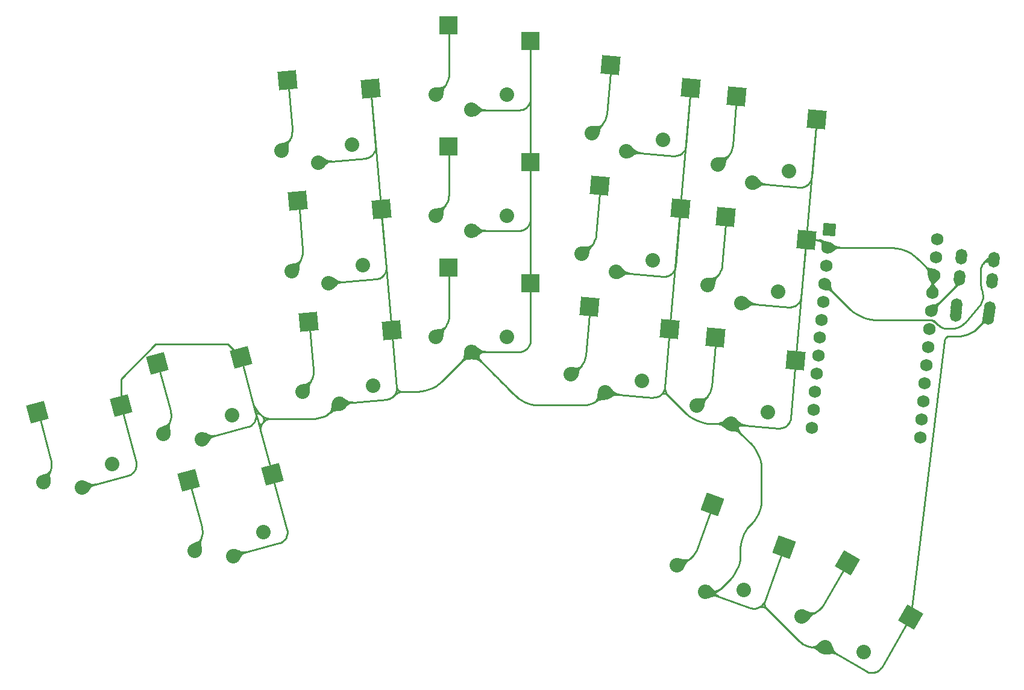
<source format=gbr>
%TF.GenerationSoftware,KiCad,Pcbnew,(6.0.4)*%
%TF.CreationDate,2022-04-14T15:36:21+01:00*%
%TF.ProjectId,axo,61786f2e-6b69-4636-9164-5f7063625858,VERSION_HERE*%
%TF.SameCoordinates,Original*%
%TF.FileFunction,Copper,L2,Bot*%
%TF.FilePolarity,Positive*%
%FSLAX46Y46*%
G04 Gerber Fmt 4.6, Leading zero omitted, Abs format (unit mm)*
G04 Created by KiCad (PCBNEW (6.0.4)) date 2022-04-14 15:36:21*
%MOMM*%
%LPD*%
G01*
G04 APERTURE LIST*
G04 Aperture macros list*
%AMHorizOval*
0 Thick line with rounded ends*
0 $1 width*
0 $2 $3 position (X,Y) of the first rounded end (center of the circle)*
0 $4 $5 position (X,Y) of the second rounded end (center of the circle)*
0 Add line between two ends*
20,1,$1,$2,$3,$4,$5,0*
0 Add two circle primitives to create the rounded ends*
1,1,$1,$2,$3*
1,1,$1,$4,$5*%
%AMRotRect*
0 Rectangle, with rotation*
0 The origin of the aperture is its center*
0 $1 length*
0 $2 width*
0 $3 Rotation angle, in degrees counterclockwise*
0 Add horizontal line*
21,1,$1,$2,0,0,$3*%
G04 Aperture macros list end*
%TA.AperFunction,ComponentPad*%
%ADD10C,2.032000*%
%TD*%
%TA.AperFunction,ComponentPad*%
%ADD11RotRect,1.752600X1.752600X265.000000*%
%TD*%
%TA.AperFunction,ComponentPad*%
%ADD12C,1.752600*%
%TD*%
%TA.AperFunction,SMDPad,CuDef*%
%ADD13RotRect,2.600000X2.600000X15.000000*%
%TD*%
%TA.AperFunction,SMDPad,CuDef*%
%ADD14RotRect,2.600000X2.600000X355.000000*%
%TD*%
%TA.AperFunction,SMDPad,CuDef*%
%ADD15R,2.600000X2.600000*%
%TD*%
%TA.AperFunction,SMDPad,CuDef*%
%ADD16RotRect,2.600000X2.600000X5.000000*%
%TD*%
%TA.AperFunction,SMDPad,CuDef*%
%ADD17RotRect,2.600000X2.600000X330.000000*%
%TD*%
%TA.AperFunction,ComponentPad*%
%ADD18HorizOval,1.600000X-0.026147X-0.298858X0.026147X0.298858X0*%
%TD*%
%TA.AperFunction,SMDPad,CuDef*%
%ADD19RotRect,2.600000X2.600000X340.000000*%
%TD*%
%TA.AperFunction,Conductor*%
%ADD20C,0.250000*%
%TD*%
G04 APERTURE END LIST*
D10*
%TO.P,S6,1*%
%TO.N,P5*%
X129343877Y-144218590D03*
X139003136Y-141630400D03*
%TO.P,S6,2*%
%TO.N,GND*%
X134717026Y-144952939D03*
X134717026Y-144952939D03*
%TD*%
D11*
%TO.P,C1,1*%
%TO.N,RAW*%
X239724411Y-108740527D03*
D12*
%TO.P,C1,2*%
%TO.N,GND*%
X239503036Y-111270862D03*
%TO.P,C1,3*%
%TO.N,RST*%
X239281660Y-113801196D03*
%TO.P,C1,4*%
%TO.N,VCC*%
X239060284Y-116331531D03*
%TO.P,C1,5*%
%TO.N,P21*%
X238838909Y-118861865D03*
%TO.P,C1,6*%
%TO.N,P20*%
X238617533Y-121392200D03*
%TO.P,C1,7*%
%TO.N,P19*%
X238396158Y-123922535D03*
%TO.P,C1,8*%
%TO.N,P18*%
X238174782Y-126452869D03*
%TO.P,C1,9*%
%TO.N,P15*%
X237953406Y-128983204D03*
%TO.P,C1,10*%
%TO.N,P14*%
X237732031Y-131513538D03*
%TO.P,C1,11*%
%TO.N,P16*%
X237510655Y-134043873D03*
%TO.P,C1,12*%
%TO.N,P10*%
X237289280Y-136574207D03*
%TO.P,C1,13*%
%TO.N,P1*%
X254906418Y-110068781D03*
%TO.P,C1,14*%
%TO.N,P0*%
X254685043Y-112599115D03*
%TO.P,C1,15*%
%TO.N,GND*%
X254463667Y-115129450D03*
%TO.P,C1,16*%
X254242292Y-117659784D03*
%TO.P,C1,17*%
%TO.N,P2*%
X254020916Y-120190119D03*
%TO.P,C1,18*%
%TO.N,P3*%
X253799540Y-122720453D03*
%TO.P,C1,19*%
%TO.N,P4*%
X253578165Y-125250788D03*
%TO.P,C1,20*%
%TO.N,P5*%
X253356789Y-127781123D03*
%TO.P,C1,21*%
%TO.N,P6*%
X253135414Y-130311457D03*
%TO.P,C1,22*%
%TO.N,P7*%
X252914038Y-132841792D03*
%TO.P,C1,23*%
%TO.N,P8*%
X252692662Y-135372126D03*
%TO.P,C1,24*%
%TO.N,P9*%
X252471287Y-137902461D03*
%TD*%
D10*
%TO.P,S18,1*%
%TO.N,P18*%
X194463250Y-89810495D03*
X184463250Y-89810495D03*
%TO.P,S18,2*%
%TO.N,GND*%
X189463250Y-91910495D03*
X189463250Y-91910495D03*
%TD*%
%TO.P,S26,1*%
%TO.N,P10*%
X221117284Y-133482955D03*
X231079231Y-134354513D03*
%TO.P,S26,2*%
%TO.N,GND*%
X225915230Y-136010743D03*
X225915230Y-136010743D03*
%TD*%
D13*
%TO.P,S3,1*%
%TO.N,P6*%
X145335669Y-127562769D03*
%TO.P,S3,2*%
%TO.N,GND*%
X157061514Y-126698446D03*
%TD*%
D10*
%TO.P,S8,1*%
%TO.N,P4*%
X175656115Y-130638855D03*
X165694168Y-131510413D03*
%TO.P,S8,2*%
%TO.N,GND*%
X170858169Y-133166643D03*
X170858169Y-133166643D03*
%TD*%
%TO.P,S34,1*%
%TO.N,P9*%
X235859722Y-163110790D03*
X244519976Y-168110790D03*
%TO.P,S34,2*%
%TO.N,GND*%
X239139849Y-167429443D03*
X239139849Y-167429443D03*
%TD*%
D14*
%TO.P,S21,1*%
%TO.N,P14*%
X207482588Y-102593800D03*
%TO.P,S21,2*%
%TO.N,GND*%
X218796894Y-105792078D03*
%TD*%
D10*
%TO.P,S22,1*%
%TO.N,P14*%
X214876331Y-113027913D03*
X204914384Y-112156355D03*
%TO.P,S22,2*%
%TO.N,GND*%
X209712330Y-114684143D03*
X209712330Y-114684143D03*
%TD*%
D15*
%TO.P,S15,1*%
%TO.N,P19*%
X186188249Y-97060493D03*
%TO.P,S15,2*%
%TO.N,GND*%
X197738249Y-99260493D03*
%TD*%
D13*
%TO.P,S1,1*%
%TO.N,P7*%
X149735570Y-143983569D03*
%TO.P,S1,2*%
%TO.N,GND*%
X161461415Y-143119246D03*
%TD*%
%TO.P,S5,1*%
%TO.N,P5*%
X128486614Y-134354351D03*
%TO.P,S5,2*%
%TO.N,GND*%
X140212459Y-133490028D03*
%TD*%
D10*
%TO.P,S24,1*%
%TO.N,P16*%
X206395985Y-95220955D03*
X216357932Y-96092513D03*
%TO.P,S24,2*%
%TO.N,GND*%
X211193931Y-97748743D03*
X211193931Y-97748743D03*
%TD*%
%TO.P,S32,1*%
%TO.N,P8*%
X227736436Y-159322828D03*
X218339509Y-155902626D03*
%TO.P,S32,2*%
%TO.N,GND*%
X222319730Y-159586081D03*
X222319730Y-159586081D03*
%TD*%
D16*
%TO.P,S7,1*%
%TO.N,P4*%
X166562836Y-121647171D03*
%TO.P,S7,2*%
%TO.N,GND*%
X178260627Y-122832150D03*
%TD*%
%TO.P,S9,1*%
%TO.N,P3*%
X165081135Y-104711872D03*
%TO.P,S9,2*%
%TO.N,GND*%
X176778926Y-105896851D03*
%TD*%
D14*
%TO.P,S25,1*%
%TO.N,P10*%
X223685488Y-123920400D03*
%TO.P,S25,2*%
%TO.N,GND*%
X234999794Y-127118678D03*
%TD*%
D17*
%TO.P,S33,1*%
%TO.N,P9*%
X242228616Y-155529542D03*
%TO.P,S33,2*%
%TO.N,GND*%
X251131209Y-163209798D03*
%TD*%
D18*
%TO.P,T1,1*%
%TO.N,GND*%
X257527993Y-120607388D03*
X262110489Y-121008304D03*
%TO.P,T1,2*%
X262206360Y-119912490D03*
X257623865Y-119511574D03*
%TO.P,T1,3*%
%TO.N,P2*%
X257972488Y-115526795D03*
X262554983Y-115927711D03*
%TO.P,T1,4*%
%TO.N,VCC*%
X258233955Y-112538211D03*
X262816451Y-112939127D03*
%TD*%
D10*
%TO.P,S16,1*%
%TO.N,P19*%
X184463249Y-106810493D03*
X194463249Y-106810493D03*
%TO.P,S16,2*%
%TO.N,GND*%
X189463249Y-108910493D03*
X189463249Y-108910493D03*
%TD*%
D15*
%TO.P,S17,1*%
%TO.N,P18*%
X186188250Y-80060495D03*
%TO.P,S17,2*%
%TO.N,GND*%
X197738250Y-82260495D03*
%TD*%
D14*
%TO.P,S19,1*%
%TO.N,P15*%
X206000887Y-119529100D03*
%TO.P,S19,2*%
%TO.N,GND*%
X217315193Y-122727378D03*
%TD*%
D10*
%TO.P,S28,1*%
%TO.N,P20*%
X222598884Y-116547655D03*
X232560831Y-117419213D03*
%TO.P,S28,2*%
%TO.N,GND*%
X227396830Y-119075443D03*
X227396830Y-119075443D03*
%TD*%
D19*
%TO.P,S31,1*%
%TO.N,P8*%
X223295176Y-147330608D03*
%TO.P,S31,2*%
%TO.N,GND*%
X233396181Y-153348264D03*
%TD*%
D16*
%TO.P,S11,1*%
%TO.N,P0*%
X163599535Y-87776570D03*
%TO.P,S11,2*%
%TO.N,GND*%
X175297326Y-88961549D03*
%TD*%
D10*
%TO.P,S4,1*%
%TO.N,P6*%
X155852191Y-134838818D03*
X146192932Y-137427008D03*
%TO.P,S4,2*%
%TO.N,GND*%
X151566081Y-138161357D03*
X151566081Y-138161357D03*
%TD*%
%TO.P,S14,1*%
%TO.N,P1*%
X184463250Y-123810493D03*
X194463250Y-123810493D03*
%TO.P,S14,2*%
%TO.N,GND*%
X189463250Y-125910493D03*
X189463250Y-125910493D03*
%TD*%
%TO.P,S10,1*%
%TO.N,P3*%
X174174414Y-113703556D03*
X164212467Y-114575114D03*
%TO.P,S10,2*%
%TO.N,GND*%
X169376468Y-116231344D03*
X169376468Y-116231344D03*
%TD*%
%TO.P,S12,1*%
%TO.N,P0*%
X172692814Y-96768254D03*
X162730867Y-97639812D03*
%TO.P,S12,2*%
%TO.N,GND*%
X167894868Y-99296042D03*
X167894868Y-99296042D03*
%TD*%
D14*
%TO.P,S23,1*%
%TO.N,P16*%
X208964189Y-85658400D03*
%TO.P,S23,2*%
%TO.N,GND*%
X220278495Y-88856678D03*
%TD*%
D10*
%TO.P,S20,1*%
%TO.N,P15*%
X203432683Y-129091655D03*
X213394630Y-129963213D03*
%TO.P,S20,2*%
%TO.N,GND*%
X208230629Y-131619443D03*
X208230629Y-131619443D03*
%TD*%
%TO.P,S2,1*%
%TO.N,P7*%
X150592833Y-153847808D03*
X160252092Y-151259618D03*
%TO.P,S2,2*%
%TO.N,GND*%
X155965982Y-154582157D03*
X155965982Y-154582157D03*
%TD*%
D14*
%TO.P,S27,1*%
%TO.N,P20*%
X225167088Y-106985100D03*
%TO.P,S27,2*%
%TO.N,GND*%
X236481394Y-110183378D03*
%TD*%
D10*
%TO.P,S30,1*%
%TO.N,P21*%
X234042532Y-100483913D03*
X224080585Y-99612355D03*
%TO.P,S30,2*%
%TO.N,GND*%
X228878531Y-102140143D03*
X228878531Y-102140143D03*
%TD*%
D14*
%TO.P,S29,1*%
%TO.N,P21*%
X226648789Y-90049800D03*
%TO.P,S29,2*%
%TO.N,GND*%
X237963095Y-93248078D03*
%TD*%
D15*
%TO.P,S13,1*%
%TO.N,P1*%
X186188250Y-114060493D03*
%TO.P,S13,2*%
%TO.N,GND*%
X197738250Y-116260493D03*
%TD*%
D20*
%TO.N,P7*%
X151302043Y-152552931D02*
X150580283Y-153803061D01*
X151576367Y-150469238D02*
X149845494Y-144009533D01*
X151576367Y-150469238D02*
X151626230Y-150771256D01*
X151428375Y-152274109D02*
X151526770Y-151984247D01*
X151596279Y-151686138D02*
X151526770Y-151984247D01*
X151626230Y-150771256D02*
X151646250Y-151076708D01*
X151428375Y-152274109D02*
X151302043Y-152552931D01*
X151646250Y-151076708D02*
X151636234Y-151382650D01*
X151596279Y-151686138D02*
X151636234Y-151382650D01*
%TO.N,GND*%
X175981096Y-97059244D02*
X175273880Y-88975706D01*
X174585188Y-98722822D02*
X167871422Y-99310199D01*
X175653503Y-98098235D02*
X175551511Y-98219785D01*
X219187653Y-97831714D02*
X219286969Y-97707969D01*
X196814627Y-125757206D02*
X196668034Y-125817928D01*
X230593738Y-161340318D02*
X230597569Y-161152842D01*
X182928913Y-131357871D02*
X182404501Y-131462182D01*
X159467728Y-134589467D02*
X159550343Y-134495054D01*
X234227624Y-135545746D02*
X234168505Y-135692994D01*
X237238086Y-167396802D02*
X237569486Y-167429443D01*
X247049423Y-170244044D02*
X251106632Y-163216757D01*
X215705703Y-132152512D02*
X215559780Y-132214829D01*
X178893170Y-131616343D02*
X178846340Y-131603968D01*
X230249995Y-161646868D02*
X230243804Y-161579719D01*
X226177860Y-157425275D02*
X226470121Y-156987876D01*
X217916142Y-98374716D02*
X211202375Y-97787337D01*
X237167509Y-101713235D02*
X237108390Y-101860482D01*
X176535817Y-115564332D02*
X176388570Y-115623451D01*
X196934564Y-108672408D02*
X196794628Y-108747205D01*
X197209149Y-125493595D02*
X197086494Y-125594255D01*
X216433624Y-115319989D02*
X216592287Y-115318259D01*
X159071189Y-135500039D02*
X159005704Y-135644568D01*
X141912608Y-142864917D02*
X142017228Y-142745620D01*
X232954091Y-136614366D02*
X232796362Y-136631640D01*
X177474461Y-114192193D02*
X177457187Y-114349922D01*
X175743091Y-97967274D02*
X175653503Y-98098235D01*
X160412645Y-135119475D02*
X160742369Y-135229778D01*
X237108390Y-101860482D02*
X237035123Y-102001225D01*
X158729326Y-136030254D02*
X158613517Y-136138721D01*
X163327493Y-152129926D02*
X163406830Y-151992512D01*
X197432006Y-91288742D02*
X197331346Y-91411397D01*
X249150427Y-111323271D02*
X249674839Y-111427584D01*
X256460121Y-123710605D02*
X256392022Y-123731263D01*
X141912608Y-142864917D02*
X141796798Y-142973384D01*
X159689064Y-136504783D02*
X159792639Y-136599147D01*
X178755369Y-131789321D02*
X178761561Y-131855870D01*
X159550343Y-134495054D02*
X159175495Y-134005959D01*
X176388570Y-115623451D02*
X176236237Y-115667852D01*
X178985974Y-131695709D02*
X179176955Y-131607150D01*
X216382842Y-131631408D02*
X216335564Y-131610308D01*
X230249995Y-161646868D02*
X230297805Y-161703934D01*
X235696318Y-118529000D02*
X235637199Y-118676247D01*
X248618316Y-111270862D02*
X240180800Y-111270862D01*
X229594335Y-161888358D02*
X229440211Y-161926072D01*
X175551511Y-98219785D02*
X175438096Y-98330753D01*
X216467223Y-131745843D02*
X216372490Y-131757204D01*
X162611705Y-152737228D02*
X162463203Y-152793121D01*
X178648923Y-131963574D02*
X178544693Y-132087790D01*
X178755369Y-131789321D02*
X178846340Y-131603968D01*
X216550181Y-131320472D02*
X216484789Y-131338970D01*
X189942896Y-126738972D02*
X189150756Y-126738972D01*
X234227624Y-135545746D02*
X234272025Y-135393413D01*
X179100060Y-131221082D02*
X179149967Y-131288516D01*
X216518296Y-131253539D02*
X216550181Y-131320472D01*
X207232106Y-132617966D02*
X208230629Y-131619443D01*
X218023544Y-114232366D02*
X217964426Y-114379614D01*
X178877337Y-131523730D02*
X178893170Y-131616343D01*
X219579721Y-96978809D02*
X219550464Y-97134760D01*
X218387810Y-98323060D02*
X218232534Y-98355712D01*
X190735551Y-126027566D02*
X190765969Y-125932200D01*
X235696318Y-118529000D02*
X235740719Y-118376667D01*
X216799680Y-131693161D02*
X216736867Y-131681132D01*
X245875314Y-170974151D02*
X245716982Y-170984529D01*
X197402007Y-108248741D02*
X197301347Y-108371396D01*
X235769975Y-118220715D02*
X235740719Y-118376667D01*
X188985769Y-126771395D02*
X189138479Y-126646581D01*
X216678567Y-131410806D02*
X216608752Y-131345876D01*
X159207865Y-134708936D02*
X159147622Y-134484107D01*
X176236237Y-115667852D02*
X176080285Y-115697108D01*
X140212459Y-129715631D02*
X140212459Y-133490028D01*
X160404163Y-135551955D02*
X160192392Y-135731232D01*
X215408451Y-132262543D02*
X215253174Y-132295194D01*
X218232534Y-98355712D02*
X218074805Y-98372986D01*
X216750016Y-115300985D02*
X216592287Y-115318259D01*
X256010039Y-124041222D02*
X255973319Y-124102969D01*
X216335564Y-131610308D02*
X216383784Y-131533905D01*
X141245359Y-143279839D02*
X134735588Y-145024125D01*
X233676694Y-136305777D02*
X233545733Y-136395365D01*
X159314013Y-134596740D02*
X159207865Y-134708936D01*
X230602925Y-161428975D02*
X230638799Y-161587624D01*
X217705133Y-114776989D02*
X217804450Y-114653243D01*
X216654638Y-131326743D02*
X216678567Y-131410806D01*
X218097202Y-113924081D02*
X218804420Y-105840543D01*
X197748248Y-90404909D02*
X197748248Y-82290493D01*
X197301347Y-108371396D02*
X197189149Y-108483594D01*
X220278495Y-88856678D02*
X217315193Y-122727378D01*
X255880009Y-124375943D02*
X251131209Y-163209798D01*
X216128888Y-131858132D02*
X216237450Y-131738977D01*
X244951772Y-170806107D02*
X239115272Y-167436403D01*
X163472315Y-151847983D02*
X163406830Y-151992512D01*
X219076686Y-97945129D02*
X218955135Y-98047122D01*
X197748248Y-90404909D02*
X197732695Y-90562818D01*
X163523318Y-151697732D02*
X163472315Y-151847983D01*
X234578066Y-119564966D02*
X234422790Y-119597618D01*
X179065213Y-131259467D02*
X178999510Y-131261234D01*
X175314350Y-98430070D02*
X175438096Y-98330753D01*
X260392806Y-122725987D02*
X262110489Y-121008304D01*
X159706935Y-134651187D02*
X159467728Y-134589467D01*
X194239615Y-130686861D02*
X194596242Y-131043488D01*
X230269003Y-161486530D02*
X230243804Y-161579719D01*
X142109651Y-142616644D02*
X142188987Y-142479230D01*
X219373678Y-97575084D02*
X219286969Y-97707969D01*
X190315807Y-126559304D02*
X190162293Y-126661878D01*
X227707569Y-151529486D02*
X227516933Y-151989724D01*
X179454033Y-131489424D02*
X179578525Y-131514590D01*
X179239010Y-131529181D02*
X179264017Y-131576341D01*
X216736867Y-131681132D02*
X216756399Y-131611061D01*
X206751647Y-132974299D02*
X207000629Y-132807934D01*
X239999276Y-111252984D02*
X239820377Y-111217399D01*
X230243804Y-161579719D02*
X230203763Y-161547737D01*
X219579721Y-96978809D02*
X220286939Y-88895272D01*
X176933191Y-115305040D02*
X176809445Y-115404356D01*
X177457187Y-114349922D02*
X177424536Y-114505198D01*
X196212659Y-91940494D02*
X189473250Y-91940494D01*
X179149967Y-131288516D02*
X179244244Y-131382575D01*
X259480777Y-123335385D02*
X259141893Y-123475755D01*
X215253174Y-132295194D02*
X215095445Y-132312468D01*
X230607457Y-161663504D02*
X230638799Y-161587624D01*
X218097202Y-113924081D02*
X218067945Y-114080033D01*
X254392810Y-115083792D02*
X254398827Y-115114034D01*
X255894696Y-124305181D02*
X255880009Y-124375943D01*
X217964426Y-114379614D02*
X217891159Y-114520358D01*
X158487634Y-136235314D02*
X158352889Y-136319104D01*
X160412645Y-135119475D02*
X160252963Y-135207970D01*
X216968004Y-131924660D02*
X216823412Y-131836303D01*
X246031867Y-170948304D02*
X245875314Y-170974151D01*
X197625680Y-107830280D02*
X197564958Y-107976874D01*
X160742369Y-135229778D02*
X161088467Y-135285896D01*
X216756399Y-131611061D02*
X216799680Y-131693161D01*
X219649236Y-134605892D02*
X220062553Y-134945093D01*
X235145389Y-119289028D02*
X235266939Y-119187036D01*
X258066082Y-123689746D02*
X256600738Y-123689746D01*
X175881728Y-97682239D02*
X175929441Y-97530912D01*
X230597569Y-161152842D02*
X230560525Y-161096724D01*
X258431122Y-123653794D02*
X258066082Y-123689746D01*
X198285666Y-133356896D02*
X197806853Y-133261654D01*
X190404342Y-126616868D02*
X190315807Y-126559304D01*
X256051750Y-123982730D02*
X256010039Y-124041222D01*
X197738250Y-82260495D02*
X197738250Y-116260493D01*
X227516933Y-151989724D02*
X227372326Y-152466430D01*
X254295952Y-115311499D02*
X254279651Y-115341995D01*
X239316444Y-111008665D02*
X239164782Y-110907327D01*
X176080285Y-115697108D02*
X169366518Y-116284485D01*
X158210580Y-136389283D02*
X158062078Y-136445176D01*
X230626488Y-160958148D02*
X230597569Y-161152842D01*
X220062553Y-134945093D02*
X220507128Y-135242148D01*
X236346505Y-102639170D02*
X236200582Y-102701487D01*
X196668034Y-125817928D02*
X196516195Y-125863988D01*
X177314506Y-114802448D02*
X177238186Y-114941561D01*
X217202542Y-115158303D02*
X217056619Y-115220620D01*
X160192392Y-135731232D02*
X160268012Y-135437889D01*
X239023782Y-110791612D02*
X238894803Y-110662633D01*
X216601046Y-131757961D02*
X216467223Y-131745843D01*
X219506063Y-97287094D02*
X219446945Y-97434341D01*
X235457179Y-166554495D02*
X235714595Y-166765751D01*
X228966173Y-161946769D02*
X229124610Y-161955419D01*
X230050300Y-147763060D02*
X229905692Y-148239765D01*
X178973335Y-131059417D02*
X178958491Y-131212836D01*
X178544693Y-132087790D02*
X178431277Y-132198758D01*
X233109368Y-136581715D02*
X233260697Y-136534001D01*
X196360572Y-125894943D02*
X196516195Y-125863988D01*
X216406335Y-131696560D02*
X216382842Y-131631408D01*
X159184126Y-134879358D02*
X159178935Y-135037945D01*
X159689064Y-136504783D02*
X159563560Y-136036398D01*
X254245931Y-115451844D02*
X254253174Y-115415427D01*
X142254472Y-142334701D02*
X142305475Y-142184450D01*
X245246552Y-170922595D02*
X245401079Y-170958626D01*
X235991477Y-166950758D02*
X235714595Y-166765751D01*
X214936782Y-132314198D02*
X208223017Y-131726818D01*
X197422008Y-125258741D02*
X197510162Y-125126810D01*
X217472615Y-114992397D02*
X217341654Y-115081984D01*
X237737785Y-110183378D02*
X236481394Y-110183378D01*
X219373678Y-97575084D02*
X219446945Y-97434341D01*
X178761561Y-131855870D02*
X178648923Y-131963574D01*
X246031867Y-170948304D02*
X246185132Y-170907237D01*
X197189149Y-108483594D02*
X197066494Y-108584255D01*
X220507128Y-135242148D02*
X220978679Y-135494197D01*
X250680487Y-111787411D02*
X251152037Y-112039460D01*
X238098208Y-110236843D02*
X238272756Y-110289792D01*
X197691740Y-124688440D02*
X197645680Y-124840280D01*
X235377907Y-119073621D02*
X235266939Y-119187036D01*
X157061514Y-126698446D02*
X155203683Y-124840615D01*
X254398827Y-115114034D02*
X254398827Y-115144869D01*
X230203763Y-161547737D02*
X230269003Y-161486530D01*
X230753208Y-161822177D02*
X230676499Y-161683149D01*
X197738249Y-124374908D02*
X197722696Y-124532817D01*
X216684055Y-131778254D02*
X216601046Y-131757961D01*
X197702696Y-107522817D02*
X197671740Y-107678440D01*
X197701739Y-90718441D02*
X197655679Y-90870281D01*
X182404501Y-131462182D02*
X181872390Y-131514590D01*
X179578525Y-131514590D02*
X179418907Y-131538072D01*
X230839271Y-161936587D02*
X230688849Y-161836977D01*
X175314350Y-98430070D02*
X175181465Y-98516779D01*
X255973319Y-124102969D02*
X255941369Y-124168517D01*
X225844134Y-157831922D02*
X224641624Y-159034433D01*
X195674807Y-132122052D02*
X196052185Y-132431758D01*
X179065213Y-131259467D02*
X179100060Y-131221082D01*
X229884381Y-140710405D02*
X229679765Y-140216419D01*
X161088467Y-135285896D02*
X160686734Y-135403366D01*
X254263953Y-115379894D02*
X254253174Y-115415427D01*
X222508741Y-135958336D02*
X221984328Y-135854024D01*
X178973914Y-130923089D02*
X178267061Y-122843711D01*
X230688849Y-161836977D02*
X230753208Y-161822177D01*
X230638799Y-161587624D02*
X230676499Y-161683149D01*
X159005704Y-135644568D02*
X158926368Y-135781981D01*
X216654638Y-131326743D02*
X216617174Y-131121319D01*
X235769975Y-118220715D02*
X236477195Y-110137178D01*
X217056619Y-115220620D02*
X216905292Y-115268333D01*
X251596612Y-112336515D02*
X252009930Y-112675716D01*
X224984990Y-136167464D02*
X225496652Y-136322676D01*
X190332232Y-126853763D02*
X190438331Y-126803750D01*
X216406335Y-131696560D02*
X216467223Y-131745843D01*
X193864995Y-130312241D02*
X194239615Y-130686861D01*
X179326490Y-131435847D02*
X179261322Y-131461459D01*
X215975778Y-131986606D02*
X215844816Y-132076193D01*
X160252963Y-135207970D02*
X160132492Y-134977727D01*
X196370568Y-91924942D02*
X196212659Y-91940494D01*
X159706935Y-134651187D02*
X160132492Y-134977727D01*
X162888759Y-152583259D02*
X162754014Y-152667049D01*
X197645680Y-124840280D02*
X197584959Y-124986874D01*
X205630654Y-133375396D02*
X205332648Y-133404746D01*
X178973914Y-130923089D02*
X179029008Y-131085350D01*
X215844816Y-132076193D02*
X215705703Y-132152512D01*
X168120489Y-135181709D02*
X167771857Y-135251055D01*
X234729393Y-119517253D02*
X234578066Y-119564966D01*
X196954563Y-125682409D02*
X197086494Y-125594255D01*
X178973335Y-131059417D02*
X178973914Y-130923089D01*
X226906763Y-137076396D02*
X226462189Y-136779341D01*
X254363879Y-115029665D02*
X254381010Y-115055304D01*
X160686734Y-135403366D02*
X160742369Y-135229778D01*
X228655643Y-161883239D02*
X228809348Y-161922631D01*
X142367407Y-141714020D02*
X142357030Y-141555688D01*
X195309496Y-131756742D02*
X195674807Y-132122052D01*
X163559349Y-151543205D02*
X163580060Y-151385889D01*
X216372490Y-131757204D02*
X216239810Y-131797928D01*
X239477309Y-111094649D02*
X239645829Y-111164451D01*
X236049255Y-102749200D02*
X235893979Y-102781851D01*
X198285666Y-133356896D02*
X198771508Y-133404746D01*
X197564958Y-107976874D02*
X197490161Y-108116810D01*
X232637699Y-136633370D02*
X225923935Y-136045991D01*
X162463203Y-152793121D02*
X155953432Y-154537410D01*
X169672866Y-134351946D02*
X169398091Y-134577448D01*
X158874093Y-133463285D02*
X159175495Y-134005959D01*
X196360572Y-125894943D02*
X196202664Y-125910495D01*
X193501171Y-129948416D02*
X193864995Y-130312241D01*
X256460121Y-123710605D02*
X256529918Y-123696722D01*
X236849098Y-102257855D02*
X236948414Y-102134110D01*
X190417411Y-126435545D02*
X190488021Y-126265078D01*
X224641624Y-159034433D02*
X224479326Y-159167627D01*
X227320081Y-137415597D02*
X228791460Y-138886976D01*
X230593738Y-161340318D02*
X230602925Y-161428975D01*
X233109368Y-136581715D02*
X232954091Y-136614366D01*
X235563932Y-118816990D02*
X235477223Y-118949875D01*
X158926368Y-135781981D02*
X158833946Y-135910957D01*
X178648923Y-131963574D02*
X178755369Y-131789321D01*
X256326276Y-123758497D02*
X256263515Y-123792043D01*
X190372662Y-126019116D02*
X189354639Y-126440794D01*
X216617174Y-131121319D02*
X216571457Y-131070262D01*
X179261322Y-131461459D02*
X179239010Y-131529181D01*
X188522430Y-126960048D02*
X188985769Y-126771395D01*
X163585251Y-151227302D02*
X163580060Y-151385889D01*
X234095238Y-135833739D02*
X234168505Y-135692994D01*
X214936782Y-132314198D02*
X215095445Y-132312468D01*
X237963095Y-93248078D02*
X234999794Y-127118678D01*
X230412835Y-161326749D02*
X230468703Y-161249942D01*
X176535817Y-115564332D02*
X176676560Y-115491065D01*
X159158224Y-135195260D02*
X159178935Y-135037945D01*
X227942398Y-151090151D02*
X228219159Y-150675950D01*
X237035123Y-102001225D02*
X236948414Y-102134110D01*
X258431122Y-123653794D02*
X258790881Y-123582234D01*
X228791460Y-138886976D02*
X229130661Y-139300294D01*
X245246552Y-170922595D02*
X245096301Y-170871592D01*
X223724698Y-159524540D02*
X223518777Y-159565501D01*
X163327493Y-152129926D02*
X163235071Y-152258902D01*
X160268012Y-135437889D02*
X160404163Y-135551955D01*
X197219148Y-91523595D02*
X197331346Y-91411397D01*
X237241166Y-101404950D02*
X237948384Y-93321411D01*
X233909212Y-136090370D02*
X233798244Y-136203785D01*
X216736867Y-131681132D02*
X216686345Y-131725499D01*
X216571457Y-131070262D02*
X216600816Y-130913104D01*
X178999510Y-131261234D02*
X178942039Y-131302331D01*
X197718249Y-107364908D02*
X197702696Y-107522817D01*
X190450738Y-126059663D02*
X190484103Y-126143226D01*
X234106398Y-119616622D02*
X227392630Y-119029242D01*
X193501171Y-129948416D02*
X193137347Y-129584592D01*
X159510685Y-135839069D02*
X159664340Y-136003580D01*
X158833946Y-135910957D02*
X158729326Y-136030254D01*
X197594958Y-91016875D02*
X197520160Y-91156811D01*
X234095238Y-135833739D02*
X234008529Y-135966624D01*
X229203466Y-149553538D02*
X228887438Y-149938618D01*
X207232106Y-132617966D02*
X207000629Y-132807934D01*
X215408451Y-132262543D02*
X215559780Y-132214829D01*
X230468703Y-161249942D02*
X230484760Y-161319536D01*
X159800531Y-136920782D02*
X161461415Y-143119246D01*
X190484103Y-126143226D02*
X190555993Y-126173385D01*
X221472666Y-135698813D02*
X220978679Y-135494197D01*
X188522430Y-126960048D02*
X188199851Y-127173892D01*
X230203688Y-161701470D02*
X230249995Y-161646868D01*
X177476191Y-114033530D02*
X177474461Y-114192193D01*
X255941369Y-124168517D02*
X255915196Y-124235881D01*
X197718249Y-107364908D02*
X197718249Y-99250495D01*
X197402007Y-108248741D02*
X197490161Y-108116810D01*
X223925614Y-159463593D02*
X223724698Y-159524540D01*
X178942039Y-131302331D02*
X178958491Y-131212836D01*
X236592816Y-167235170D02*
X236911480Y-167331836D01*
X235477223Y-118949875D02*
X235377907Y-119073621D01*
X228809348Y-161922631D02*
X228966173Y-161946769D01*
X229283132Y-161948498D02*
X229124610Y-161955419D01*
X162611705Y-152737228D02*
X162754014Y-152667049D01*
X223309831Y-159586081D02*
X222319730Y-159586081D01*
X178877337Y-131523730D02*
X178942039Y-131302331D01*
X190555993Y-126173385D02*
X190488021Y-126265078D01*
X197219148Y-91523595D02*
X197096493Y-91624255D01*
X250680487Y-111787411D02*
X250186501Y-111582795D01*
X216608752Y-131345876D02*
X216550181Y-131320472D01*
X185264004Y-130109739D02*
X184850687Y-130448940D01*
X179261322Y-131461459D02*
X179244244Y-131382575D01*
X230546778Y-161706795D02*
X230538566Y-161763632D01*
X145087475Y-124840615D02*
X140212459Y-129715631D01*
X254245931Y-115451844D02*
X254242292Y-115488797D01*
X227226314Y-154495049D02*
X227174751Y-155018572D01*
X252009930Y-112675716D02*
X254363879Y-115029665D01*
X159314013Y-134596740D02*
X159467728Y-134589467D01*
X196340570Y-108884942D02*
X196182661Y-108900494D01*
X196954563Y-125682409D02*
X196814627Y-125757206D01*
X230039593Y-141222067D02*
X230143905Y-141746479D01*
X254381010Y-115203599D02*
X254392811Y-115175111D01*
X189202604Y-126517210D02*
X189354639Y-126440794D01*
X216484789Y-131338970D02*
X216383784Y-131533905D01*
X167771857Y-135251055D02*
X167418108Y-135285896D01*
X236738131Y-102371270D02*
X236616580Y-102473263D01*
X230542702Y-161354292D02*
X230593738Y-161340318D01*
X190998666Y-125910495D02*
X190735551Y-126027566D01*
X174893473Y-98649165D02*
X174741140Y-98693566D01*
X141670915Y-143069977D02*
X141536170Y-143153767D01*
X216686345Y-131725499D02*
X216684055Y-131778254D01*
X158487634Y-136235314D02*
X158613517Y-136138721D01*
X238098208Y-110236843D02*
X237919309Y-110201257D01*
X141393861Y-143223946D02*
X141245359Y-143279839D01*
X238753803Y-110546918D02*
X238894803Y-110662633D01*
X183440575Y-131202660D02*
X182928913Y-131357871D01*
X190494594Y-125983985D02*
X190450738Y-126059663D01*
X177238186Y-114941561D02*
X177148598Y-115072522D01*
X178958491Y-131212836D02*
X178999510Y-131261234D01*
X159664340Y-136003580D02*
X159563560Y-136036398D01*
X230560525Y-161096724D02*
X230626488Y-160958148D01*
X228535186Y-150290869D02*
X228887438Y-149938618D01*
X179418907Y-131538072D02*
X179454033Y-131489424D01*
X256600738Y-123689746D02*
X256529918Y-123696722D01*
X190494594Y-125983985D02*
X190765969Y-125932200D01*
X230688849Y-161836977D02*
X230538566Y-161763632D01*
X163549026Y-150912417D02*
X163574874Y-151068970D01*
X230448045Y-161733471D02*
X230546778Y-161706795D01*
X260392806Y-122725987D02*
X260109260Y-122958687D01*
X190417411Y-126435545D02*
X190404342Y-126616868D01*
X178033902Y-132458051D02*
X178174646Y-132384784D01*
X142341505Y-142029923D02*
X142305475Y-142184450D01*
X245401079Y-170958626D02*
X245558395Y-170979337D01*
X230546778Y-161706795D02*
X230607457Y-161663504D01*
X230560525Y-161096724D02*
X230468703Y-161249942D01*
X234301281Y-135237461D02*
X235008499Y-127153927D01*
X179454033Y-131489424D02*
X179326490Y-131435847D01*
X190765969Y-125932200D02*
X190998666Y-125910495D01*
X216383784Y-131533905D02*
X216382842Y-131631408D01*
X238753803Y-110546918D02*
X238602141Y-110445580D01*
X177376823Y-114656525D02*
X177424536Y-114505198D01*
X179029008Y-131085350D02*
X178973335Y-131059417D01*
X236616580Y-102473263D02*
X236485618Y-102562851D01*
X181872390Y-131514590D02*
X179578525Y-131514590D01*
X230196314Y-146778719D02*
X230147485Y-147274477D01*
X197321348Y-125381396D02*
X197209149Y-125493595D01*
X228655643Y-161883239D02*
X222322668Y-159578226D01*
X239645829Y-111164451D02*
X239820377Y-111217399D01*
X189138479Y-126646581D02*
X189150756Y-126738972D01*
X219550464Y-97134760D02*
X219506063Y-97287094D01*
X237238086Y-167396802D02*
X236911480Y-167331836D01*
X235577587Y-102800856D02*
X228863820Y-102213477D01*
X227275141Y-152955016D02*
X227372326Y-152466430D01*
X234008529Y-135966624D02*
X233909212Y-136090370D01*
X197422008Y-125258741D02*
X197321348Y-125381396D01*
X224460578Y-136063152D02*
X223928467Y-136010743D01*
X189942896Y-126738972D02*
X190162293Y-126661878D01*
X159550343Y-134495054D02*
X159706935Y-134651187D01*
X235577587Y-102800856D02*
X235736250Y-102799126D01*
X169102535Y-134774932D02*
X169398091Y-134577448D01*
X239023782Y-110791612D02*
X239164782Y-110907327D01*
X254363879Y-115229238D02*
X254337099Y-115256018D01*
X183440575Y-131202660D02*
X183934561Y-130998044D01*
X246852380Y-170492316D02*
X246736571Y-170600783D01*
X178909274Y-131742810D02*
X178923706Y-131670970D01*
X256149335Y-123876725D02*
X256098165Y-123927895D01*
X179149967Y-131288516D02*
X179065213Y-131259467D01*
X197066494Y-108584255D02*
X196934564Y-108672408D01*
X179264017Y-131576341D02*
X179176955Y-131607150D01*
X174741140Y-98693566D02*
X174585188Y-98722822D01*
X160132492Y-134977727D02*
X160412645Y-135119475D01*
X238441275Y-110359595D02*
X238272756Y-110289792D01*
X169672866Y-134351946D02*
X170858169Y-133166643D01*
X224984990Y-136167464D02*
X224460578Y-136063152D01*
X190372662Y-126019116D02*
X190494594Y-125983985D01*
X192773522Y-129220767D02*
X193137347Y-129584592D01*
X159158224Y-135195260D02*
X159122193Y-135349788D01*
X179176955Y-131607150D02*
X179239010Y-131529181D01*
X216571457Y-131070262D02*
X216518296Y-131253539D01*
X237167509Y-101713235D02*
X237211910Y-101560902D01*
X251152037Y-112039460D02*
X251596612Y-112336515D01*
X177734321Y-132561571D02*
X177578369Y-132590827D01*
X196678031Y-91847927D02*
X196824625Y-91787206D01*
X178923706Y-131670970D02*
X178985974Y-131695709D01*
X158062078Y-136445176D02*
X151552307Y-138189462D01*
X235736250Y-102799126D02*
X235893979Y-102781851D01*
X230147485Y-147274477D02*
X230050300Y-147763060D01*
X235991477Y-166950758D02*
X236285160Y-167107734D01*
X178307531Y-132298075D02*
X178431277Y-132198758D01*
X178307531Y-132298075D02*
X178174646Y-132384784D01*
X230203763Y-161547737D02*
X230060708Y-161660052D01*
X142109651Y-142616644D02*
X142017228Y-142745620D01*
X249674839Y-111427584D02*
X250186501Y-111582795D01*
X196340570Y-108884942D02*
X196496193Y-108853987D01*
X178985974Y-131695709D02*
X178909274Y-131742810D01*
X227226314Y-154495049D02*
X227226314Y-153450774D01*
X244951772Y-170806107D02*
X245096301Y-170871592D01*
X254392810Y-115083792D02*
X254381010Y-115055304D01*
X194952869Y-131400115D02*
X194596242Y-131043488D01*
X197432006Y-91288742D02*
X197520160Y-91156811D01*
X196648033Y-108807927D02*
X196794628Y-108747205D01*
X230203688Y-161701470D02*
X230043741Y-161720543D01*
X230542702Y-161354292D02*
X230484760Y-161319536D01*
X159793828Y-136068657D02*
X159664340Y-136003580D01*
X259141893Y-123475755D02*
X258790881Y-123582234D01*
X233676694Y-136305777D02*
X233798244Y-136203785D01*
X229884381Y-140710405D02*
X230039593Y-141222067D01*
X206751647Y-132974299D02*
X206487557Y-133115458D01*
X216968004Y-131924660D02*
X219649236Y-134605892D01*
X159175495Y-134005959D02*
X158996613Y-133920533D01*
X216372490Y-131757204D02*
X216406335Y-131696560D01*
X159792639Y-136599147D02*
X159800531Y-136920782D01*
X189354639Y-126440794D02*
X189186313Y-126586107D01*
X237569486Y-167429443D02*
X239139849Y-167429443D01*
X159793828Y-136068657D02*
X159956160Y-136039095D01*
X190315807Y-126559304D02*
X190417411Y-126435545D01*
X229480226Y-149139336D02*
X229203466Y-149553538D01*
X224304754Y-159284273D02*
X224119589Y-159383246D01*
X254398827Y-115144869D02*
X254392811Y-115175111D01*
X190488021Y-126265078D02*
X190484103Y-126143226D01*
X227275141Y-152955016D02*
X227226314Y-153450774D01*
X249150427Y-111323271D02*
X248618316Y-111270862D01*
X216905292Y-115268333D02*
X216750016Y-115300985D01*
X233406620Y-136471684D02*
X233260697Y-136534001D01*
X229440211Y-161926072D02*
X229283132Y-161948498D01*
X160192392Y-135731232D02*
X159956160Y-136039095D01*
X141796798Y-142973384D02*
X141670915Y-143069977D01*
X197691740Y-124688440D02*
X197722696Y-124532817D01*
X189138479Y-126646581D02*
X189186313Y-126586107D01*
X232637699Y-136633370D02*
X232796362Y-136631640D01*
X218955135Y-98047122D02*
X218824173Y-98136710D01*
X197584959Y-124986874D02*
X197510162Y-125126810D01*
X168460644Y-135078524D02*
X168120489Y-135181709D01*
X230196314Y-142278590D02*
X230196314Y-146778719D01*
X175040721Y-98590046D02*
X175181465Y-98516779D01*
X226718102Y-156523937D02*
X226470121Y-156987876D01*
X163130451Y-152378199D02*
X163014642Y-152486666D01*
X159207865Y-134708936D02*
X159510685Y-135839069D01*
X246333634Y-170851345D02*
X246185132Y-170907237D01*
X197732695Y-90562818D02*
X197701739Y-90718441D01*
X141536170Y-143153767D02*
X141393861Y-143223946D01*
X206210903Y-133230051D02*
X205924349Y-133316977D01*
X229427716Y-139744869D02*
X229679765Y-140216419D01*
X190998666Y-125910495D02*
X196202664Y-125910495D01*
X177376823Y-114656525D02*
X177314506Y-114802448D01*
X190162293Y-126661878D02*
X190142204Y-126777311D01*
X236285160Y-167107734D02*
X236592816Y-167235170D01*
X217472615Y-114992397D02*
X217594165Y-114890404D01*
X177476191Y-114033530D02*
X176768976Y-105949992D01*
X177046606Y-115194072D02*
X176933191Y-115305040D01*
X216600816Y-130913104D02*
X216617174Y-131121319D01*
X230297805Y-161703934D02*
X230203688Y-161701470D01*
X254295952Y-115311499D02*
X254315163Y-115282748D01*
X216882680Y-131819817D02*
X216799680Y-131693161D01*
X236849098Y-102257855D02*
X236738131Y-102371270D01*
X159871440Y-136228342D02*
X159793828Y-136068657D01*
X216239810Y-131797928D02*
X216128888Y-131858132D01*
X229427716Y-139744869D02*
X229130661Y-139300294D01*
X216823412Y-131836303D02*
X216684055Y-131778254D01*
X230043741Y-161720543D02*
X229908443Y-161759048D01*
X226177860Y-157425275D02*
X225844134Y-157831922D01*
X163585251Y-151227302D02*
X163574874Y-151068970D01*
X247049423Y-170244044D02*
X246957000Y-170373020D01*
X222508741Y-135958336D02*
X223040852Y-136010743D01*
X237241166Y-101404950D02*
X237211910Y-101560902D01*
X190450738Y-126059663D02*
X190372662Y-126019116D01*
X160404163Y-135551955D02*
X160686734Y-135403366D01*
X159792639Y-136599147D02*
X159871440Y-136228342D01*
X178761561Y-131855870D02*
X178909274Y-131742810D01*
X197738249Y-124374908D02*
X197738250Y-116260494D01*
X216882680Y-131819817D02*
X216968004Y-131924660D01*
X188651473Y-126847483D02*
X188522430Y-126960048D01*
X190527488Y-126974734D02*
X192773522Y-129220767D01*
X175743091Y-97967274D02*
X175819411Y-97828162D01*
X236346505Y-102639170D02*
X236485618Y-102562851D01*
X175981096Y-97059244D02*
X175979366Y-97217907D01*
X178923706Y-131670970D02*
X178893170Y-131616343D01*
X217916142Y-98374716D02*
X218074805Y-98372986D01*
X184850687Y-130448940D02*
X184406112Y-130745995D01*
X227942398Y-151090151D02*
X227707569Y-151529486D01*
X190404342Y-126616868D02*
X190438331Y-126803750D01*
X223040852Y-136010743D02*
X223928467Y-136010743D01*
X221472666Y-135698813D02*
X221984328Y-135854024D01*
X196678031Y-91847927D02*
X196526191Y-91893987D01*
X217705133Y-114776989D02*
X217594165Y-114890404D01*
X189150756Y-126738972D02*
X188985769Y-126771395D01*
X159956160Y-136039095D02*
X159871440Y-136228342D01*
X219187653Y-97831714D02*
X219076686Y-97945129D01*
X246610687Y-170697377D02*
X246475943Y-170781167D01*
X196648033Y-108807927D02*
X196496193Y-108853987D01*
X190555993Y-126173385D02*
X190735551Y-126027566D01*
X175962092Y-97375636D02*
X175979366Y-97217907D01*
X237919309Y-110201257D02*
X237737785Y-110183378D01*
X230143905Y-141746479D02*
X230196314Y-142278590D01*
X142254472Y-142334701D02*
X142188987Y-142479230D01*
X159173748Y-134721026D02*
X159184126Y-134879358D01*
X216601046Y-131757961D02*
X216686345Y-131725499D01*
X194952869Y-131400115D02*
X195309496Y-131756742D01*
X235637199Y-118676247D02*
X235563932Y-118816990D01*
X159147901Y-134564473D02*
X157047739Y-126726550D01*
X158352889Y-136319104D02*
X158210580Y-136389283D01*
X225990638Y-136527292D02*
X226462189Y-136779341D01*
X230269003Y-161486530D02*
X230412835Y-161326749D01*
X159147901Y-134564473D02*
X159173748Y-134721026D01*
X235145389Y-119289028D02*
X235014428Y-119378616D01*
X230626488Y-160958148D02*
X233399119Y-153340409D01*
X230753208Y-161822177D02*
X230839271Y-161936587D01*
X196458103Y-132702984D02*
X196888650Y-132933116D01*
X185264004Y-130109739D02*
X188199851Y-127173892D01*
X158996613Y-133920533D02*
X158874093Y-133463285D01*
X169102535Y-134774932D02*
X168789047Y-134942495D01*
X163559349Y-151543205D02*
X163523318Y-151697732D01*
X175297326Y-88961549D02*
X178260627Y-122832150D01*
X256326276Y-123758497D02*
X256392022Y-123731263D01*
X216600816Y-130913104D02*
X217307582Y-122834754D01*
X245558395Y-170979337D02*
X245716982Y-170984529D01*
X229715056Y-148700002D02*
X229480226Y-149139336D01*
X254381010Y-115203599D02*
X254363879Y-115229238D01*
X197594958Y-91016875D02*
X197655679Y-90870281D01*
X176809445Y-115404356D02*
X176676560Y-115491065D01*
X230676499Y-161683149D02*
X230607457Y-161663504D01*
X256204345Y-123831580D02*
X256263515Y-123792043D01*
X142331182Y-141399135D02*
X140231020Y-133561213D01*
X178033902Y-132458051D02*
X177886654Y-132517170D01*
X234875316Y-119454936D02*
X234729393Y-119517253D01*
X177578369Y-132590827D02*
X170864603Y-133178204D01*
X256204345Y-123831580D02*
X256149335Y-123876725D01*
X229715056Y-148700002D02*
X229905692Y-148239765D01*
X254242292Y-115488797D02*
X254242292Y-117659784D01*
X226906763Y-137076396D02*
X227320081Y-137415597D01*
X189186313Y-126586107D02*
X189202604Y-126517210D01*
X190142204Y-126777311D02*
X190332232Y-126853763D01*
X159147622Y-134484107D02*
X159314013Y-134596740D01*
X216237450Y-131738977D02*
X216239810Y-131797928D01*
X227072122Y-155534519D02*
X226919416Y-156037923D01*
X239316444Y-111008665D02*
X239477309Y-111094649D01*
X142362216Y-141872607D02*
X142341505Y-142029923D01*
X175962092Y-97375636D02*
X175929441Y-97530912D01*
X142367407Y-141714020D02*
X142362216Y-141872607D01*
X188199851Y-127173892D02*
X188651473Y-126847483D01*
X246333634Y-170851345D02*
X246475943Y-170781167D01*
X226718102Y-156523937D02*
X226919416Y-156037923D01*
X256098165Y-123927895D02*
X256051750Y-123982730D01*
X216484789Y-131338970D02*
X216518296Y-131253539D01*
X177886654Y-132517170D02*
X177734321Y-132561571D01*
X217891159Y-114520358D02*
X217804450Y-114653243D01*
X230060708Y-161660052D02*
X230043741Y-161720543D01*
X163130451Y-152378199D02*
X163235071Y-152258902D01*
X196888650Y-132933116D02*
X197339682Y-133119940D01*
X254279651Y-115341995D02*
X254263953Y-115379894D01*
X162888759Y-152583259D02*
X163014642Y-152486666D01*
X225496652Y-136322676D02*
X225990638Y-136527292D01*
X190438331Y-126803750D02*
X190527488Y-126974734D01*
X230484760Y-161319536D02*
X230412835Y-161326749D01*
X246852380Y-170492316D02*
X246957000Y-170373020D01*
X205924349Y-133316977D02*
X205630654Y-133375396D01*
X197671740Y-107678440D02*
X197625680Y-107830280D01*
X235014428Y-119378616D02*
X234875316Y-119454936D01*
X179244244Y-131382575D02*
X179326490Y-131435847D01*
X218387810Y-98323060D02*
X218539137Y-98275347D01*
X216823412Y-131836303D02*
X216882680Y-131819817D01*
X188651473Y-126847483D02*
X189202604Y-126517210D01*
X234106398Y-119616622D02*
X234265061Y-119614892D01*
X216608752Y-131345876D02*
X216654638Y-131326743D01*
X190142204Y-126777311D02*
X189942896Y-126738972D01*
X163549026Y-150912417D02*
X161448864Y-143074498D01*
X155203683Y-124840615D02*
X145087475Y-124840615D01*
X196964561Y-91712409D02*
X196824625Y-91787206D01*
X230839271Y-161936587D02*
X235457179Y-166554495D01*
X159563560Y-136036398D02*
X159510685Y-135839069D01*
X215975778Y-131986606D02*
X216128888Y-131858132D01*
X236200582Y-102701487D02*
X236049255Y-102749200D01*
X228535186Y-150290869D02*
X228219159Y-150675950D01*
X190527488Y-126974734D02*
X190332232Y-126853763D01*
X197096493Y-91624255D02*
X196964561Y-91712409D01*
X184406112Y-130745995D02*
X183934561Y-130998044D01*
X216433624Y-115319989D02*
X209719856Y-114732609D01*
X218685060Y-98213030D02*
X218539137Y-98275347D01*
X198771508Y-133404746D02*
X205332648Y-133404746D01*
X142331182Y-141399135D02*
X142357030Y-141555688D01*
X196458103Y-132702984D02*
X196052185Y-132431758D01*
X239999276Y-111252984D02*
X240180800Y-111270862D01*
X260109260Y-122958687D02*
X259804272Y-123162473D01*
X178846340Y-131603968D02*
X178877337Y-131523730D01*
X227174751Y-155018572D02*
X227072122Y-155534519D01*
X196526191Y-91893987D02*
X196370568Y-91924942D01*
X255894696Y-124305181D02*
X255915196Y-124235881D01*
X175881728Y-97682239D02*
X175819411Y-97828162D01*
X229744021Y-161835718D02*
X229594335Y-161888358D01*
X197339682Y-133119940D02*
X197806853Y-133261654D01*
X160268012Y-135437889D02*
X160252963Y-135207970D01*
X230297805Y-161703934D02*
X230448045Y-161733471D01*
X238441275Y-110359595D02*
X238602141Y-110445580D01*
X206487557Y-133115458D02*
X206210903Y-133230051D01*
X216756399Y-131611061D02*
X216678567Y-131410806D01*
X234301281Y-135237461D02*
X234272025Y-135393413D01*
X177148598Y-115072522D02*
X177046606Y-115194072D01*
X230538566Y-161763632D02*
X230448045Y-161733471D01*
X233545733Y-136395365D02*
X233406620Y-136471684D01*
X217202542Y-115158303D02*
X217341654Y-115081984D01*
X159147622Y-134484107D02*
X158996613Y-133920533D01*
X259804272Y-123162473D02*
X259480777Y-123335385D01*
X224479326Y-159167627D02*
X224304754Y-159284273D01*
X196182661Y-108900494D02*
X189443250Y-108900494D01*
X230602925Y-161428975D02*
X230542702Y-161354292D01*
X223925614Y-159463593D02*
X224119589Y-159383246D01*
X218685060Y-98213030D02*
X218824173Y-98136710D01*
X234422790Y-119597618D02*
X234265061Y-119614892D01*
X159071189Y-135500039D02*
X159122193Y-135349788D01*
X229744021Y-161835718D02*
X229908443Y-161759048D01*
X175040721Y-98590046D02*
X174893473Y-98649165D01*
X229908443Y-161759048D02*
X230060708Y-161660052D01*
X168460644Y-135078524D02*
X168789047Y-134942495D01*
X167418108Y-135285896D02*
X161088467Y-135285896D01*
X223518777Y-159565501D02*
X223309831Y-159586081D01*
X159800531Y-136920782D02*
X159689064Y-136504783D01*
X216335564Y-131610308D02*
X216237450Y-131738977D01*
X246610687Y-170697377D02*
X246736571Y-170600783D01*
X218067945Y-114080033D02*
X218023544Y-114232366D01*
X179418907Y-131538072D02*
X179264017Y-131576341D01*
X254337099Y-115256018D02*
X254315163Y-115282748D01*
X179100060Y-131221082D02*
X179029008Y-131085350D01*
%TO.N,P6*%
X147027250Y-135926164D02*
X147125645Y-135636302D01*
X146900918Y-136204986D02*
X146179158Y-137455113D01*
X147195155Y-135338193D02*
X147125645Y-135636302D01*
X147175242Y-134121293D02*
X147225105Y-134423311D01*
X147245125Y-134728763D02*
X147235109Y-135034705D01*
X147225105Y-134423311D02*
X147245125Y-134728763D01*
X147027250Y-135926164D02*
X146900918Y-136204986D01*
X147235109Y-135034705D02*
X147195155Y-135338193D01*
X147175242Y-134121293D02*
X145444369Y-127661585D01*
%TO.N,P5*%
X130084199Y-143039650D02*
X129362439Y-144289776D01*
X130428406Y-141563427D02*
X130418390Y-141869369D01*
X130358523Y-140955957D02*
X130408386Y-141257975D01*
X130378435Y-142172857D02*
X130418390Y-141869369D01*
X130378435Y-142172857D02*
X130308926Y-142470966D01*
X130210531Y-142760828D02*
X130084199Y-143039650D01*
X130358523Y-140955957D02*
X128627650Y-134496248D01*
X130308926Y-142470966D02*
X130210531Y-142760828D01*
X130428406Y-141563427D02*
X130408386Y-141257975D01*
%TO.N,P4*%
X166628480Y-130416171D02*
X165700602Y-131521973D01*
X167223801Y-129022146D02*
X167160811Y-129321701D01*
X167160811Y-129321701D02*
X167068763Y-129613641D01*
X167260466Y-128411770D02*
X167257126Y-128717858D01*
X166948543Y-129895152D02*
X166801310Y-130163523D01*
X167068763Y-129613641D02*
X166948543Y-129895152D01*
X167223801Y-129022146D02*
X167257126Y-128717858D01*
X166801310Y-130163523D02*
X166628480Y-130416171D01*
X167260466Y-128411770D02*
X166677606Y-121749636D01*
%TO.N,P3*%
X165725716Y-112128427D02*
X165759041Y-111824139D01*
X165570678Y-112719922D02*
X165450458Y-113001433D01*
X165303224Y-113269804D02*
X165450458Y-113001433D01*
X165725716Y-112128427D02*
X165662726Y-112427982D01*
X165303224Y-113269804D02*
X165130395Y-113522452D01*
X165662726Y-112427982D02*
X165570678Y-112719922D01*
X165762381Y-111518051D02*
X165179521Y-104855917D01*
X165130395Y-113522452D02*
X164202517Y-114628254D01*
X165762381Y-111518051D02*
X165759041Y-111824139D01*
%TO.N,P0*%
X163955362Y-96027147D02*
X163808129Y-96295518D01*
X164267285Y-94543765D02*
X163684425Y-87881631D01*
X164267285Y-94543765D02*
X164263945Y-94849853D01*
X163808129Y-96295518D02*
X163635299Y-96548166D01*
X164075582Y-95745636D02*
X163955362Y-96027147D01*
X164075582Y-95745636D02*
X164167631Y-95453696D01*
X163635299Y-96548166D02*
X162707421Y-97653968D01*
X164263945Y-94849853D02*
X164230621Y-95154141D01*
X164230621Y-95154141D02*
X164167631Y-95453696D01*
%TO.N,P1*%
X186278463Y-114173627D02*
X186272045Y-114158131D01*
X186286605Y-114206129D02*
X186283333Y-114189677D01*
X185483973Y-122789770D02*
X184463249Y-123810493D01*
X185678165Y-122553147D02*
X185848228Y-122298628D01*
X185678165Y-122553147D02*
X185483973Y-122789770D01*
X186244180Y-114116425D02*
X186254820Y-114129392D01*
X186288250Y-114222822D02*
X186288250Y-120848079D01*
X185992526Y-122028667D02*
X185848228Y-122298628D01*
X186258245Y-121152711D02*
X186198526Y-121452936D01*
X186286605Y-114206129D02*
X186288250Y-114222822D01*
X186264139Y-114143339D02*
X186272045Y-114158131D01*
X186198526Y-121452936D02*
X186109668Y-121745861D01*
X186288250Y-120848079D02*
X186258245Y-121152711D01*
X186244180Y-114116425D02*
X186188251Y-114060494D01*
X186278463Y-114173627D02*
X186283333Y-114189677D01*
X186254820Y-114129392D02*
X186264139Y-114143339D01*
X186109668Y-121745861D02*
X185992526Y-122028667D01*
%TO.N,P19*%
X186268249Y-103838079D02*
X186268251Y-97150495D01*
X185463973Y-105779771D02*
X184443250Y-106800494D01*
X185658165Y-105543148D02*
X185463973Y-105779771D01*
X186178526Y-104442936D02*
X186238245Y-104142711D01*
X186089668Y-104735861D02*
X185972526Y-105018668D01*
X185972526Y-105018668D02*
X185828228Y-105288629D01*
X186178526Y-104442936D02*
X186089668Y-104735861D01*
X185658165Y-105543148D02*
X185828228Y-105288629D01*
X186268249Y-103838079D02*
X186238245Y-104142711D01*
%TO.N,P18*%
X185688166Y-88583148D02*
X185493974Y-88819771D01*
X185688166Y-88583148D02*
X185858230Y-88328629D01*
X186298251Y-86878080D02*
X186298251Y-80190496D01*
X186208528Y-87482937D02*
X186268247Y-87182712D01*
X185493974Y-88819771D02*
X184473249Y-89840494D01*
X186119670Y-87775862D02*
X186002528Y-88058668D01*
X186298251Y-86878080D02*
X186268247Y-87182712D01*
X186002528Y-88058668D02*
X185858230Y-88328629D01*
X186208528Y-87482937D02*
X186119670Y-87775862D01*
%TO.N,P15*%
X205103824Y-127557270D02*
X205245169Y-127285749D01*
X205103824Y-127557270D02*
X204936548Y-127813628D01*
X205359219Y-127001683D02*
X205444877Y-126707805D01*
X204744949Y-128052355D02*
X204530873Y-128271153D01*
X205501318Y-126406947D02*
X205444877Y-126707805D01*
X204530873Y-128271153D02*
X203425072Y-129199031D01*
X205501318Y-126406947D02*
X206084181Y-119744813D01*
X204936548Y-127813628D02*
X204744949Y-128052355D01*
X205359219Y-127001683D02*
X205245169Y-127285749D01*
%TO.N,P14*%
X206941717Y-109713595D02*
X206856059Y-110007474D01*
X206998158Y-109412737D02*
X206941717Y-109713595D01*
X206600666Y-110563060D02*
X206433389Y-110819418D01*
X206027714Y-111276944D02*
X204921910Y-112204822D01*
X206241790Y-111058146D02*
X206027714Y-111276944D01*
X206600666Y-110563060D02*
X206742010Y-110291540D01*
X206433389Y-110819418D02*
X206241790Y-111058146D01*
X206856059Y-110007474D02*
X206742010Y-110291540D01*
X206998158Y-109412737D02*
X207581019Y-102750603D01*
%TO.N,P16*%
X208338578Y-93062202D02*
X208224528Y-93346268D01*
X207724308Y-94112874D02*
X207915907Y-93874146D01*
X208224528Y-93346268D02*
X208083184Y-93617788D01*
X208083184Y-93617788D02*
X207915907Y-93874146D01*
X208480677Y-92467465D02*
X209063539Y-85805331D01*
X208424236Y-92768323D02*
X208338578Y-93062202D01*
X207724308Y-94112874D02*
X207510231Y-94331672D01*
X207510231Y-94331672D02*
X206404429Y-95259550D01*
X208480677Y-92467465D02*
X208424236Y-92768323D01*
%TO.N,P10*%
X223145794Y-131026977D02*
X223060136Y-131320856D01*
X222804743Y-131876442D02*
X222946087Y-131604922D01*
X222804743Y-131876442D02*
X222637465Y-132132800D01*
X223202235Y-130726119D02*
X223785098Y-124063985D01*
X222231789Y-132590326D02*
X221125988Y-133518204D01*
X223060136Y-131320856D02*
X222946087Y-131604922D01*
X223202235Y-130726119D02*
X223145794Y-131026977D01*
X222445866Y-132371528D02*
X222231789Y-132590326D01*
X222637465Y-132132800D02*
X222445866Y-132371528D01*
%TO.N,P20*%
X224528833Y-114304107D02*
X224414784Y-114588173D01*
X223700488Y-115573577D02*
X222594684Y-116501456D01*
X224614491Y-114010228D02*
X224528833Y-114304107D01*
X224670932Y-113709370D02*
X225253792Y-107047236D01*
X223914564Y-115354779D02*
X224106163Y-115116051D01*
X224273440Y-114859693D02*
X224106163Y-115116051D01*
X224670932Y-113709370D02*
X224614491Y-114010228D01*
X223914564Y-115354779D02*
X223700488Y-115573577D01*
X224273440Y-114859693D02*
X224414784Y-114588173D01*
%TO.N,P21*%
X225171675Y-98757810D02*
X224065874Y-99685688D01*
X226142120Y-96893604D02*
X226085679Y-97194462D01*
X226085679Y-97194462D02*
X226000022Y-97488340D01*
X225744627Y-98043927D02*
X225577350Y-98300285D01*
X226142120Y-96893604D02*
X226724982Y-90231471D01*
X225885971Y-97772406D02*
X225744627Y-98043927D01*
X225385751Y-98539012D02*
X225171675Y-98757810D01*
X226000022Y-97488340D02*
X225885971Y-97772406D01*
X225385751Y-98539012D02*
X225577350Y-98300285D01*
%TO.N,P8*%
X220938209Y-154011193D02*
X220779410Y-154272887D01*
X219650724Y-155284710D02*
X218342448Y-155894770D01*
X219914135Y-155128774D02*
X219650724Y-155284710D01*
X220779410Y-154272887D02*
X220595724Y-154517756D01*
X221070594Y-153735193D02*
X220938209Y-154011193D01*
X220160993Y-154947770D02*
X219914135Y-155128774D01*
X221070594Y-153735193D02*
X223357882Y-147450925D01*
X220388921Y-154743442D02*
X220160993Y-154947770D01*
X220388921Y-154743442D02*
X220595724Y-154517756D01*
%TO.N,P9*%
X238050452Y-162339278D02*
X238293303Y-162152932D01*
X238896849Y-161464719D02*
X242240641Y-155673106D01*
X237229480Y-162744136D02*
X235835145Y-163117749D01*
X238516719Y-161943680D02*
X238718549Y-161713537D01*
X238050452Y-162339278D02*
X237790506Y-162500922D01*
X237790506Y-162500922D02*
X237515967Y-162636310D01*
X237515967Y-162636310D02*
X237229480Y-162744136D01*
X238516719Y-161943680D02*
X238293303Y-162152932D01*
X238896849Y-161464719D02*
X238718549Y-161713537D01*
%TO.N,VCC*%
X260971613Y-114294408D02*
X261002065Y-114141314D01*
X255660167Y-122517195D02*
X255466793Y-122437097D01*
X254144074Y-121460345D02*
X254123049Y-121462391D01*
X255660167Y-122517195D02*
X255860460Y-122577953D01*
X245574824Y-121339013D02*
X245050411Y-121234701D01*
X253938505Y-121406063D02*
X253827566Y-121391420D01*
X261682493Y-113158848D02*
X261774158Y-113097600D01*
X253992384Y-121419800D02*
X253938505Y-121406063D01*
X254393264Y-121562347D02*
X254344295Y-121534070D01*
X261682493Y-113158848D02*
X261597274Y-113228786D01*
X254150433Y-121461914D02*
X254174647Y-121467523D01*
X261316212Y-118151123D02*
X261298827Y-118375354D01*
X254508439Y-121685832D02*
X254488011Y-121672733D01*
X254485241Y-121628231D02*
X254475217Y-121618207D01*
X254174647Y-121467523D02*
X253992384Y-121419800D01*
X260965129Y-119201711D02*
X258866235Y-121743711D01*
X261268502Y-117704702D02*
X261306053Y-117926449D01*
X261045768Y-116780008D02*
X261009120Y-116529316D01*
X254537366Y-121680356D02*
X254554668Y-121697657D01*
X244044762Y-120874874D02*
X244538749Y-121079490D01*
X254488011Y-121672733D02*
X254123049Y-121462391D01*
X254174647Y-121467523D02*
X254222431Y-121483591D01*
X254393264Y-121562347D02*
X254484174Y-121632091D01*
X254495290Y-121638280D02*
X254485241Y-121628231D01*
X254416385Y-121575555D02*
X254453300Y-121600220D01*
X261180690Y-113710073D02*
X261267411Y-113580286D01*
X254488011Y-121672733D02*
X254518260Y-121683016D01*
X257271058Y-122605513D02*
X256965331Y-122639301D01*
X254647653Y-121790642D02*
X254924601Y-122067588D01*
X261871384Y-113045632D02*
X261973235Y-113003444D01*
X257862193Y-122438608D02*
X258140447Y-122307511D01*
X261254158Y-118595777D02*
X261182875Y-118809085D01*
X261107109Y-113847733D02*
X261047376Y-113991944D01*
X258402615Y-122146642D02*
X258645524Y-121957947D01*
X254076725Y-121443191D02*
X253938505Y-121406063D01*
X261180690Y-113710073D02*
X261107109Y-113847733D01*
X254508439Y-121685832D02*
X254584009Y-121739525D01*
X257571223Y-122538344D02*
X257271058Y-122605513D01*
X243573211Y-120622825D02*
X243128637Y-120325770D01*
X254144074Y-121460345D02*
X254150433Y-121461914D01*
X254606941Y-121749931D02*
X254647653Y-121790642D01*
X258402615Y-122146642D02*
X258140447Y-122307511D01*
X254123049Y-121462391D02*
X254076725Y-121443191D01*
X255860460Y-122577953D02*
X256065745Y-122618786D01*
X257862193Y-122438608D02*
X257571223Y-122538344D01*
X244538749Y-121079490D02*
X245050411Y-121234701D01*
X254495290Y-121638280D02*
X254515398Y-121658388D01*
X253827566Y-121391420D02*
X253992384Y-121419800D01*
X254475217Y-121618207D02*
X254453300Y-121600220D01*
X242715319Y-119986569D02*
X239060284Y-116331531D01*
X254584009Y-121739525D02*
X254606941Y-121749931D01*
X254518260Y-121683016D02*
X254527479Y-121684982D01*
X260956314Y-115803026D02*
X260956314Y-114449748D01*
X254647653Y-121790642D02*
X254584009Y-121739525D01*
X261871384Y-113045632D02*
X261774158Y-113097600D01*
X261198545Y-117470542D02*
X261268502Y-117704702D01*
X254416385Y-121575555D02*
X254393264Y-121562347D01*
X242715319Y-119986569D02*
X243128637Y-120325770D01*
X262078730Y-112971442D02*
X261973235Y-113003444D01*
X256274044Y-122639301D02*
X256965331Y-122639301D01*
X245574824Y-121339013D02*
X246106935Y-121391420D01*
X254946373Y-122089363D02*
X255108170Y-122222146D01*
X254475217Y-121618207D02*
X254946373Y-122089363D01*
X261366434Y-113459626D02*
X261267411Y-113580286D01*
X254076725Y-121443191D02*
X254144074Y-121460345D01*
X255282202Y-122338431D02*
X255108170Y-122222146D01*
X261086048Y-119012079D02*
X261182875Y-118809085D01*
X261316212Y-118151123D02*
X261306053Y-117926449D01*
X261045768Y-116780008D02*
X261088327Y-117011984D01*
X260982734Y-116287911D02*
X261009120Y-116529316D01*
X254606941Y-121749931D02*
X254554668Y-121697657D01*
X256065745Y-122618786D02*
X256274044Y-122639301D01*
X254222431Y-121483591D02*
X254150433Y-121461914D01*
X243573211Y-120622825D02*
X244044762Y-120874874D01*
X262296569Y-112939127D02*
X262816451Y-112939127D01*
X254344295Y-121534070D02*
X254416385Y-121575555D01*
X254515398Y-121658388D02*
X254537366Y-121680356D01*
X261088327Y-117011984D02*
X261139276Y-117242263D01*
X258866235Y-121743711D02*
X258645524Y-121957947D01*
X262186856Y-112949934D02*
X262078730Y-112971442D01*
X260982734Y-116287911D02*
X260965124Y-116045709D01*
X260956314Y-115803026D02*
X260965124Y-116045709D01*
X261597274Y-113228786D02*
X261366434Y-113459626D01*
X254515398Y-121658388D02*
X254484174Y-121632091D01*
X254518260Y-121683016D02*
X254508439Y-121685832D01*
X261086048Y-119012079D02*
X260965129Y-119201711D01*
X260971613Y-114294408D02*
X260956314Y-114449748D01*
X254453300Y-121600220D02*
X254485241Y-121628231D01*
X254554668Y-121697657D02*
X254527479Y-121684982D01*
X261047376Y-113991944D02*
X261002065Y-114141314D01*
X262296569Y-112939127D02*
X262186856Y-112949934D01*
X254527479Y-121684982D02*
X254537366Y-121680356D01*
X255282202Y-122338431D02*
X255466793Y-122437097D01*
X254344295Y-121534070D02*
X254222431Y-121483591D01*
X254484174Y-121632091D02*
X254495290Y-121638280D01*
X246106935Y-121391420D02*
X253827566Y-121391420D01*
X261298827Y-118375354D02*
X261254158Y-118595777D01*
X261139276Y-117242263D02*
X261198545Y-117470542D01*
%TO.N,P2*%
X257804243Y-116395091D02*
X257750690Y-116460345D01*
X257890935Y-116250454D02*
X257851142Y-116324902D01*
X257750690Y-116460345D02*
X254020916Y-120190119D01*
X257947744Y-116091683D02*
X257964213Y-116008890D01*
X257923239Y-116172464D02*
X257890935Y-116250454D01*
X257972488Y-115924880D02*
X257972488Y-115526795D01*
X257947744Y-116091683D02*
X257923239Y-116172464D01*
X257804243Y-116395091D02*
X257851142Y-116324902D01*
X257972488Y-115924880D02*
X257964213Y-116008890D01*
%TD*%
%TA.AperFunction,Conductor*%
%TO.N,P2*%
G36*
X258020369Y-115139694D02*
G01*
X258021693Y-115141636D01*
X258533880Y-116084577D01*
X258534818Y-116093483D01*
X258531641Y-116098660D01*
X258411967Y-116211901D01*
X258411438Y-116212372D01*
X258298234Y-116307205D01*
X258297681Y-116307640D01*
X258193555Y-116384705D01*
X258193087Y-116385034D01*
X258094285Y-116450936D01*
X258094035Y-116451099D01*
X258007810Y-116505493D01*
X257996783Y-116512449D01*
X257897624Y-116575667D01*
X257793032Y-116647233D01*
X257679375Y-116733692D01*
X257679251Y-116733798D01*
X257601551Y-116800149D01*
X257553021Y-116841590D01*
X257428035Y-116960620D01*
X257418607Y-116969598D01*
X257410252Y-116972822D01*
X257402265Y-116969398D01*
X257241289Y-116808422D01*
X257237862Y-116800149D01*
X257240743Y-116792460D01*
X257291887Y-116733798D01*
X257323424Y-116697624D01*
X257382708Y-116600060D01*
X257415275Y-116506164D01*
X257424988Y-116414101D01*
X257415709Y-116322032D01*
X257391300Y-116228120D01*
X257355623Y-116130527D01*
X257312540Y-116027415D01*
X257265979Y-115917102D01*
X257265847Y-115916775D01*
X257222623Y-115805084D01*
X257222833Y-115796131D01*
X257226007Y-115791904D01*
X258003885Y-115138264D01*
X258012424Y-115135565D01*
X258020369Y-115139694D01*
G37*
%TD.AperFunction*%
%TD*%
%TA.AperFunction,Conductor*%
%TO.N,P2*%
G36*
X255175202Y-118874766D02*
G01*
X255336269Y-119035833D01*
X255339696Y-119044106D01*
X255336686Y-119051939D01*
X255205842Y-119197096D01*
X255107730Y-119338038D01*
X255042117Y-119470353D01*
X255001336Y-119597884D01*
X254977719Y-119724472D01*
X254977697Y-119724678D01*
X254963596Y-119853957D01*
X254951316Y-119989992D01*
X254951275Y-119990375D01*
X254933211Y-120136577D01*
X254933080Y-120137396D01*
X254901615Y-120297681D01*
X254901358Y-120298731D01*
X254851104Y-120469473D01*
X254845481Y-120476441D01*
X254840111Y-120477867D01*
X254092330Y-120492485D01*
X253723263Y-120499699D01*
X253714924Y-120496434D01*
X253711336Y-120487772D01*
X253728725Y-119598237D01*
X253733168Y-119370925D01*
X253736756Y-119362722D01*
X253741562Y-119359931D01*
X253912304Y-119309677D01*
X253913354Y-119309420D01*
X253965963Y-119299092D01*
X254073652Y-119277953D01*
X254074445Y-119277826D01*
X254184410Y-119264239D01*
X254220660Y-119259760D01*
X254221043Y-119259719D01*
X254357078Y-119247439D01*
X254486563Y-119233316D01*
X254486759Y-119233279D01*
X254486762Y-119233279D01*
X254612798Y-119209765D01*
X254612800Y-119209764D01*
X254613151Y-119209699D01*
X254740682Y-119168918D01*
X254872997Y-119103305D01*
X255013939Y-119005193D01*
X255159096Y-118874349D01*
X255167535Y-118871355D01*
X255175202Y-118874766D01*
G37*
%TD.AperFunction*%
%TD*%
%TA.AperFunction,Conductor*%
%TO.N,VCC*%
G36*
X262258589Y-112378025D02*
G01*
X263203113Y-112931314D01*
X263208519Y-112938452D01*
X263207294Y-112947323D01*
X263205309Y-112949842D01*
X262473848Y-113653253D01*
X262465509Y-113656518D01*
X262460255Y-113655156D01*
X262355893Y-113599791D01*
X262355372Y-113599497D01*
X262251355Y-113537301D01*
X262251217Y-113537217D01*
X262153216Y-113476772D01*
X262153212Y-113476770D01*
X262153104Y-113476703D01*
X262059429Y-113422698D01*
X261968647Y-113379989D01*
X261968228Y-113379864D01*
X261879757Y-113353496D01*
X261879752Y-113353495D01*
X261879131Y-113353310D01*
X261878480Y-113353267D01*
X261878479Y-113353267D01*
X261790064Y-113347451D01*
X261790063Y-113347451D01*
X261789256Y-113347398D01*
X261697396Y-113366988D01*
X261601926Y-113416816D01*
X261509433Y-113494700D01*
X261500899Y-113497407D01*
X261493625Y-113494023D01*
X261332694Y-113333092D01*
X261329267Y-113324819D01*
X261332671Y-113316568D01*
X261453288Y-113195294D01*
X261561330Y-113085346D01*
X261653352Y-112990516D01*
X261734137Y-112906320D01*
X261734171Y-112906284D01*
X261734201Y-112906253D01*
X261808470Y-112828276D01*
X261881133Y-112751902D01*
X261881142Y-112751911D01*
X261881155Y-112751879D01*
X261956911Y-112672714D01*
X262040586Y-112586230D01*
X262136943Y-112487967D01*
X262244376Y-112379872D01*
X262252639Y-112376420D01*
X262258589Y-112378025D01*
G37*
%TD.AperFunction*%
%TD*%
%TA.AperFunction,Conductor*%
%TO.N,VCC*%
G36*
X239119767Y-116028932D02*
G01*
X239879479Y-116043783D01*
X239887682Y-116047371D01*
X239890472Y-116052176D01*
X239940726Y-116222918D01*
X239940983Y-116223967D01*
X239972448Y-116384255D01*
X239972579Y-116385074D01*
X239990643Y-116531276D01*
X239990684Y-116531659D01*
X240002964Y-116667694D01*
X240017087Y-116797179D01*
X240040704Y-116923767D01*
X240081485Y-117051298D01*
X240147098Y-117183613D01*
X240245210Y-117324555D01*
X240245454Y-117324825D01*
X240245455Y-117324827D01*
X240376054Y-117469710D01*
X240379048Y-117478150D01*
X240375637Y-117485817D01*
X240214571Y-117646883D01*
X240206298Y-117650310D01*
X240198464Y-117647301D01*
X240053572Y-117516697D01*
X240053307Y-117516458D01*
X239912365Y-117418346D01*
X239780050Y-117352733D01*
X239652519Y-117311952D01*
X239652168Y-117311887D01*
X239652166Y-117311886D01*
X239526130Y-117288372D01*
X239526127Y-117288372D01*
X239525931Y-117288335D01*
X239396446Y-117274212D01*
X239260411Y-117261932D01*
X239260028Y-117261891D01*
X239223778Y-117257412D01*
X239113813Y-117243825D01*
X239113020Y-117243698D01*
X239005331Y-117222559D01*
X238952722Y-117212231D01*
X238951672Y-117211974D01*
X238780930Y-117161719D01*
X238773962Y-117156096D01*
X238772536Y-117150724D01*
X238770593Y-117051298D01*
X238754420Y-116223967D01*
X238750704Y-116033878D01*
X238753969Y-116025539D01*
X238762631Y-116021951D01*
X239119767Y-116028932D01*
G37*
%TD.AperFunction*%
%TD*%
%TA.AperFunction,Conductor*%
%TO.N,P9*%
G36*
X236260283Y-162164447D02*
G01*
X236261393Y-162164780D01*
X236439205Y-162227917D01*
X236440041Y-162228252D01*
X236595630Y-162297567D01*
X236596035Y-162297756D01*
X236737897Y-162367635D01*
X236798634Y-162396431D01*
X236873913Y-162432121D01*
X236873925Y-162432126D01*
X236874104Y-162432211D01*
X237012821Y-162485636D01*
X237162396Y-162522151D01*
X237162851Y-162522188D01*
X237162855Y-162522189D01*
X237330724Y-162535959D01*
X237330727Y-162535959D01*
X237331178Y-162535996D01*
X237527516Y-162521413D01*
X237748919Y-162474918D01*
X237757720Y-162476571D01*
X237762624Y-162483339D01*
X237773024Y-162522151D01*
X237821596Y-162703424D01*
X237820427Y-162712302D01*
X237813938Y-162717571D01*
X237598894Y-162788022D01*
X237421518Y-162873573D01*
X237421147Y-162873829D01*
X237421143Y-162873832D01*
X237282604Y-162969699D01*
X237282601Y-162969701D01*
X237282223Y-162969963D01*
X237170895Y-163076374D01*
X237077420Y-163191992D01*
X236991685Y-163316002D01*
X236991643Y-163316064D01*
X236991636Y-163316075D01*
X236903702Y-163447402D01*
X236903443Y-163447773D01*
X236803248Y-163585570D01*
X236802683Y-163586286D01*
X236680168Y-163729781D01*
X236679366Y-163730631D01*
X236606833Y-163800148D01*
X236530092Y-163873698D01*
X236521749Y-163876948D01*
X236516343Y-163875494D01*
X235379635Y-163247970D01*
X235374049Y-163240971D01*
X235375276Y-163231676D01*
X235533407Y-162969963D01*
X235826126Y-162485499D01*
X236046746Y-162120363D01*
X236053957Y-162115055D01*
X236059556Y-162115053D01*
X236260283Y-162164447D01*
G37*
%TD.AperFunction*%
%TD*%
%TA.AperFunction,Conductor*%
%TO.N,P8*%
G36*
X218523047Y-154896950D02*
G01*
X218567360Y-154899561D01*
X218568482Y-154899682D01*
X218715776Y-154922753D01*
X218758001Y-154929366D01*
X218758856Y-154929533D01*
X218783488Y-154935312D01*
X218927264Y-154969046D01*
X218927679Y-154969152D01*
X219074883Y-155009428D01*
X219082326Y-155011464D01*
X219082349Y-155011470D01*
X219082379Y-155011478D01*
X219191550Y-155039490D01*
X219230389Y-155049456D01*
X219230596Y-155049493D01*
X219230601Y-155049494D01*
X219378625Y-155075902D01*
X219378631Y-155075903D01*
X219378997Y-155075968D01*
X219535494Y-155083903D01*
X219535938Y-155083857D01*
X219535942Y-155083857D01*
X219706793Y-155066206D01*
X219706792Y-155066206D01*
X219707229Y-155066161D01*
X219707644Y-155066053D01*
X219707650Y-155066052D01*
X219832135Y-155033691D01*
X219901548Y-155015646D01*
X219901883Y-155015511D01*
X219901886Y-155015510D01*
X220016899Y-154969152D01*
X220115511Y-154929405D01*
X220124464Y-154929491D01*
X220130488Y-154935312D01*
X220226767Y-155141782D01*
X220227157Y-155150729D01*
X220221666Y-155157052D01*
X220109522Y-155216827D01*
X220018893Y-155265134D01*
X219856036Y-155381201D01*
X219855721Y-155381508D01*
X219855718Y-155381510D01*
X219733107Y-155500808D01*
X219733103Y-155500813D01*
X219732786Y-155501121D01*
X219639050Y-155625981D01*
X219564729Y-155756864D01*
X219499729Y-155894856D01*
X219499701Y-155894918D01*
X219499691Y-155894940D01*
X219434036Y-156040860D01*
X219433860Y-156041233D01*
X219357498Y-156196123D01*
X219357087Y-156196884D01*
X219259982Y-156361854D01*
X219259368Y-156362792D01*
X219136066Y-156532671D01*
X219128433Y-156537353D01*
X219122875Y-156536890D01*
X217891889Y-156123845D01*
X217885136Y-156117965D01*
X217884673Y-156108600D01*
X217910390Y-156040860D01*
X218251711Y-155141782D01*
X218345512Y-154894699D01*
X218351652Y-154888181D01*
X218357136Y-154887172D01*
X218523047Y-154896950D01*
G37*
%TD.AperFunction*%
%TD*%
%TA.AperFunction,Conductor*%
%TO.N,P21*%
G36*
X225544633Y-98296110D02*
G01*
X225691114Y-98470679D01*
X225693806Y-98479220D01*
X225690159Y-98486730D01*
X225525267Y-98641523D01*
X225401061Y-98794218D01*
X225315805Y-98940622D01*
X225259696Y-99084114D01*
X225222929Y-99228072D01*
X225222893Y-99228268D01*
X225195700Y-99375875D01*
X225195691Y-99375925D01*
X225168256Y-99530627D01*
X225168146Y-99531172D01*
X225130756Y-99696036D01*
X225130490Y-99697012D01*
X225073398Y-99875553D01*
X225072954Y-99876721D01*
X224989589Y-100065223D01*
X224983109Y-100071403D01*
X224977526Y-100072111D01*
X224335069Y-99996744D01*
X223687974Y-99920832D01*
X223680157Y-99916466D01*
X223677780Y-99907397D01*
X223852766Y-98793859D01*
X223879344Y-98624729D01*
X223884013Y-98617088D01*
X223889206Y-98614969D01*
X224087307Y-98585982D01*
X224088462Y-98585873D01*
X224272151Y-98577647D01*
X224273040Y-98577641D01*
X224439595Y-98582916D01*
X224440006Y-98582936D01*
X224594492Y-98593306D01*
X224657526Y-98596302D01*
X224741360Y-98600288D01*
X224741372Y-98600288D01*
X224741602Y-98600299D01*
X224741841Y-98600291D01*
X224741851Y-98600291D01*
X224811405Y-98597944D01*
X224886113Y-98595423D01*
X224886500Y-98595356D01*
X224886505Y-98595356D01*
X224989735Y-98577627D01*
X225032993Y-98570198D01*
X225187210Y-98516146D01*
X225353732Y-98424788D01*
X225445920Y-98356001D01*
X225528673Y-98294254D01*
X225537353Y-98292053D01*
X225544633Y-98296110D01*
G37*
%TD.AperFunction*%
%TD*%
%TA.AperFunction,Conductor*%
%TO.N,P20*%
G36*
X224058155Y-115124773D02*
G01*
X224204591Y-115299289D01*
X224207283Y-115307830D01*
X224203620Y-115315354D01*
X224151886Y-115363744D01*
X224046875Y-115461966D01*
X224037538Y-115470699D01*
X223911915Y-115623651D01*
X223825564Y-115770305D01*
X223769201Y-115914325D01*
X223733540Y-116059379D01*
X223709297Y-116209132D01*
X223709284Y-116209225D01*
X223687216Y-116367049D01*
X223687160Y-116367412D01*
X223657999Y-116536990D01*
X223657830Y-116537800D01*
X223612365Y-116722714D01*
X223612053Y-116723766D01*
X223543644Y-116920343D01*
X223537688Y-116927031D01*
X223532240Y-116928193D01*
X222234395Y-116888902D01*
X222226229Y-116885226D01*
X222223077Y-116876396D01*
X222233680Y-116723766D01*
X222313062Y-115581087D01*
X222317054Y-115573072D01*
X222322018Y-115570519D01*
X222528747Y-115521179D01*
X222529875Y-115520967D01*
X222637424Y-115506233D01*
X222721119Y-115494768D01*
X222722023Y-115494680D01*
X222776375Y-115491514D01*
X222895458Y-115484578D01*
X222895929Y-115484560D01*
X223056989Y-115481679D01*
X223210730Y-115477114D01*
X223291775Y-115468990D01*
X223361852Y-115461966D01*
X223361855Y-115461965D01*
X223362199Y-115461931D01*
X223516680Y-115427193D01*
X223679455Y-115363962D01*
X223855807Y-115263300D01*
X223856100Y-115263079D01*
X223856105Y-115263076D01*
X224039730Y-115124773D01*
X224042154Y-115122948D01*
X224050823Y-115120708D01*
X224058155Y-115124773D01*
G37*
%TD.AperFunction*%
%TD*%
%TA.AperFunction,Conductor*%
%TO.N,P10*%
G36*
X222604763Y-132128646D02*
G01*
X222751214Y-132303180D01*
X222753906Y-132311721D01*
X222750243Y-132319246D01*
X222582185Y-132476413D01*
X222454855Y-132630987D01*
X222366651Y-132778956D01*
X222307877Y-132923882D01*
X222268834Y-133069325D01*
X222239825Y-133218846D01*
X222239815Y-133218902D01*
X222211194Y-133375775D01*
X222211096Y-133376253D01*
X222173224Y-133543895D01*
X222172982Y-133544800D01*
X222116198Y-133726925D01*
X222115791Y-133728029D01*
X222033550Y-133921001D01*
X222027154Y-133927268D01*
X222021615Y-133928055D01*
X220729745Y-133797781D01*
X220721859Y-133793541D01*
X220719334Y-133784512D01*
X220899999Y-132498716D01*
X220904543Y-132491000D01*
X220909678Y-132488800D01*
X221112815Y-132455247D01*
X221113939Y-132455117D01*
X221301954Y-132442500D01*
X221302814Y-132442474D01*
X221473198Y-132443599D01*
X221473594Y-132443609D01*
X221540522Y-132446315D01*
X221631488Y-132449994D01*
X221631531Y-132449995D01*
X221631534Y-132449995D01*
X221651055Y-132450399D01*
X221781863Y-132453103D01*
X221782080Y-132453090D01*
X221782091Y-132453090D01*
X221929254Y-132444402D01*
X221929255Y-132444402D01*
X221929643Y-132444379D01*
X222079968Y-132415271D01*
X222080401Y-132415112D01*
X222237553Y-132357390D01*
X222237558Y-132357388D01*
X222237982Y-132357232D01*
X222238376Y-132357012D01*
X222238384Y-132357008D01*
X222408482Y-132261905D01*
X222408483Y-132261904D01*
X222408827Y-132261712D01*
X222588783Y-132126805D01*
X222597457Y-132124585D01*
X222604763Y-132128646D01*
G37*
%TD.AperFunction*%
%TD*%
%TA.AperFunction,Conductor*%
%TO.N,P16*%
G36*
X207883203Y-93869991D02*
G01*
X207994753Y-94002930D01*
X208029656Y-94044526D01*
X208032348Y-94053067D01*
X208028685Y-94060592D01*
X207896181Y-94184528D01*
X207860705Y-94217710D01*
X207860463Y-94218004D01*
X207860462Y-94218005D01*
X207733737Y-94371908D01*
X207733733Y-94371913D01*
X207733456Y-94372250D01*
X207645322Y-94520192D01*
X207586592Y-94665083D01*
X207586504Y-94665413D01*
X207586501Y-94665420D01*
X207547601Y-94810289D01*
X207547551Y-94810476D01*
X207547516Y-94810658D01*
X207547514Y-94810665D01*
X207518488Y-94959918D01*
X207518484Y-94959942D01*
X207489736Y-95116710D01*
X207489637Y-95117194D01*
X207451549Y-95284697D01*
X207451303Y-95285607D01*
X207394218Y-95467481D01*
X207393808Y-95468589D01*
X207311156Y-95661280D01*
X207304745Y-95667533D01*
X207299200Y-95668306D01*
X206007664Y-95534815D01*
X205999787Y-95530556D01*
X205997285Y-95521520D01*
X206040737Y-95217765D01*
X206181152Y-94236177D01*
X206185716Y-94228474D01*
X206190857Y-94226287D01*
X206393670Y-94193324D01*
X206394795Y-94193196D01*
X206399406Y-94192899D01*
X206582560Y-94181103D01*
X206583416Y-94181080D01*
X206753523Y-94182659D01*
X206753907Y-94182669D01*
X206778950Y-94183746D01*
X206911550Y-94189449D01*
X206911584Y-94189450D01*
X206911607Y-94189451D01*
X206922274Y-94189697D01*
X207061532Y-94192907D01*
X207061537Y-94192907D01*
X207061757Y-94192912D01*
X207209305Y-94184506D01*
X207209684Y-94184433D01*
X207209686Y-94184433D01*
X207293084Y-94168425D01*
X207359381Y-94155699D01*
X207359815Y-94155540D01*
X207359819Y-94155539D01*
X207516682Y-94098113D01*
X207516687Y-94098111D01*
X207517115Y-94097954D01*
X207687640Y-94002736D01*
X207867224Y-93868149D01*
X207875899Y-93865930D01*
X207883203Y-93869991D01*
G37*
%TD.AperFunction*%
%TD*%
%TA.AperFunction,Conductor*%
%TO.N,P14*%
G36*
X206400682Y-110815260D02*
G01*
X206461671Y-110887944D01*
X206547140Y-110989802D01*
X206549832Y-110998341D01*
X206546171Y-111005864D01*
X206409632Y-111133632D01*
X206378429Y-111162830D01*
X206251432Y-111317269D01*
X206163517Y-111465124D01*
X206104926Y-111609915D01*
X206065904Y-111755157D01*
X206065863Y-111755367D01*
X206036695Y-111904369D01*
X206007586Y-112060824D01*
X206007481Y-112061325D01*
X205968793Y-112228317D01*
X205968544Y-112229219D01*
X205934188Y-112336586D01*
X205910561Y-112410421D01*
X205910139Y-112411540D01*
X205826304Y-112603364D01*
X205819851Y-112609573D01*
X205814296Y-112610308D01*
X204523774Y-112467362D01*
X204515929Y-112463046D01*
X204513493Y-112453992D01*
X204706769Y-111170033D01*
X204711390Y-111162363D01*
X204716550Y-111160213D01*
X204918418Y-111128975D01*
X204919547Y-111128856D01*
X204929269Y-111128307D01*
X205106480Y-111118299D01*
X205107320Y-111118282D01*
X205183178Y-111119585D01*
X205276708Y-111121191D01*
X205277098Y-111121204D01*
X205383900Y-111126607D01*
X205434102Y-111129147D01*
X205434140Y-111129148D01*
X205434159Y-111129149D01*
X205503737Y-111131240D01*
X205583576Y-111133639D01*
X205583791Y-111133628D01*
X205583800Y-111133628D01*
X205730041Y-111126192D01*
X205730046Y-111126191D01*
X205730428Y-111126172D01*
X205879757Y-111098249D01*
X206036658Y-111041374D01*
X206206229Y-110947050D01*
X206384705Y-110813415D01*
X206393383Y-110811200D01*
X206400682Y-110815260D01*
G37*
%TD.AperFunction*%
%TD*%
%TA.AperFunction,Conductor*%
%TO.N,P15*%
G36*
X204903822Y-127809443D02*
G01*
X205050314Y-127984024D01*
X205053006Y-127992565D01*
X205049362Y-128000073D01*
X204945405Y-128097726D01*
X204883922Y-128155480D01*
X204759313Y-128308819D01*
X204759088Y-128309204D01*
X204759085Y-128309209D01*
X204703926Y-128403789D01*
X204673594Y-128455799D01*
X204616762Y-128599706D01*
X204578815Y-128743821D01*
X204578781Y-128743994D01*
X204549751Y-128891430D01*
X204549741Y-128891480D01*
X204519622Y-129045528D01*
X204519486Y-129046133D01*
X204478390Y-129209735D01*
X204478082Y-129210761D01*
X204416041Y-129387436D01*
X204415545Y-129388634D01*
X204326012Y-129574683D01*
X204319336Y-129580651D01*
X204313718Y-129581177D01*
X203029966Y-129386816D01*
X203022299Y-129382189D01*
X203020226Y-129373046D01*
X203264617Y-128097847D01*
X203269540Y-128090367D01*
X203274805Y-128088422D01*
X203397549Y-128074664D01*
X203470021Y-128066541D01*
X203471182Y-128066469D01*
X203652349Y-128064340D01*
X203653211Y-128064362D01*
X203817485Y-128074665D01*
X203817837Y-128074693D01*
X203970107Y-128089220D01*
X203970121Y-128089221D01*
X203970142Y-128089223D01*
X204114759Y-128099669D01*
X204114767Y-128099669D01*
X204114999Y-128099686D01*
X204115238Y-128099683D01*
X204115244Y-128099683D01*
X204256791Y-128097797D01*
X204256797Y-128097797D01*
X204257210Y-128097791D01*
X204322848Y-128087547D01*
X204401116Y-128075333D01*
X204401119Y-128075332D01*
X204401614Y-128075255D01*
X204553085Y-128023797D01*
X204716498Y-127935135D01*
X204887874Y-127807578D01*
X204896557Y-127805388D01*
X204903822Y-127809443D01*
G37*
%TD.AperFunction*%
%TD*%
%TA.AperFunction,Conductor*%
%TO.N,P18*%
G36*
X185825292Y-88327342D02*
G01*
X185986396Y-88488446D01*
X185989823Y-88496719D01*
X185986829Y-88504535D01*
X185833189Y-88675655D01*
X185832975Y-88675967D01*
X185832970Y-88675973D01*
X185799833Y-88724227D01*
X185719882Y-88840649D01*
X185644989Y-88995667D01*
X185599187Y-89145109D01*
X185573151Y-89293374D01*
X185573132Y-89293561D01*
X185557558Y-89444862D01*
X185543104Y-89603726D01*
X185543051Y-89604203D01*
X185520463Y-89774648D01*
X185520304Y-89775564D01*
X185480313Y-89962088D01*
X185480010Y-89963219D01*
X185415763Y-90162841D01*
X185409967Y-90169667D01*
X185404523Y-90170957D01*
X184106152Y-90159470D01*
X184097911Y-90155970D01*
X184094570Y-90147209D01*
X184156793Y-88850274D01*
X184160613Y-88842175D01*
X184165524Y-88839514D01*
X184365193Y-88787384D01*
X184366282Y-88787156D01*
X184552690Y-88757338D01*
X184553523Y-88757237D01*
X184676595Y-88746781D01*
X184723535Y-88742794D01*
X184723934Y-88742767D01*
X184881953Y-88734771D01*
X184881950Y-88734771D01*
X184881993Y-88734769D01*
X184882033Y-88734766D01*
X184882053Y-88734765D01*
X185032047Y-88724275D01*
X185032055Y-88724274D01*
X185032271Y-88724259D01*
X185178954Y-88702256D01*
X185326428Y-88659769D01*
X185326844Y-88659573D01*
X185326849Y-88659571D01*
X185478660Y-88588008D01*
X185479080Y-88587810D01*
X185479456Y-88587554D01*
X185479463Y-88587550D01*
X185640974Y-88477605D01*
X185640976Y-88477604D01*
X185641294Y-88477387D01*
X185809209Y-88326902D01*
X185817659Y-88323932D01*
X185825292Y-88327342D01*
G37*
%TD.AperFunction*%
%TD*%
%TA.AperFunction,Conductor*%
%TO.N,P19*%
G36*
X185795300Y-105287349D02*
G01*
X185956399Y-105448448D01*
X185959826Y-105456721D01*
X185956836Y-105464532D01*
X185805304Y-105633465D01*
X185693897Y-105796546D01*
X185620984Y-105949943D01*
X185577533Y-106098073D01*
X185554513Y-106245351D01*
X185554495Y-106245590D01*
X185554494Y-106245595D01*
X185542895Y-106396195D01*
X185533659Y-106554809D01*
X185533629Y-106555211D01*
X185517778Y-106725818D01*
X185517666Y-106726675D01*
X185486231Y-106913722D01*
X185485991Y-106914824D01*
X185432049Y-107115251D01*
X185426590Y-107122349D01*
X185421228Y-107123900D01*
X184123872Y-107176723D01*
X184115466Y-107173636D01*
X184111696Y-107165052D01*
X184109618Y-105866628D01*
X184113032Y-105858349D01*
X184117808Y-105855449D01*
X184303854Y-105796954D01*
X184318189Y-105792447D01*
X184319308Y-105792155D01*
X184506432Y-105753111D01*
X184507331Y-105752959D01*
X184678227Y-105731009D01*
X184678688Y-105730959D01*
X184714210Y-105727819D01*
X184837895Y-105716884D01*
X184837920Y-105716881D01*
X184837925Y-105716881D01*
X184989421Y-105701472D01*
X184989428Y-105701471D01*
X184989615Y-105701452D01*
X185138049Y-105675406D01*
X185138391Y-105675301D01*
X185138395Y-105675300D01*
X185287188Y-105629601D01*
X185287193Y-105629599D01*
X185287623Y-105629467D01*
X185288030Y-105629270D01*
X185442366Y-105554550D01*
X185442369Y-105554548D01*
X185442764Y-105554357D01*
X185584744Y-105456721D01*
X185607595Y-105441007D01*
X185607598Y-105441005D01*
X185607900Y-105440797D01*
X185779210Y-105286918D01*
X185787653Y-105283939D01*
X185795300Y-105287349D01*
G37*
%TD.AperFunction*%
%TD*%
%TA.AperFunction,Conductor*%
%TO.N,P1*%
G36*
X185815300Y-122297349D02*
G01*
X185976395Y-122458444D01*
X185979822Y-122466717D01*
X185976826Y-122474534D01*
X185823481Y-122645256D01*
X185710382Y-122809866D01*
X185635789Y-122964568D01*
X185590547Y-123113813D01*
X185565506Y-123262050D01*
X185565487Y-123262254D01*
X185565486Y-123262263D01*
X185551513Y-123413732D01*
X185539432Y-123573096D01*
X185539392Y-123573521D01*
X185520111Y-123744806D01*
X185519979Y-123745675D01*
X185484408Y-123933387D01*
X185484144Y-123934489D01*
X185425389Y-124135669D01*
X185419780Y-124142650D01*
X185414387Y-124144087D01*
X185316508Y-124146000D01*
X184116205Y-124169465D01*
X184107866Y-124166200D01*
X184104278Y-124157538D01*
X184129656Y-122859356D01*
X184133244Y-122851152D01*
X184138074Y-122848354D01*
X184339254Y-122789599D01*
X184340354Y-122789336D01*
X184528072Y-122753763D01*
X184528933Y-122753633D01*
X184621288Y-122743236D01*
X184700223Y-122734351D01*
X184700648Y-122734311D01*
X184860011Y-122722230D01*
X185011480Y-122708257D01*
X185011489Y-122708256D01*
X185011693Y-122708237D01*
X185159931Y-122683196D01*
X185160280Y-122683090D01*
X185160285Y-122683089D01*
X185230200Y-122661895D01*
X185309175Y-122637955D01*
X185463877Y-122563361D01*
X185628488Y-122450263D01*
X185799210Y-122296918D01*
X185807653Y-122293939D01*
X185815300Y-122297349D01*
G37*
%TD.AperFunction*%
%TD*%
%TA.AperFunction,Conductor*%
%TO.N,P0*%
G36*
X163922437Y-96028735D02*
G01*
X164096980Y-96175194D01*
X164101114Y-96183137D01*
X164098821Y-96191174D01*
X163963579Y-96371619D01*
X163867812Y-96542905D01*
X163867654Y-96543333D01*
X163867652Y-96543338D01*
X163809623Y-96700864D01*
X163809621Y-96700870D01*
X163809464Y-96701297D01*
X163779837Y-96851918D01*
X163770236Y-96999893D01*
X163770239Y-97000130D01*
X163771961Y-97150294D01*
X163771962Y-97150347D01*
X163771964Y-97150419D01*
X163771964Y-97150420D01*
X163776313Y-97308207D01*
X163776316Y-97308646D01*
X163774614Y-97478729D01*
X163774571Y-97479630D01*
X163758186Y-97667251D01*
X163758027Y-97668403D01*
X163719799Y-97870985D01*
X163714898Y-97878479D01*
X163709656Y-97880436D01*
X162567191Y-98013348D01*
X162440977Y-98028032D01*
X162419934Y-98030480D01*
X162411320Y-98028032D01*
X162406916Y-98019755D01*
X162396130Y-97879442D01*
X162307394Y-96725159D01*
X162310177Y-96716647D01*
X162314732Y-96713392D01*
X162507281Y-96636754D01*
X162508389Y-96636377D01*
X162690089Y-96584466D01*
X162690980Y-96584250D01*
X162858148Y-96550469D01*
X162858605Y-96550386D01*
X162942951Y-96536804D01*
X163014896Y-96525220D01*
X163093855Y-96511392D01*
X163163428Y-96499208D01*
X163163436Y-96499206D01*
X163163626Y-96499173D01*
X163163823Y-96499123D01*
X163163829Y-96499122D01*
X163202556Y-96489350D01*
X163308093Y-96462720D01*
X163308438Y-96462585D01*
X163308443Y-96462583D01*
X163451405Y-96406465D01*
X163451411Y-96406462D01*
X163451829Y-96406298D01*
X163598363Y-96320348D01*
X163751227Y-96195308D01*
X163906379Y-96029699D01*
X163914535Y-96026004D01*
X163922437Y-96028735D01*
G37*
%TD.AperFunction*%
%TD*%
%TA.AperFunction,Conductor*%
%TO.N,P3*%
G36*
X165417520Y-113003010D02*
G01*
X165592080Y-113149483D01*
X165596214Y-113157426D01*
X165593925Y-113165458D01*
X165503423Y-113286332D01*
X165458600Y-113346197D01*
X165362889Y-113517800D01*
X165304494Y-113676473D01*
X165274484Y-113827282D01*
X165263928Y-113975293D01*
X165263896Y-114125571D01*
X165263896Y-114125588D01*
X165265454Y-114282921D01*
X165265448Y-114283434D01*
X165259696Y-114452701D01*
X165259623Y-114453671D01*
X165237703Y-114640059D01*
X165237498Y-114641260D01*
X165192278Y-114842257D01*
X165187119Y-114849576D01*
X165181790Y-114851352D01*
X163887462Y-114954158D01*
X163878945Y-114951397D01*
X163874846Y-114942965D01*
X163862721Y-114641260D01*
X163822705Y-113645601D01*
X163825797Y-113637197D01*
X163830477Y-113634107D01*
X164021480Y-113566204D01*
X164022598Y-113565869D01*
X164202932Y-113521577D01*
X164203804Y-113521399D01*
X164277272Y-113509290D01*
X164369600Y-113494073D01*
X164370030Y-113494010D01*
X164491974Y-113478533D01*
X164524861Y-113474359D01*
X164671942Y-113453094D01*
X164814524Y-113420898D01*
X164862518Y-113403106D01*
X164955622Y-113368591D01*
X164955626Y-113368589D01*
X164956066Y-113368426D01*
X164994437Y-113346545D01*
X165099620Y-113286565D01*
X165099623Y-113286563D01*
X165100028Y-113286332D01*
X165249868Y-113165272D01*
X165258021Y-113156598D01*
X165401474Y-113003960D01*
X165409637Y-113000279D01*
X165417520Y-113003010D01*
G37*
%TD.AperFunction*%
%TD*%
%TA.AperFunction,Conductor*%
%TO.N,P4*%
G36*
X166915624Y-129896745D02*
G01*
X167090149Y-130043189D01*
X167094283Y-130051132D01*
X167091981Y-130059182D01*
X166953875Y-130242924D01*
X166910936Y-130318819D01*
X166855582Y-130416657D01*
X166855579Y-130416664D01*
X166855366Y-130417040D01*
X166794315Y-130577889D01*
X166761915Y-130730692D01*
X166749363Y-130880673D01*
X166749361Y-130880889D01*
X166747855Y-131033006D01*
X166747855Y-131033107D01*
X166748586Y-131192842D01*
X166748579Y-131193291D01*
X166742769Y-131365443D01*
X166742705Y-131366339D01*
X166721615Y-131556247D01*
X166721432Y-131557381D01*
X166677959Y-131762605D01*
X166672892Y-131769988D01*
X166667619Y-131771827D01*
X165374984Y-131894371D01*
X165366426Y-131891740D01*
X165362199Y-131883371D01*
X165323898Y-131193055D01*
X165290269Y-130586935D01*
X165293232Y-130578485D01*
X165297840Y-130575333D01*
X165492886Y-130502134D01*
X165493963Y-130501788D01*
X165677664Y-130452460D01*
X165678513Y-130452266D01*
X165847199Y-130420199D01*
X165847607Y-130420129D01*
X166004907Y-130395954D01*
X166004948Y-130395947D01*
X166004996Y-130395940D01*
X166005068Y-130395928D01*
X166154265Y-130370291D01*
X166154273Y-130370289D01*
X166154490Y-130370252D01*
X166154710Y-130370196D01*
X166154717Y-130370195D01*
X166299127Y-130333757D01*
X166299132Y-130333755D01*
X166299502Y-130333662D01*
X166299855Y-130333523D01*
X166299860Y-130333521D01*
X166443215Y-130276911D01*
X166443220Y-130276909D01*
X166443652Y-130276738D01*
X166590560Y-130190045D01*
X166743847Y-130064150D01*
X166756027Y-130051132D01*
X166800847Y-130003225D01*
X166899560Y-129897715D01*
X166907714Y-129894014D01*
X166915624Y-129896745D01*
G37*
%TD.AperFunction*%
%TD*%
%TA.AperFunction,Conductor*%
%TO.N,P5*%
G36*
X130276756Y-142478236D02*
G01*
X130474105Y-142592176D01*
X130479555Y-142599279D01*
X130478694Y-142607588D01*
X130376087Y-142810432D01*
X130375958Y-142810801D01*
X130375958Y-142810802D01*
X130314981Y-142985821D01*
X130310994Y-142997264D01*
X130310912Y-142997712D01*
X130287242Y-143127044D01*
X130280338Y-143164764D01*
X130280325Y-143165215D01*
X130280325Y-143165220D01*
X130277976Y-143249895D01*
X130276045Y-143319489D01*
X130290041Y-143467995D01*
X130290074Y-143468197D01*
X130290074Y-143468198D01*
X130314251Y-143616840D01*
X130340555Y-143772300D01*
X130340635Y-143772850D01*
X130360961Y-143941280D01*
X130361038Y-143942286D01*
X130367411Y-144130354D01*
X130367387Y-144131597D01*
X130352387Y-144338138D01*
X130348370Y-144346142D01*
X130343358Y-144348689D01*
X129078396Y-144641464D01*
X129069564Y-144639991D01*
X129064266Y-144632256D01*
X128821152Y-143356807D01*
X128822969Y-143348038D01*
X128827139Y-143344293D01*
X129004130Y-143249895D01*
X129005182Y-143249399D01*
X129175594Y-143179250D01*
X129176420Y-143178946D01*
X129335193Y-143127162D01*
X129335576Y-143127044D01*
X129484522Y-143084047D01*
X129484619Y-143084019D01*
X129625481Y-143040208D01*
X129625692Y-143040123D01*
X129625700Y-143040120D01*
X129759398Y-142986175D01*
X129759402Y-142986173D01*
X129759774Y-142986023D01*
X129889294Y-142911822D01*
X130015837Y-142807963D01*
X130141202Y-142664807D01*
X130141422Y-142664472D01*
X130141427Y-142664465D01*
X130261123Y-142481953D01*
X130268526Y-142476914D01*
X130276756Y-142478236D01*
G37*
%TD.AperFunction*%
%TD*%
%TA.AperFunction,Conductor*%
%TO.N,P6*%
G36*
X147093492Y-135643583D02*
G01*
X147290820Y-135757510D01*
X147296271Y-135764615D01*
X147295409Y-135772927D01*
X147193475Y-135974318D01*
X147128865Y-136159817D01*
X147128784Y-136160268D01*
X147128783Y-136160270D01*
X147115791Y-136232209D01*
X147098833Y-136326101D01*
X147098823Y-136326558D01*
X147098823Y-136326563D01*
X147098695Y-136332726D01*
X147095632Y-136479727D01*
X147095671Y-136480086D01*
X147095671Y-136480094D01*
X147107872Y-136593404D01*
X147111517Y-136627253D01*
X147111558Y-136627474D01*
X147138730Y-136775183D01*
X147138751Y-136775290D01*
X147169511Y-136930006D01*
X147169592Y-136930460D01*
X147196146Y-137098343D01*
X147196254Y-137099258D01*
X147210934Y-137286902D01*
X147210967Y-137288080D01*
X147206290Y-137494265D01*
X147202676Y-137502459D01*
X147197817Y-137505247D01*
X145949674Y-137863043D01*
X145940777Y-137862029D01*
X145935086Y-137854578D01*
X145796260Y-137287494D01*
X145626343Y-136593403D01*
X145627704Y-136584553D01*
X145631671Y-136580600D01*
X145808123Y-136474349D01*
X145809158Y-136473794D01*
X145979195Y-136393428D01*
X145980034Y-136393071D01*
X146138833Y-136332725D01*
X146139259Y-136332573D01*
X146157137Y-136326563D01*
X146288734Y-136282325D01*
X146430506Y-136232304D01*
X146430722Y-136232209D01*
X146565825Y-136172772D01*
X146565830Y-136172769D01*
X146566165Y-136172622D01*
X146697523Y-136093317D01*
X146826391Y-135984428D01*
X146835424Y-135973969D01*
X146874388Y-135928850D01*
X146954580Y-135835992D01*
X147077846Y-135647317D01*
X147085241Y-135642265D01*
X147093492Y-135643583D01*
G37*
%TD.AperFunction*%
%TD*%
%TA.AperFunction,Conductor*%
%TO.N,GND*%
G36*
X189176463Y-125552699D02*
G01*
X190422980Y-125577067D01*
X190484301Y-125787036D01*
X190520063Y-125975756D01*
X190539416Y-126147679D01*
X190551513Y-126307256D01*
X190556694Y-126363413D01*
X190565506Y-126458937D01*
X190590546Y-126607175D01*
X190635788Y-126756419D01*
X190710381Y-126911121D01*
X190710626Y-126911478D01*
X190710628Y-126911481D01*
X190740628Y-126955145D01*
X190823480Y-127075732D01*
X190896869Y-127157436D01*
X190976825Y-127246452D01*
X190979804Y-127254896D01*
X190976394Y-127262543D01*
X190815300Y-127423637D01*
X190807027Y-127427064D01*
X190799209Y-127424068D01*
X190628775Y-127270982D01*
X190628488Y-127270724D01*
X190537496Y-127208206D01*
X190464237Y-127157872D01*
X190464234Y-127157870D01*
X190463877Y-127157625D01*
X190309175Y-127083032D01*
X190230200Y-127059092D01*
X190160285Y-127037898D01*
X190160280Y-127037897D01*
X190159931Y-127037791D01*
X190011693Y-127012750D01*
X190011489Y-127012731D01*
X190011480Y-127012730D01*
X189860012Y-126998757D01*
X189700648Y-126986676D01*
X189700223Y-126986636D01*
X189621288Y-126977751D01*
X189528933Y-126967354D01*
X189528072Y-126967224D01*
X189339792Y-126931545D01*
X189129824Y-126870223D01*
X189104269Y-125562994D01*
X189105117Y-125560828D01*
X189105278Y-125560891D01*
X189107540Y-125555111D01*
X189116204Y-125551521D01*
X189176463Y-125552699D01*
G37*
%TD.AperFunction*%
%TD*%
%TA.AperFunction,Conductor*%
%TO.N,GND*%
G36*
X189176463Y-125552699D02*
G01*
X190422980Y-125577067D01*
X190484301Y-125787036D01*
X190520063Y-125975756D01*
X190539416Y-126147679D01*
X190551513Y-126307256D01*
X190556694Y-126363413D01*
X190565506Y-126458937D01*
X190590546Y-126607175D01*
X190635788Y-126756419D01*
X190710381Y-126911121D01*
X190710626Y-126911478D01*
X190710628Y-126911481D01*
X190740628Y-126955145D01*
X190823480Y-127075732D01*
X190896869Y-127157436D01*
X190976825Y-127246452D01*
X190979804Y-127254896D01*
X190976394Y-127262543D01*
X190815300Y-127423637D01*
X190807027Y-127427064D01*
X190799209Y-127424068D01*
X190628775Y-127270982D01*
X190628488Y-127270724D01*
X190537496Y-127208206D01*
X190464237Y-127157872D01*
X190464234Y-127157870D01*
X190463877Y-127157625D01*
X190309175Y-127083032D01*
X190230200Y-127059092D01*
X190160285Y-127037898D01*
X190160280Y-127037897D01*
X190159931Y-127037791D01*
X190011693Y-127012750D01*
X190011489Y-127012731D01*
X190011480Y-127012730D01*
X189860012Y-126998757D01*
X189700648Y-126986676D01*
X189700223Y-126986636D01*
X189621288Y-126977751D01*
X189528933Y-126967354D01*
X189528072Y-126967224D01*
X189339792Y-126931545D01*
X189129824Y-126870223D01*
X189104269Y-125562994D01*
X189105117Y-125560828D01*
X189105278Y-125560891D01*
X189107540Y-125555111D01*
X189116204Y-125551521D01*
X189176463Y-125552699D01*
G37*
%TD.AperFunction*%
%TD*%
%TA.AperFunction,Conductor*%
%TO.N,GND*%
G36*
X208564065Y-132578649D02*
G01*
X208561939Y-132579791D01*
X208489081Y-132601069D01*
X208487790Y-132601446D01*
X208354624Y-132640338D01*
X208353524Y-132640601D01*
X208165806Y-132676174D01*
X208164945Y-132676304D01*
X208072590Y-132686701D01*
X207993655Y-132695586D01*
X207993230Y-132695626D01*
X207833866Y-132707707D01*
X207682398Y-132721680D01*
X207682389Y-132721681D01*
X207682185Y-132721700D01*
X207533947Y-132746741D01*
X207533598Y-132746847D01*
X207533593Y-132746848D01*
X207463678Y-132768042D01*
X207384703Y-132791982D01*
X207230001Y-132866575D01*
X207229644Y-132866820D01*
X207229641Y-132866822D01*
X207156382Y-132917156D01*
X207065390Y-132979674D01*
X207065103Y-132979932D01*
X206894670Y-133133018D01*
X206886226Y-133135997D01*
X206878579Y-133132587D01*
X206717485Y-132971493D01*
X206714058Y-132963220D01*
X206717054Y-132955402D01*
X206870140Y-132784969D01*
X206870398Y-132784682D01*
X206969391Y-132640602D01*
X206983250Y-132620431D01*
X206983252Y-132620428D01*
X206983497Y-132620071D01*
X207058090Y-132465369D01*
X207103331Y-132316125D01*
X207128372Y-132167887D01*
X207142365Y-132016206D01*
X207154446Y-131856842D01*
X207154486Y-131856417D01*
X207173767Y-131685131D01*
X207173899Y-131684262D01*
X207209470Y-131496550D01*
X207209734Y-131495448D01*
X207268490Y-131294267D01*
X207274099Y-131287286D01*
X207279492Y-131285849D01*
X207342667Y-131284614D01*
X208122207Y-131269375D01*
X208122208Y-131269375D01*
X208123834Y-131269343D01*
X208589839Y-131260233D01*
X208564065Y-132578649D01*
G37*
%TD.AperFunction*%
%TD*%
%TA.AperFunction,Conductor*%
%TO.N,GND*%
G36*
X208564065Y-132578649D02*
G01*
X208561939Y-132579791D01*
X208489081Y-132601069D01*
X208487790Y-132601446D01*
X208354624Y-132640338D01*
X208353524Y-132640601D01*
X208165806Y-132676174D01*
X208164945Y-132676304D01*
X208072590Y-132686701D01*
X207993655Y-132695586D01*
X207993230Y-132695626D01*
X207833866Y-132707707D01*
X207682398Y-132721680D01*
X207682389Y-132721681D01*
X207682185Y-132721700D01*
X207533947Y-132746741D01*
X207533598Y-132746847D01*
X207533593Y-132746848D01*
X207463678Y-132768042D01*
X207384703Y-132791982D01*
X207230001Y-132866575D01*
X207229644Y-132866820D01*
X207229641Y-132866822D01*
X207156382Y-132917156D01*
X207065390Y-132979674D01*
X207065103Y-132979932D01*
X206894670Y-133133018D01*
X206886226Y-133135997D01*
X206878579Y-133132587D01*
X206717485Y-132971493D01*
X206714058Y-132963220D01*
X206717054Y-132955402D01*
X206870140Y-132784969D01*
X206870398Y-132784682D01*
X206969391Y-132640602D01*
X206983250Y-132620431D01*
X206983252Y-132620428D01*
X206983497Y-132620071D01*
X207058090Y-132465369D01*
X207103331Y-132316125D01*
X207128372Y-132167887D01*
X207142365Y-132016206D01*
X207154446Y-131856842D01*
X207154486Y-131856417D01*
X207173767Y-131685131D01*
X207173899Y-131684262D01*
X207209470Y-131496550D01*
X207209734Y-131495448D01*
X207268490Y-131294267D01*
X207274099Y-131287286D01*
X207279492Y-131285849D01*
X207342667Y-131284614D01*
X208122207Y-131269375D01*
X208122208Y-131269375D01*
X208123834Y-131269343D01*
X208589839Y-131260233D01*
X208564065Y-132578649D01*
G37*
%TD.AperFunction*%
%TD*%
%TA.AperFunction,Conductor*%
%TO.N,GND*%
G36*
X262389505Y-120728965D02*
G01*
X262393093Y-120737627D01*
X262373196Y-121755434D01*
X262369608Y-121763638D01*
X262364815Y-121766425D01*
X262211053Y-121811886D01*
X262210034Y-121812138D01*
X262089869Y-121836207D01*
X262065031Y-121841182D01*
X262064248Y-121841310D01*
X261931966Y-121858510D01*
X261931653Y-121858546D01*
X261808561Y-121870709D01*
X261691397Y-121884654D01*
X261576826Y-121907227D01*
X261461353Y-121945287D01*
X261341483Y-122005695D01*
X261213723Y-122095309D01*
X261213457Y-122095549D01*
X261213446Y-122095558D01*
X261082830Y-122213537D01*
X261074394Y-122216540D01*
X261066715Y-122213128D01*
X260905665Y-122052078D01*
X260902238Y-122043805D01*
X260905256Y-122035963D01*
X261023235Y-121905347D01*
X261023244Y-121905336D01*
X261023484Y-121905070D01*
X261056145Y-121858507D01*
X261112858Y-121777652D01*
X261113098Y-121777310D01*
X261173506Y-121657440D01*
X261211566Y-121541967D01*
X261234139Y-121427396D01*
X261248084Y-121310232D01*
X261260247Y-121187140D01*
X261260286Y-121186801D01*
X261277482Y-121054548D01*
X261277612Y-121053759D01*
X261306655Y-120908759D01*
X261306907Y-120907740D01*
X261352368Y-120753978D01*
X261358000Y-120747016D01*
X261363359Y-120745597D01*
X262381166Y-120725700D01*
X262389505Y-120728965D01*
G37*
%TD.AperFunction*%
%TD*%
%TA.AperFunction,Conductor*%
%TO.N,GND*%
G36*
X238703180Y-166521001D02*
G01*
X239245290Y-167042322D01*
X239245291Y-167042322D01*
X239647849Y-167429443D01*
X238918758Y-168130575D01*
X238703180Y-168337885D01*
X238694841Y-168341150D01*
X238689448Y-168339713D01*
X238505649Y-168239006D01*
X238504683Y-168238414D01*
X238346789Y-168130825D01*
X238346081Y-168130303D01*
X238211327Y-168022819D01*
X238210999Y-168022547D01*
X238089809Y-167918436D01*
X238089716Y-167918358D01*
X237972805Y-167821196D01*
X237972626Y-167821047D01*
X237972446Y-167820919D01*
X237850395Y-167734143D01*
X237850387Y-167734138D01*
X237850100Y-167733934D01*
X237712578Y-167660393D01*
X237712143Y-167660241D01*
X237550871Y-167603898D01*
X237550868Y-167603897D01*
X237550441Y-167603748D01*
X237354071Y-167567323D01*
X237124922Y-167555037D01*
X237116845Y-167551172D01*
X237113849Y-167543354D01*
X237113849Y-167315532D01*
X237117276Y-167307259D01*
X237124922Y-167303849D01*
X237354071Y-167291562D01*
X237550441Y-167255137D01*
X237550868Y-167254988D01*
X237550871Y-167254987D01*
X237712143Y-167198644D01*
X237712578Y-167198492D01*
X237850100Y-167124951D01*
X237850387Y-167124747D01*
X237850395Y-167124742D01*
X237972446Y-167037966D01*
X237972626Y-167037838D01*
X238089776Y-166940477D01*
X238211005Y-166836333D01*
X238211327Y-166836066D01*
X238346081Y-166728582D01*
X238346789Y-166728060D01*
X238504683Y-166620471D01*
X238505649Y-166619879D01*
X238689448Y-166519173D01*
X238698350Y-166518203D01*
X238703180Y-166521001D01*
G37*
%TD.AperFunction*%
%TD*%
%TA.AperFunction,Conductor*%
%TO.N,GND*%
G36*
X238703180Y-166521001D02*
G01*
X239245290Y-167042322D01*
X239245291Y-167042322D01*
X239647849Y-167429443D01*
X238918758Y-168130575D01*
X238703180Y-168337885D01*
X238694841Y-168341150D01*
X238689448Y-168339713D01*
X238505649Y-168239006D01*
X238504683Y-168238414D01*
X238346789Y-168130825D01*
X238346081Y-168130303D01*
X238211327Y-168022819D01*
X238210999Y-168022547D01*
X238089809Y-167918436D01*
X238089716Y-167918358D01*
X237972805Y-167821196D01*
X237972626Y-167821047D01*
X237972446Y-167820919D01*
X237850395Y-167734143D01*
X237850387Y-167734138D01*
X237850100Y-167733934D01*
X237712578Y-167660393D01*
X237712143Y-167660241D01*
X237550871Y-167603898D01*
X237550868Y-167603897D01*
X237550441Y-167603748D01*
X237354071Y-167567323D01*
X237124922Y-167555037D01*
X237116845Y-167551172D01*
X237113849Y-167543354D01*
X237113849Y-167315532D01*
X237117276Y-167307259D01*
X237124922Y-167303849D01*
X237354071Y-167291562D01*
X237550441Y-167255137D01*
X237550868Y-167254988D01*
X237550871Y-167254987D01*
X237712143Y-167198644D01*
X237712578Y-167198492D01*
X237850100Y-167124951D01*
X237850387Y-167124747D01*
X237850395Y-167124742D01*
X237972446Y-167037966D01*
X237972626Y-167037838D01*
X238089776Y-166940477D01*
X238211005Y-166836333D01*
X238211327Y-166836066D01*
X238346081Y-166728582D01*
X238346789Y-166728060D01*
X238504683Y-166620471D01*
X238505649Y-166619879D01*
X238689448Y-166519173D01*
X238698350Y-166518203D01*
X238703180Y-166521001D01*
G37*
%TD.AperFunction*%
%TD*%
%TA.AperFunction,Conductor*%
%TO.N,GND*%
G36*
X226874960Y-135677317D02*
G01*
X226936281Y-135887286D01*
X226972043Y-136076006D01*
X226991396Y-136247929D01*
X227003493Y-136407506D01*
X227016208Y-136545338D01*
X227017486Y-136559187D01*
X227042527Y-136707425D01*
X227087768Y-136856669D01*
X227162361Y-137011371D01*
X227162606Y-137011728D01*
X227162608Y-137011731D01*
X227176467Y-137031902D01*
X227275460Y-137175982D01*
X227348849Y-137257686D01*
X227428805Y-137346702D01*
X227431784Y-137355146D01*
X227428374Y-137362793D01*
X227267280Y-137523887D01*
X227259007Y-137527314D01*
X227251189Y-137524318D01*
X227080755Y-137371232D01*
X227080468Y-137370974D01*
X226989476Y-137308456D01*
X226916217Y-137258122D01*
X226916214Y-137258120D01*
X226915857Y-137257875D01*
X226761155Y-137183282D01*
X226682180Y-137159342D01*
X226612265Y-137138148D01*
X226612260Y-137138147D01*
X226611911Y-137138041D01*
X226463673Y-137113000D01*
X226463469Y-137112981D01*
X226463460Y-137112980D01*
X226311992Y-137099007D01*
X226152628Y-137086926D01*
X226152203Y-137086886D01*
X226073268Y-137078001D01*
X225980913Y-137067604D01*
X225980052Y-137067474D01*
X225792334Y-137031901D01*
X225791234Y-137031638D01*
X225590054Y-136972882D01*
X225583073Y-136967273D01*
X225581636Y-136961880D01*
X225579021Y-136828114D01*
X225556020Y-135651533D01*
X226874960Y-135677317D01*
G37*
%TD.AperFunction*%
%TD*%
%TA.AperFunction,Conductor*%
%TO.N,GND*%
G36*
X226874960Y-135677317D02*
G01*
X226936281Y-135887286D01*
X226972043Y-136076006D01*
X226991396Y-136247929D01*
X227003493Y-136407506D01*
X227016208Y-136545338D01*
X227017486Y-136559187D01*
X227042527Y-136707425D01*
X227087768Y-136856669D01*
X227162361Y-137011371D01*
X227162606Y-137011728D01*
X227162608Y-137011731D01*
X227176467Y-137031902D01*
X227275460Y-137175982D01*
X227348849Y-137257686D01*
X227428805Y-137346702D01*
X227431784Y-137355146D01*
X227428374Y-137362793D01*
X227267280Y-137523887D01*
X227259007Y-137527314D01*
X227251189Y-137524318D01*
X227080755Y-137371232D01*
X227080468Y-137370974D01*
X226989476Y-137308456D01*
X226916217Y-137258122D01*
X226916214Y-137258120D01*
X226915857Y-137257875D01*
X226761155Y-137183282D01*
X226682180Y-137159342D01*
X226612265Y-137138148D01*
X226612260Y-137138147D01*
X226611911Y-137138041D01*
X226463673Y-137113000D01*
X226463469Y-137112981D01*
X226463460Y-137112980D01*
X226311992Y-137099007D01*
X226152628Y-137086926D01*
X226152203Y-137086886D01*
X226073268Y-137078001D01*
X225980913Y-137067604D01*
X225980052Y-137067474D01*
X225792334Y-137031901D01*
X225791234Y-137031638D01*
X225590054Y-136972882D01*
X225583073Y-136967273D01*
X225581636Y-136961880D01*
X225579021Y-136828114D01*
X225556020Y-135651533D01*
X226874960Y-135677317D01*
G37*
%TD.AperFunction*%
%TD*%
%TA.AperFunction,Conductor*%
%TO.N,GND*%
G36*
X222770274Y-158676300D02*
G01*
X222938336Y-158777376D01*
X222939707Y-158778340D01*
X223096847Y-158906673D01*
X223097606Y-158907350D01*
X223241042Y-159046926D01*
X223241307Y-159047192D01*
X223374853Y-159185765D01*
X223374872Y-159185785D01*
X223374922Y-159185836D01*
X223502504Y-159311150D01*
X223627969Y-159410831D01*
X223755360Y-159472705D01*
X223756419Y-159472799D01*
X223756421Y-159472800D01*
X223887473Y-159484492D01*
X223887474Y-159484492D01*
X223888719Y-159484603D01*
X223889900Y-159484189D01*
X223889901Y-159484189D01*
X224031164Y-159434674D01*
X224031163Y-159434674D01*
X224032086Y-159434351D01*
X224181337Y-159316242D01*
X224189950Y-159313796D01*
X224196869Y-159317144D01*
X224357607Y-159477882D01*
X224361034Y-159486155D01*
X224357207Y-159494809D01*
X224268643Y-159575366D01*
X224208732Y-159629860D01*
X224207773Y-159630643D01*
X224063817Y-159736099D01*
X224062742Y-159736800D01*
X223929034Y-159813808D01*
X223928040Y-159814319D01*
X223801574Y-159871851D01*
X223800933Y-159872119D01*
X223678633Y-159919110D01*
X223557898Y-159964338D01*
X223436265Y-160016585D01*
X223310951Y-160084758D01*
X223179174Y-160177761D01*
X223038150Y-160304501D01*
X221825068Y-159593894D01*
X221819662Y-159586756D01*
X221820887Y-159577885D01*
X221822872Y-159575366D01*
X222120043Y-159289592D01*
X222120045Y-159289590D01*
X222756134Y-158677893D01*
X222764473Y-158674628D01*
X222770274Y-158676300D01*
G37*
%TD.AperFunction*%
%TD*%
%TA.AperFunction,Conductor*%
%TO.N,GND*%
G36*
X222770274Y-158676300D02*
G01*
X222938336Y-158777376D01*
X222939707Y-158778340D01*
X223096847Y-158906673D01*
X223097606Y-158907350D01*
X223241042Y-159046926D01*
X223241307Y-159047192D01*
X223374853Y-159185765D01*
X223374872Y-159185785D01*
X223374922Y-159185836D01*
X223502504Y-159311150D01*
X223627969Y-159410831D01*
X223755360Y-159472705D01*
X223756419Y-159472799D01*
X223756421Y-159472800D01*
X223887473Y-159484492D01*
X223887474Y-159484492D01*
X223888719Y-159484603D01*
X223889900Y-159484189D01*
X223889901Y-159484189D01*
X224031164Y-159434674D01*
X224031163Y-159434674D01*
X224032086Y-159434351D01*
X224181337Y-159316242D01*
X224189950Y-159313796D01*
X224196869Y-159317144D01*
X224357607Y-159477882D01*
X224361034Y-159486155D01*
X224357207Y-159494809D01*
X224268643Y-159575366D01*
X224208732Y-159629860D01*
X224207773Y-159630643D01*
X224063817Y-159736099D01*
X224062742Y-159736800D01*
X223929034Y-159813808D01*
X223928040Y-159814319D01*
X223801574Y-159871851D01*
X223800933Y-159872119D01*
X223678633Y-159919110D01*
X223557898Y-159964338D01*
X223436265Y-160016585D01*
X223310951Y-160084758D01*
X223179174Y-160177761D01*
X223038150Y-160304501D01*
X221825068Y-159593894D01*
X221819662Y-159586756D01*
X221820887Y-159577885D01*
X221822872Y-159575366D01*
X222120043Y-159289592D01*
X222120045Y-159289590D01*
X222756134Y-158677893D01*
X222764473Y-158674628D01*
X222770274Y-158676300D01*
G37*
%TD.AperFunction*%
%TD*%
%TA.AperFunction,Conductor*%
%TO.N,GND*%
G36*
X254377988Y-116119740D02*
G01*
X254408272Y-116288777D01*
X254449019Y-116409686D01*
X254449019Y-116409687D01*
X254455438Y-116428733D01*
X254516780Y-116547748D01*
X254589591Y-116653959D01*
X254671165Y-116755505D01*
X254727869Y-116823463D01*
X254758672Y-116860379D01*
X254758914Y-116860679D01*
X254849514Y-116976823D01*
X254850001Y-116977494D01*
X254941102Y-117113098D01*
X254941662Y-117114022D01*
X255026857Y-117270284D01*
X255027809Y-117279188D01*
X255025018Y-117283995D01*
X254250725Y-118089165D01*
X254242521Y-118092753D01*
X254233859Y-118089165D01*
X253459566Y-117283995D01*
X253456301Y-117275656D01*
X253457727Y-117270284D01*
X253542921Y-117114022D01*
X253543481Y-117113098D01*
X253634582Y-116977494D01*
X253635069Y-116976823D01*
X253725669Y-116860679D01*
X253725911Y-116860379D01*
X253756714Y-116823463D01*
X253813418Y-116755505D01*
X253894992Y-116653959D01*
X253967803Y-116547748D01*
X254029145Y-116428733D01*
X254076311Y-116288777D01*
X254106595Y-116119740D01*
X254117292Y-115913484D01*
X254367292Y-115913484D01*
X254377988Y-116119740D01*
G37*
%TD.AperFunction*%
%TD*%
%TA.AperFunction,Conductor*%
%TO.N,GND*%
G36*
X254766529Y-115048545D02*
G01*
X254766529Y-115048546D01*
X255016571Y-115494029D01*
X255108021Y-115656958D01*
X255126658Y-115690163D01*
X255127719Y-115699055D01*
X255125032Y-115703848D01*
X255013132Y-115824456D01*
X255012521Y-115825067D01*
X254898950Y-115930641D01*
X254898560Y-115930988D01*
X254790600Y-116022724D01*
X254790578Y-116022743D01*
X254690314Y-116107514D01*
X254599972Y-116192120D01*
X254521557Y-116283545D01*
X254457075Y-116388774D01*
X254456884Y-116389270D01*
X254456883Y-116389272D01*
X254449754Y-116407778D01*
X254449754Y-116407780D01*
X254408533Y-116514791D01*
X254377936Y-116668580D01*
X254367292Y-116857125D01*
X254117292Y-116857125D01*
X254106745Y-116633592D01*
X254077512Y-116448745D01*
X254051731Y-116358550D01*
X254033300Y-116294068D01*
X254033297Y-116294060D01*
X254033204Y-116293734D01*
X253990920Y-116192120D01*
X253977526Y-116159933D01*
X253977523Y-116159926D01*
X253977432Y-116159708D01*
X253913806Y-116037819D01*
X253852674Y-115930988D01*
X253845973Y-115919277D01*
X253845884Y-115919118D01*
X253793661Y-115824456D01*
X253777606Y-115795354D01*
X253777287Y-115794729D01*
X253712148Y-115656956D01*
X253711732Y-115655960D01*
X253653190Y-115495181D01*
X253652837Y-115494029D01*
X253604255Y-115300656D01*
X254573928Y-114705401D01*
X254766529Y-115048545D01*
G37*
%TD.AperFunction*%
%TD*%
%TA.AperFunction,Conductor*%
%TO.N,GND*%
G36*
X239892535Y-110486297D02*
G01*
X240048803Y-110571495D01*
X240049722Y-110572052D01*
X240185326Y-110663153D01*
X240185997Y-110663640D01*
X240302141Y-110754240D01*
X240302441Y-110754482D01*
X240305875Y-110757347D01*
X240407315Y-110841989D01*
X240508861Y-110923563D01*
X240615072Y-110996374D01*
X240615396Y-110996541D01*
X240733700Y-111057517D01*
X240733705Y-111057519D01*
X240734087Y-111057716D01*
X240874043Y-111104882D01*
X240874473Y-111104959D01*
X241042720Y-111135102D01*
X241042728Y-111135103D01*
X241043080Y-111135166D01*
X241116641Y-111138981D01*
X241238242Y-111145287D01*
X241246327Y-111149137D01*
X241249336Y-111156971D01*
X241249336Y-111384753D01*
X241245909Y-111393026D01*
X241238242Y-111396437D01*
X241109933Y-111403092D01*
X241043080Y-111406559D01*
X241042728Y-111406622D01*
X241042720Y-111406623D01*
X240886177Y-111434669D01*
X240874043Y-111436843D01*
X240734087Y-111484009D01*
X240733705Y-111484206D01*
X240733700Y-111484208D01*
X240615396Y-111545184D01*
X240615072Y-111545351D01*
X240508861Y-111618162D01*
X240407315Y-111699736D01*
X240339357Y-111756440D01*
X240302441Y-111787243D01*
X240302141Y-111787485D01*
X240185997Y-111878085D01*
X240185326Y-111878572D01*
X240049722Y-111969673D01*
X240048803Y-111970230D01*
X239892535Y-112055427D01*
X239883631Y-112056379D01*
X239878825Y-112053588D01*
X239379816Y-111573715D01*
X239064886Y-111270862D01*
X239598014Y-110758179D01*
X239878825Y-110488136D01*
X239887164Y-110484871D01*
X239892535Y-110486297D01*
G37*
%TD.AperFunction*%
%TD*%
%TA.AperFunction,Conductor*%
%TO.N,GND*%
G36*
X253325487Y-113813680D02*
G01*
X253470643Y-113944524D01*
X253611585Y-114042636D01*
X253743900Y-114108249D01*
X253871431Y-114149030D01*
X253871782Y-114149095D01*
X253871784Y-114149096D01*
X253997820Y-114172610D01*
X253997823Y-114172610D01*
X253998019Y-114172647D01*
X254127504Y-114186770D01*
X254263539Y-114199050D01*
X254263922Y-114199091D01*
X254300172Y-114203570D01*
X254410137Y-114217157D01*
X254410930Y-114217284D01*
X254571238Y-114248753D01*
X254572273Y-114249006D01*
X254743021Y-114299262D01*
X254749989Y-114304884D01*
X254751415Y-114310254D01*
X254773485Y-115439268D01*
X253635900Y-115417030D01*
X253583224Y-115238062D01*
X253582967Y-115237012D01*
X253551502Y-115076727D01*
X253551371Y-115075908D01*
X253547991Y-115048546D01*
X253533307Y-114929706D01*
X253533266Y-114929323D01*
X253520986Y-114793288D01*
X253506885Y-114664009D01*
X253506863Y-114663803D01*
X253483246Y-114537215D01*
X253442465Y-114409684D01*
X253376852Y-114277369D01*
X253278740Y-114136427D01*
X253253164Y-114108053D01*
X253147897Y-113991270D01*
X253144904Y-113982830D01*
X253148315Y-113975163D01*
X253309381Y-113814097D01*
X253317654Y-113810670D01*
X253325487Y-113813680D01*
G37*
%TD.AperFunction*%
%TD*%
%TA.AperFunction,Conductor*%
%TO.N,GND*%
G36*
X238250755Y-110061114D02*
G01*
X238380834Y-110067758D01*
X238382161Y-110067902D01*
X238476153Y-110083576D01*
X238534046Y-110093230D01*
X238535383Y-110093536D01*
X238622063Y-110118777D01*
X238663434Y-110130825D01*
X238664566Y-110131218D01*
X238776237Y-110176577D01*
X238776909Y-110176875D01*
X238824438Y-110199829D01*
X238879561Y-110226452D01*
X238879657Y-110226499D01*
X238980140Y-110276166D01*
X238980150Y-110276171D01*
X238980262Y-110276226D01*
X238980375Y-110276275D01*
X238980388Y-110276281D01*
X239085486Y-110321834D01*
X239085493Y-110321837D01*
X239085750Y-110321948D01*
X239086020Y-110322035D01*
X239086024Y-110322036D01*
X239202903Y-110359489D01*
X239202911Y-110359491D01*
X239203251Y-110359600D01*
X239203604Y-110359666D01*
X239203608Y-110359667D01*
X239264359Y-110371021D01*
X239339951Y-110385150D01*
X239383860Y-110387684D01*
X239494541Y-110394073D01*
X239502603Y-110397971D01*
X239505187Y-110402796D01*
X239812854Y-111580680D01*
X238868657Y-111562222D01*
X238684230Y-111558617D01*
X238676026Y-111555029D01*
X238673105Y-111549743D01*
X238633012Y-111388567D01*
X238632725Y-111386916D01*
X238615347Y-111214519D01*
X238615289Y-111213507D01*
X238612929Y-111042357D01*
X238612930Y-111041985D01*
X238615901Y-110877293D01*
X238615903Y-110877195D01*
X238614423Y-110724014D01*
X238598688Y-110587584D01*
X238558897Y-110472856D01*
X238485250Y-110384780D01*
X238484126Y-110384239D01*
X238484125Y-110384238D01*
X238422751Y-110354690D01*
X238367946Y-110328304D01*
X238207531Y-110309585D01*
X238199711Y-110305222D01*
X238197187Y-110297964D01*
X238197187Y-110070691D01*
X238200614Y-110062418D01*
X238209484Y-110059006D01*
X238250755Y-110061114D01*
G37*
%TD.AperFunction*%
%TD*%
%TA.AperFunction,Conductor*%
%TO.N,GND*%
G36*
X225478561Y-135102301D02*
G01*
X225941487Y-135547475D01*
X225941489Y-135547476D01*
X226423230Y-136010743D01*
X225578915Y-136822680D01*
X225577323Y-136824211D01*
X225478561Y-136919185D01*
X225470222Y-136922450D01*
X225464829Y-136921013D01*
X225289608Y-136825007D01*
X225281026Y-136820305D01*
X225280064Y-136819715D01*
X225122170Y-136712126D01*
X225121462Y-136711604D01*
X224986708Y-136604120D01*
X224986380Y-136603848D01*
X224865190Y-136499737D01*
X224865097Y-136499659D01*
X224748186Y-136402497D01*
X224748007Y-136402348D01*
X224747827Y-136402220D01*
X224625776Y-136315444D01*
X224625768Y-136315439D01*
X224625481Y-136315235D01*
X224487959Y-136241694D01*
X224487524Y-136241542D01*
X224326252Y-136185199D01*
X224326249Y-136185198D01*
X224325822Y-136185049D01*
X224129452Y-136148624D01*
X223900304Y-136136337D01*
X223892226Y-136132472D01*
X223889230Y-136124654D01*
X223889230Y-135896832D01*
X223892657Y-135888559D01*
X223900303Y-135885149D01*
X224129452Y-135872863D01*
X224325822Y-135836438D01*
X224326249Y-135836289D01*
X224326252Y-135836288D01*
X224487524Y-135779945D01*
X224487959Y-135779793D01*
X224625481Y-135706252D01*
X224625768Y-135706048D01*
X224625776Y-135706043D01*
X224747827Y-135619267D01*
X224748007Y-135619139D01*
X224843698Y-135539612D01*
X224865109Y-135521818D01*
X224865190Y-135521750D01*
X224986380Y-135417639D01*
X224986708Y-135417367D01*
X225121462Y-135309883D01*
X225122170Y-135309361D01*
X225280064Y-135201772D01*
X225281030Y-135201180D01*
X225464829Y-135100473D01*
X225473731Y-135099503D01*
X225478561Y-135102301D01*
G37*
%TD.AperFunction*%
%TD*%
%TA.AperFunction,Conductor*%
%TO.N,GND*%
G36*
X225478561Y-135102301D02*
G01*
X225941487Y-135547475D01*
X225941489Y-135547476D01*
X226423230Y-136010743D01*
X225578915Y-136822680D01*
X225577323Y-136824211D01*
X225478561Y-136919185D01*
X225470222Y-136922450D01*
X225464829Y-136921013D01*
X225289608Y-136825007D01*
X225281026Y-136820305D01*
X225280064Y-136819715D01*
X225122170Y-136712126D01*
X225121462Y-136711604D01*
X224986708Y-136604120D01*
X224986380Y-136603848D01*
X224865190Y-136499737D01*
X224865097Y-136499659D01*
X224748186Y-136402497D01*
X224748007Y-136402348D01*
X224747827Y-136402220D01*
X224625776Y-136315444D01*
X224625768Y-136315439D01*
X224625481Y-136315235D01*
X224487959Y-136241694D01*
X224487524Y-136241542D01*
X224326252Y-136185199D01*
X224326249Y-136185198D01*
X224325822Y-136185049D01*
X224129452Y-136148624D01*
X223900304Y-136136337D01*
X223892226Y-136132472D01*
X223889230Y-136124654D01*
X223889230Y-135896832D01*
X223892657Y-135888559D01*
X223900303Y-135885149D01*
X224129452Y-135872863D01*
X224325822Y-135836438D01*
X224326249Y-135836289D01*
X224326252Y-135836288D01*
X224487524Y-135779945D01*
X224487959Y-135779793D01*
X224625481Y-135706252D01*
X224625768Y-135706048D01*
X224625776Y-135706043D01*
X224747827Y-135619267D01*
X224748007Y-135619139D01*
X224843698Y-135539612D01*
X224865109Y-135521818D01*
X224865190Y-135521750D01*
X224986380Y-135417639D01*
X224986708Y-135417367D01*
X225121462Y-135309883D01*
X225122170Y-135309361D01*
X225280064Y-135201772D01*
X225281030Y-135201180D01*
X225464829Y-135100473D01*
X225473731Y-135099503D01*
X225478561Y-135102301D01*
G37*
%TD.AperFunction*%
%TD*%
%TA.AperFunction,Conductor*%
%TO.N,GND*%
G36*
X189796676Y-126870223D02*
G01*
X189586707Y-126931545D01*
X189398427Y-126967224D01*
X189397566Y-126967354D01*
X189305211Y-126977751D01*
X189226276Y-126986636D01*
X189225851Y-126986676D01*
X189066487Y-126998757D01*
X188915019Y-127012730D01*
X188915010Y-127012731D01*
X188914806Y-127012750D01*
X188766568Y-127037791D01*
X188766219Y-127037897D01*
X188766214Y-127037898D01*
X188696299Y-127059092D01*
X188617324Y-127083032D01*
X188462622Y-127157625D01*
X188462265Y-127157870D01*
X188462262Y-127157872D01*
X188389003Y-127208206D01*
X188298011Y-127270724D01*
X188297724Y-127270982D01*
X188127291Y-127424068D01*
X188118847Y-127427047D01*
X188111200Y-127423637D01*
X187950106Y-127262543D01*
X187946679Y-127254270D01*
X187949675Y-127246452D01*
X188102761Y-127076019D01*
X188103019Y-127075732D01*
X188185871Y-126955145D01*
X188215871Y-126911481D01*
X188215873Y-126911478D01*
X188216118Y-126911121D01*
X188290711Y-126756419D01*
X188335952Y-126607175D01*
X188360993Y-126458937D01*
X188374986Y-126307256D01*
X188387067Y-126147892D01*
X188387107Y-126147467D01*
X188406388Y-125976181D01*
X188406520Y-125975312D01*
X188442091Y-125787600D01*
X188442355Y-125786498D01*
X188501111Y-125585317D01*
X188506720Y-125578336D01*
X188512113Y-125576899D01*
X189822460Y-125551283D01*
X189796676Y-126870223D01*
G37*
%TD.AperFunction*%
%TD*%
%TA.AperFunction,Conductor*%
%TO.N,GND*%
G36*
X189796676Y-126870223D02*
G01*
X189586707Y-126931545D01*
X189398427Y-126967224D01*
X189397566Y-126967354D01*
X189305211Y-126977751D01*
X189226276Y-126986636D01*
X189225851Y-126986676D01*
X189066487Y-126998757D01*
X188915019Y-127012730D01*
X188915010Y-127012731D01*
X188914806Y-127012750D01*
X188766568Y-127037791D01*
X188766219Y-127037897D01*
X188766214Y-127037898D01*
X188696299Y-127059092D01*
X188617324Y-127083032D01*
X188462622Y-127157625D01*
X188462265Y-127157870D01*
X188462262Y-127157872D01*
X188389003Y-127208206D01*
X188298011Y-127270724D01*
X188297724Y-127270982D01*
X188127291Y-127424068D01*
X188118847Y-127427047D01*
X188111200Y-127423637D01*
X187950106Y-127262543D01*
X187946679Y-127254270D01*
X187949675Y-127246452D01*
X188102761Y-127076019D01*
X188103019Y-127075732D01*
X188185871Y-126955145D01*
X188215871Y-126911481D01*
X188215873Y-126911478D01*
X188216118Y-126911121D01*
X188290711Y-126756419D01*
X188335952Y-126607175D01*
X188360993Y-126458937D01*
X188374986Y-126307256D01*
X188387067Y-126147892D01*
X188387107Y-126147467D01*
X188406388Y-125976181D01*
X188406520Y-125975312D01*
X188442091Y-125787600D01*
X188442355Y-125786498D01*
X188501111Y-125585317D01*
X188506720Y-125578336D01*
X188512113Y-125576899D01*
X189822460Y-125551283D01*
X189796676Y-126870223D01*
G37*
%TD.AperFunction*%
%TD*%
%TA.AperFunction,Conductor*%
%TO.N,GND*%
G36*
X171195972Y-133902458D02*
G01*
X171195933Y-133904436D01*
X171195933Y-133904437D01*
X171191763Y-134117780D01*
X171188175Y-134125984D01*
X171183345Y-134128782D01*
X170982164Y-134187538D01*
X170981064Y-134187801D01*
X170793346Y-134223374D01*
X170792485Y-134223504D01*
X170700130Y-134233901D01*
X170621195Y-134242786D01*
X170620770Y-134242826D01*
X170461406Y-134254907D01*
X170309938Y-134268880D01*
X170309929Y-134268881D01*
X170309725Y-134268900D01*
X170161487Y-134293941D01*
X170161138Y-134294047D01*
X170161133Y-134294048D01*
X170091218Y-134315242D01*
X170012243Y-134339182D01*
X169857541Y-134413775D01*
X169857184Y-134414020D01*
X169857181Y-134414022D01*
X169783922Y-134464356D01*
X169692930Y-134526874D01*
X169692643Y-134527132D01*
X169522210Y-134680218D01*
X169513766Y-134683197D01*
X169506119Y-134679787D01*
X169345025Y-134518693D01*
X169341598Y-134510420D01*
X169344594Y-134502602D01*
X169497680Y-134332169D01*
X169497938Y-134331882D01*
X169596931Y-134187802D01*
X169610790Y-134167631D01*
X169610792Y-134167628D01*
X169611037Y-134167271D01*
X169685630Y-134012569D01*
X169718697Y-133903486D01*
X169730764Y-133863679D01*
X169730765Y-133863674D01*
X169730871Y-133863325D01*
X169755912Y-133715087D01*
X169769905Y-133563406D01*
X169781986Y-133404042D01*
X169782026Y-133403617D01*
X169801307Y-133232331D01*
X169801439Y-133231462D01*
X169837010Y-133043750D01*
X169837274Y-133042648D01*
X169896030Y-132841467D01*
X169901639Y-132834486D01*
X169907032Y-132833049D01*
X169939826Y-132832408D01*
X170695486Y-132817636D01*
X170695487Y-132817636D01*
X170697922Y-132817588D01*
X171217379Y-132807433D01*
X171195972Y-133902458D01*
G37*
%TD.AperFunction*%
%TD*%
%TA.AperFunction,Conductor*%
%TO.N,GND*%
G36*
X171195972Y-133902458D02*
G01*
X171195933Y-133904436D01*
X171195933Y-133904437D01*
X171191763Y-134117780D01*
X171188175Y-134125984D01*
X171183345Y-134128782D01*
X170982164Y-134187538D01*
X170981064Y-134187801D01*
X170793346Y-134223374D01*
X170792485Y-134223504D01*
X170700130Y-134233901D01*
X170621195Y-134242786D01*
X170620770Y-134242826D01*
X170461406Y-134254907D01*
X170309938Y-134268880D01*
X170309929Y-134268881D01*
X170309725Y-134268900D01*
X170161487Y-134293941D01*
X170161138Y-134294047D01*
X170161133Y-134294048D01*
X170091218Y-134315242D01*
X170012243Y-134339182D01*
X169857541Y-134413775D01*
X169857184Y-134414020D01*
X169857181Y-134414022D01*
X169783922Y-134464356D01*
X169692930Y-134526874D01*
X169692643Y-134527132D01*
X169522210Y-134680218D01*
X169513766Y-134683197D01*
X169506119Y-134679787D01*
X169345025Y-134518693D01*
X169341598Y-134510420D01*
X169344594Y-134502602D01*
X169497680Y-134332169D01*
X169497938Y-134331882D01*
X169596931Y-134187802D01*
X169610790Y-134167631D01*
X169610792Y-134167628D01*
X169611037Y-134167271D01*
X169685630Y-134012569D01*
X169718697Y-133903486D01*
X169730764Y-133863679D01*
X169730765Y-133863674D01*
X169730871Y-133863325D01*
X169755912Y-133715087D01*
X169769905Y-133563406D01*
X169781986Y-133404042D01*
X169782026Y-133403617D01*
X169801307Y-133232331D01*
X169801439Y-133231462D01*
X169837010Y-133043750D01*
X169837274Y-133042648D01*
X169896030Y-132841467D01*
X169901639Y-132834486D01*
X169907032Y-132833049D01*
X169939826Y-132832408D01*
X170695486Y-132817636D01*
X170695487Y-132817636D01*
X170697922Y-132817588D01*
X171217379Y-132807433D01*
X171195972Y-133902458D01*
G37*
%TD.AperFunction*%
%TD*%
%TA.AperFunction,Conductor*%
%TO.N,GND*%
G36*
X189913652Y-125000224D02*
G01*
X190097449Y-125100931D01*
X190098415Y-125101523D01*
X190256309Y-125209112D01*
X190257017Y-125209634D01*
X190391771Y-125317118D01*
X190392093Y-125317385D01*
X190513321Y-125421529D01*
X190630471Y-125518890D01*
X190630651Y-125519018D01*
X190752702Y-125605795D01*
X190752710Y-125605800D01*
X190752997Y-125606004D01*
X190890519Y-125679545D01*
X190890954Y-125679697D01*
X191052225Y-125736040D01*
X191052228Y-125736041D01*
X191052655Y-125736190D01*
X191249025Y-125772615D01*
X191478174Y-125784901D01*
X191486251Y-125788766D01*
X191489247Y-125796584D01*
X191489248Y-126024405D01*
X191485821Y-126032678D01*
X191478175Y-126036088D01*
X191249025Y-126048375D01*
X191052655Y-126084800D01*
X191052228Y-126084949D01*
X191052225Y-126084950D01*
X190890954Y-126141293D01*
X190890519Y-126141445D01*
X190752996Y-126214986D01*
X190752709Y-126215190D01*
X190752701Y-126215195D01*
X190630650Y-126301971D01*
X190630470Y-126302099D01*
X190513320Y-126399460D01*
X190391928Y-126503744D01*
X190256675Y-126611627D01*
X190097943Y-126719785D01*
X189906112Y-126824893D01*
X188955251Y-125910492D01*
X189324307Y-125555589D01*
X189325985Y-125553975D01*
X189325986Y-125553975D01*
X189463714Y-125421529D01*
X189899920Y-125002052D01*
X189908259Y-124998787D01*
X189913652Y-125000224D01*
G37*
%TD.AperFunction*%
%TD*%
%TA.AperFunction,Conductor*%
%TO.N,GND*%
G36*
X189913652Y-125000224D02*
G01*
X190097449Y-125100931D01*
X190098415Y-125101523D01*
X190256309Y-125209112D01*
X190257017Y-125209634D01*
X190391771Y-125317118D01*
X190392093Y-125317385D01*
X190513321Y-125421529D01*
X190630471Y-125518890D01*
X190630651Y-125519018D01*
X190752702Y-125605795D01*
X190752710Y-125605800D01*
X190752997Y-125606004D01*
X190890519Y-125679545D01*
X190890954Y-125679697D01*
X191052225Y-125736040D01*
X191052228Y-125736041D01*
X191052655Y-125736190D01*
X191249025Y-125772615D01*
X191478174Y-125784901D01*
X191486251Y-125788766D01*
X191489247Y-125796584D01*
X191489248Y-126024405D01*
X191485821Y-126032678D01*
X191478175Y-126036088D01*
X191249025Y-126048375D01*
X191052655Y-126084800D01*
X191052228Y-126084949D01*
X191052225Y-126084950D01*
X190890954Y-126141293D01*
X190890519Y-126141445D01*
X190752996Y-126214986D01*
X190752709Y-126215190D01*
X190752701Y-126215195D01*
X190630650Y-126301971D01*
X190630470Y-126302099D01*
X190513320Y-126399460D01*
X190391928Y-126503744D01*
X190256675Y-126611627D01*
X190097943Y-126719785D01*
X189906112Y-126824893D01*
X188955251Y-125910492D01*
X189324307Y-125555589D01*
X189325985Y-125553975D01*
X189325986Y-125553975D01*
X189463714Y-125421529D01*
X189899920Y-125002052D01*
X189908259Y-124998787D01*
X189913652Y-125000224D01*
G37*
%TD.AperFunction*%
%TD*%
%TA.AperFunction,Conductor*%
%TO.N,GND*%
G36*
X189904439Y-107995736D02*
G01*
X190087687Y-108094054D01*
X190088687Y-108094657D01*
X190245955Y-108200481D01*
X190246695Y-108201022D01*
X190380683Y-108307314D01*
X190381008Y-108307581D01*
X190501404Y-108411067D01*
X190617572Y-108508141D01*
X190738979Y-108595249D01*
X190739296Y-108595421D01*
X190739300Y-108595423D01*
X190810821Y-108634116D01*
X190875236Y-108668966D01*
X190875660Y-108669116D01*
X190875662Y-108669117D01*
X190994472Y-108711177D01*
X191035958Y-108725864D01*
X191036411Y-108725949D01*
X191036410Y-108725949D01*
X191230379Y-108762445D01*
X191230384Y-108762446D01*
X191230758Y-108762516D01*
X191231135Y-108762537D01*
X191231139Y-108762537D01*
X191458184Y-108774892D01*
X191466258Y-108778764D01*
X191469248Y-108786575D01*
X191469249Y-109014415D01*
X191465822Y-109022688D01*
X191458189Y-109026098D01*
X191281980Y-109035745D01*
X191232365Y-109038461D01*
X191174883Y-109049362D01*
X191039439Y-109075048D01*
X191039434Y-109075049D01*
X191038993Y-109075133D01*
X190879605Y-109132164D01*
X190744677Y-109206208D01*
X190624684Y-109293919D01*
X190510098Y-109391951D01*
X190510025Y-109392016D01*
X190391551Y-109496820D01*
X190391222Y-109497100D01*
X190259390Y-109605315D01*
X190258695Y-109605843D01*
X190104006Y-109714184D01*
X190103044Y-109714791D01*
X189975963Y-109786267D01*
X189922824Y-109816155D01*
X189913933Y-109817224D01*
X189909064Y-109814472D01*
X188964130Y-108923968D01*
X188960459Y-108915800D01*
X188963959Y-108907102D01*
X189890712Y-107997695D01*
X189899018Y-107994347D01*
X189904439Y-107995736D01*
G37*
%TD.AperFunction*%
%TD*%
%TA.AperFunction,Conductor*%
%TO.N,GND*%
G36*
X189904439Y-107995736D02*
G01*
X190087687Y-108094054D01*
X190088687Y-108094657D01*
X190245955Y-108200481D01*
X190246695Y-108201022D01*
X190380683Y-108307314D01*
X190381008Y-108307581D01*
X190501404Y-108411067D01*
X190617572Y-108508141D01*
X190738979Y-108595249D01*
X190739296Y-108595421D01*
X190739300Y-108595423D01*
X190810821Y-108634116D01*
X190875236Y-108668966D01*
X190875660Y-108669116D01*
X190875662Y-108669117D01*
X190994472Y-108711177D01*
X191035958Y-108725864D01*
X191036411Y-108725949D01*
X191036410Y-108725949D01*
X191230379Y-108762445D01*
X191230384Y-108762446D01*
X191230758Y-108762516D01*
X191231135Y-108762537D01*
X191231139Y-108762537D01*
X191458184Y-108774892D01*
X191466258Y-108778764D01*
X191469248Y-108786575D01*
X191469249Y-109014415D01*
X191465822Y-109022688D01*
X191458189Y-109026098D01*
X191281980Y-109035745D01*
X191232365Y-109038461D01*
X191174883Y-109049362D01*
X191039439Y-109075048D01*
X191039434Y-109075049D01*
X191038993Y-109075133D01*
X190879605Y-109132164D01*
X190744677Y-109206208D01*
X190624684Y-109293919D01*
X190510098Y-109391951D01*
X190510025Y-109392016D01*
X190391551Y-109496820D01*
X190391222Y-109497100D01*
X190259390Y-109605315D01*
X190258695Y-109605843D01*
X190104006Y-109714184D01*
X190103044Y-109714791D01*
X189975963Y-109786267D01*
X189922824Y-109816155D01*
X189913933Y-109817224D01*
X189909064Y-109814472D01*
X188964130Y-108923968D01*
X188960459Y-108915800D01*
X188963959Y-108907102D01*
X189890712Y-107997695D01*
X189899018Y-107994347D01*
X189904439Y-107995736D01*
G37*
%TD.AperFunction*%
%TD*%
%TA.AperFunction,Conductor*%
%TO.N,GND*%
G36*
X189940211Y-91013846D02*
G01*
X190120581Y-91119445D01*
X190121486Y-91120034D01*
X190206145Y-91180931D01*
X190276554Y-91231579D01*
X190277213Y-91232089D01*
X190341755Y-91285882D01*
X190409751Y-91342555D01*
X190410000Y-91342770D01*
X190529477Y-91449022D01*
X190529528Y-91449066D01*
X190529555Y-91449089D01*
X190585249Y-91496589D01*
X190645234Y-91547750D01*
X190766654Y-91635658D01*
X190903251Y-91709567D01*
X190903686Y-91709720D01*
X191064107Y-91766143D01*
X191064110Y-91766144D01*
X191064540Y-91766295D01*
X191260035Y-91802665D01*
X191488177Y-91814900D01*
X191496254Y-91818765D01*
X191499250Y-91826583D01*
X191499250Y-92054393D01*
X191495823Y-92062666D01*
X191488165Y-92066077D01*
X191356247Y-92073019D01*
X191255409Y-92078326D01*
X191142889Y-92098745D01*
X191056220Y-92114473D01*
X191056217Y-92114474D01*
X191055797Y-92114550D01*
X191055396Y-92114686D01*
X191055390Y-92114688D01*
X190943467Y-92152781D01*
X190890648Y-92170758D01*
X190750192Y-92243542D01*
X190749899Y-92243743D01*
X190749895Y-92243745D01*
X190624841Y-92329373D01*
X190624663Y-92329495D01*
X190624497Y-92329627D01*
X190504292Y-92425208D01*
X190379482Y-92527136D01*
X190379122Y-92527418D01*
X190240315Y-92632017D01*
X190239582Y-92632526D01*
X190076931Y-92736534D01*
X190075958Y-92737092D01*
X189982592Y-92784708D01*
X189886695Y-92833615D01*
X189877768Y-92834321D01*
X189873025Y-92831383D01*
X188963988Y-91904248D01*
X188960643Y-91895942D01*
X188964484Y-91887389D01*
X189926444Y-91015276D01*
X189934874Y-91012258D01*
X189940211Y-91013846D01*
G37*
%TD.AperFunction*%
%TD*%
%TA.AperFunction,Conductor*%
%TO.N,GND*%
G36*
X189940211Y-91013846D02*
G01*
X190120581Y-91119445D01*
X190121486Y-91120034D01*
X190206145Y-91180931D01*
X190276554Y-91231579D01*
X190277213Y-91232089D01*
X190341755Y-91285882D01*
X190409751Y-91342555D01*
X190410000Y-91342770D01*
X190529477Y-91449022D01*
X190529528Y-91449066D01*
X190529555Y-91449089D01*
X190585249Y-91496589D01*
X190645234Y-91547750D01*
X190766654Y-91635658D01*
X190903251Y-91709567D01*
X190903686Y-91709720D01*
X191064107Y-91766143D01*
X191064110Y-91766144D01*
X191064540Y-91766295D01*
X191260035Y-91802665D01*
X191488177Y-91814900D01*
X191496254Y-91818765D01*
X191499250Y-91826583D01*
X191499250Y-92054393D01*
X191495823Y-92062666D01*
X191488165Y-92066077D01*
X191356247Y-92073019D01*
X191255409Y-92078326D01*
X191142889Y-92098745D01*
X191056220Y-92114473D01*
X191056217Y-92114474D01*
X191055797Y-92114550D01*
X191055396Y-92114686D01*
X191055390Y-92114688D01*
X190943467Y-92152781D01*
X190890648Y-92170758D01*
X190750192Y-92243542D01*
X190749899Y-92243743D01*
X190749895Y-92243745D01*
X190624841Y-92329373D01*
X190624663Y-92329495D01*
X190624497Y-92329627D01*
X190504292Y-92425208D01*
X190379482Y-92527136D01*
X190379122Y-92527418D01*
X190240315Y-92632017D01*
X190239582Y-92632526D01*
X190076931Y-92736534D01*
X190075958Y-92737092D01*
X189982592Y-92784708D01*
X189886695Y-92833615D01*
X189877768Y-92834321D01*
X189873025Y-92831383D01*
X188963988Y-91904248D01*
X188960643Y-91895942D01*
X188964484Y-91887389D01*
X189926444Y-91015276D01*
X189934874Y-91012258D01*
X189940211Y-91013846D01*
G37*
%TD.AperFunction*%
%TD*%
%TA.AperFunction,Conductor*%
%TO.N,GND*%
G36*
X223188717Y-159035834D02*
G01*
X223302267Y-159191134D01*
X223393595Y-159338316D01*
X223472924Y-159477527D01*
X223550473Y-159608916D01*
X223636463Y-159732629D01*
X223741113Y-159848817D01*
X223779715Y-159880272D01*
X223874646Y-159957625D01*
X223875019Y-159957844D01*
X223875024Y-159957848D01*
X224045095Y-160057916D01*
X224047280Y-160059202D01*
X224047630Y-160059351D01*
X224259032Y-160149352D01*
X224265302Y-160155746D01*
X224265443Y-160164119D01*
X224187524Y-160378200D01*
X224181475Y-160384802D01*
X224173124Y-160385391D01*
X223954565Y-160318891D01*
X223954197Y-160318779D01*
X223757743Y-160286054D01*
X223672117Y-160285064D01*
X223586948Y-160284078D01*
X223586944Y-160284078D01*
X223586491Y-160284073D01*
X223492393Y-160297762D01*
X223432940Y-160306411D01*
X223432938Y-160306411D01*
X223432563Y-160306466D01*
X223288077Y-160346861D01*
X223145157Y-160398888D01*
X223083918Y-160422396D01*
X222996101Y-160456107D01*
X222995712Y-160456248D01*
X222832912Y-160512213D01*
X222832081Y-160512465D01*
X222647522Y-160560918D01*
X222646430Y-160561149D01*
X222440013Y-160594538D01*
X222431299Y-160592476D01*
X222427683Y-160588226D01*
X222111962Y-159957625D01*
X221846388Y-159427183D01*
X221845748Y-159418251D01*
X221852024Y-159411287D01*
X223042727Y-158872268D01*
X223188717Y-159035834D01*
G37*
%TD.AperFunction*%
%TD*%
%TA.AperFunction,Conductor*%
%TO.N,GND*%
G36*
X223188717Y-159035834D02*
G01*
X223302267Y-159191134D01*
X223393595Y-159338316D01*
X223472924Y-159477527D01*
X223550473Y-159608916D01*
X223636463Y-159732629D01*
X223741113Y-159848817D01*
X223779715Y-159880272D01*
X223874646Y-159957625D01*
X223875019Y-159957844D01*
X223875024Y-159957848D01*
X224045095Y-160057916D01*
X224047280Y-160059202D01*
X224047630Y-160059351D01*
X224259032Y-160149352D01*
X224265302Y-160155746D01*
X224265443Y-160164119D01*
X224187524Y-160378200D01*
X224181475Y-160384802D01*
X224173124Y-160385391D01*
X223954565Y-160318891D01*
X223954197Y-160318779D01*
X223757743Y-160286054D01*
X223672117Y-160285064D01*
X223586948Y-160284078D01*
X223586944Y-160284078D01*
X223586491Y-160284073D01*
X223492393Y-160297762D01*
X223432940Y-160306411D01*
X223432938Y-160306411D01*
X223432563Y-160306466D01*
X223288077Y-160346861D01*
X223145157Y-160398888D01*
X223083918Y-160422396D01*
X222996101Y-160456107D01*
X222995712Y-160456248D01*
X222832912Y-160512213D01*
X222832081Y-160512465D01*
X222647522Y-160560918D01*
X222646430Y-160561149D01*
X222440013Y-160594538D01*
X222431299Y-160592476D01*
X222427683Y-160588226D01*
X222111962Y-159957625D01*
X221846388Y-159427183D01*
X221845748Y-159418251D01*
X221852024Y-159411287D01*
X223042727Y-158872268D01*
X223188717Y-159035834D01*
G37*
%TD.AperFunction*%
%TD*%
%TA.AperFunction,Conductor*%
%TO.N,GND*%
G36*
X239991407Y-166878010D02*
G01*
X239995290Y-166882031D01*
X240079741Y-167027247D01*
X240099108Y-167060550D01*
X240099632Y-167061561D01*
X240178132Y-167233223D01*
X240178468Y-167234037D01*
X240237528Y-167394024D01*
X240237666Y-167394419D01*
X240287128Y-167544724D01*
X240336770Y-167687008D01*
X240396402Y-167822961D01*
X240475900Y-167954468D01*
X240476198Y-167954819D01*
X240476201Y-167954824D01*
X240534587Y-168023741D01*
X240585139Y-168083412D01*
X240585486Y-168083711D01*
X240585489Y-168083714D01*
X240601004Y-168097083D01*
X240733993Y-168211677D01*
X240923062Y-168335093D01*
X240928117Y-168342484D01*
X240926800Y-168350740D01*
X240926323Y-168351567D01*
X240812879Y-168548058D01*
X240805775Y-168553508D01*
X240797454Y-168552641D01*
X240593490Y-168449168D01*
X240405745Y-168383050D01*
X240405306Y-168382968D01*
X240405300Y-168382966D01*
X240237915Y-168351567D01*
X240237911Y-168351567D01*
X240237471Y-168351484D01*
X240228581Y-168351208D01*
X240082400Y-168346661D01*
X240082393Y-168346661D01*
X240082032Y-168346650D01*
X239932797Y-168360732D01*
X239932610Y-168360763D01*
X239932598Y-168360765D01*
X239783164Y-168385905D01*
X239783149Y-168385908D01*
X239783130Y-168385911D01*
X239626615Y-168414329D01*
X239626151Y-168414403D01*
X239456441Y-168438221D01*
X239455523Y-168438314D01*
X239372521Y-168443345D01*
X239265791Y-168449814D01*
X239264631Y-168449826D01*
X239119756Y-168444095D01*
X239056089Y-168441576D01*
X239047958Y-168437825D01*
X239045254Y-168432925D01*
X239040270Y-168414403D01*
X238704671Y-167167367D01*
X239246969Y-167043936D01*
X239982579Y-166876505D01*
X239991407Y-166878010D01*
G37*
%TD.AperFunction*%
%TD*%
%TA.AperFunction,Conductor*%
%TO.N,GND*%
G36*
X239991407Y-166878010D02*
G01*
X239995290Y-166882031D01*
X240079741Y-167027247D01*
X240099108Y-167060550D01*
X240099632Y-167061561D01*
X240178132Y-167233223D01*
X240178468Y-167234037D01*
X240237528Y-167394024D01*
X240237666Y-167394419D01*
X240287128Y-167544724D01*
X240336770Y-167687008D01*
X240396402Y-167822961D01*
X240475900Y-167954468D01*
X240476198Y-167954819D01*
X240476201Y-167954824D01*
X240534587Y-168023741D01*
X240585139Y-168083412D01*
X240585486Y-168083711D01*
X240585489Y-168083714D01*
X240601004Y-168097083D01*
X240733993Y-168211677D01*
X240923062Y-168335093D01*
X240928117Y-168342484D01*
X240926800Y-168350740D01*
X240926323Y-168351567D01*
X240812879Y-168548058D01*
X240805775Y-168553508D01*
X240797454Y-168552641D01*
X240593490Y-168449168D01*
X240405745Y-168383050D01*
X240405306Y-168382968D01*
X240405300Y-168382966D01*
X240237915Y-168351567D01*
X240237911Y-168351567D01*
X240237471Y-168351484D01*
X240228581Y-168351208D01*
X240082400Y-168346661D01*
X240082393Y-168346661D01*
X240082032Y-168346650D01*
X239932797Y-168360732D01*
X239932610Y-168360763D01*
X239932598Y-168360765D01*
X239783164Y-168385905D01*
X239783149Y-168385908D01*
X239783130Y-168385911D01*
X239626615Y-168414329D01*
X239626151Y-168414403D01*
X239456441Y-168438221D01*
X239455523Y-168438314D01*
X239372521Y-168443345D01*
X239265791Y-168449814D01*
X239264631Y-168449826D01*
X239119756Y-168444095D01*
X239056089Y-168441576D01*
X239047958Y-168437825D01*
X239045254Y-168432925D01*
X239040270Y-168414403D01*
X238704671Y-167167367D01*
X239246969Y-167043936D01*
X239982579Y-166876505D01*
X239991407Y-166878010D01*
G37*
%TD.AperFunction*%
%TD*%
%TA.AperFunction,Conductor*%
%TO.N,GND*%
G36*
X208847455Y-130812588D02*
G01*
X209004406Y-130942762D01*
X209005180Y-130943465D01*
X209138483Y-131075814D01*
X209138998Y-131076359D01*
X209251953Y-131203862D01*
X209252131Y-131204068D01*
X209307328Y-131269375D01*
X209354021Y-131324621D01*
X209454051Y-131435958D01*
X209454237Y-131436131D01*
X209454241Y-131436135D01*
X209561177Y-131535577D01*
X209561183Y-131535582D01*
X209561480Y-131535858D01*
X209561813Y-131536089D01*
X209561816Y-131536092D01*
X209685253Y-131621928D01*
X209685258Y-131621931D01*
X209685658Y-131622209D01*
X209835936Y-131692903D01*
X209898731Y-131710796D01*
X210021290Y-131745720D01*
X210021296Y-131745721D01*
X210021667Y-131745827D01*
X210022052Y-131745882D01*
X210022051Y-131745882D01*
X210241241Y-131777301D01*
X210248944Y-131781867D01*
X210251236Y-131789903D01*
X210231381Y-132016848D01*
X210227247Y-132024791D01*
X210219307Y-132027521D01*
X210101370Y-132023300D01*
X209981013Y-132018991D01*
X209774158Y-132037066D01*
X209773771Y-132037156D01*
X209773765Y-132037157D01*
X209700903Y-132054109D01*
X209600170Y-132077545D01*
X209599791Y-132077691D01*
X209599786Y-132077693D01*
X209463008Y-132130557D01*
X209449371Y-132135828D01*
X209312085Y-132207317D01*
X209311946Y-132207400D01*
X209311936Y-132207406D01*
X209178634Y-132287413D01*
X209039584Y-132371369D01*
X209039097Y-132371647D01*
X208884964Y-132454791D01*
X208884092Y-132455215D01*
X208705062Y-132533110D01*
X208703957Y-132533525D01*
X208493064Y-132600781D01*
X208490153Y-132601316D01*
X208489287Y-132601364D01*
X207732085Y-131521885D01*
X208833648Y-130811760D01*
X208842457Y-130810158D01*
X208847455Y-130812588D01*
G37*
%TD.AperFunction*%
%TD*%
%TA.AperFunction,Conductor*%
%TO.N,GND*%
G36*
X208847455Y-130812588D02*
G01*
X209004406Y-130942762D01*
X209005180Y-130943465D01*
X209138483Y-131075814D01*
X209138998Y-131076359D01*
X209251953Y-131203862D01*
X209252131Y-131204068D01*
X209307328Y-131269375D01*
X209354021Y-131324621D01*
X209454051Y-131435958D01*
X209454237Y-131436131D01*
X209454241Y-131436135D01*
X209561177Y-131535577D01*
X209561183Y-131535582D01*
X209561480Y-131535858D01*
X209561813Y-131536089D01*
X209561816Y-131536092D01*
X209685253Y-131621928D01*
X209685258Y-131621931D01*
X209685658Y-131622209D01*
X209835936Y-131692903D01*
X209898731Y-131710796D01*
X210021290Y-131745720D01*
X210021296Y-131745721D01*
X210021667Y-131745827D01*
X210022052Y-131745882D01*
X210022051Y-131745882D01*
X210241241Y-131777301D01*
X210248944Y-131781867D01*
X210251236Y-131789903D01*
X210231381Y-132016848D01*
X210227247Y-132024791D01*
X210219307Y-132027521D01*
X210101370Y-132023300D01*
X209981013Y-132018991D01*
X209774158Y-132037066D01*
X209773771Y-132037156D01*
X209773765Y-132037157D01*
X209700903Y-132054109D01*
X209600170Y-132077545D01*
X209599791Y-132077691D01*
X209599786Y-132077693D01*
X209463008Y-132130557D01*
X209449371Y-132135828D01*
X209312085Y-132207317D01*
X209311946Y-132207400D01*
X209311936Y-132207406D01*
X209178634Y-132287413D01*
X209039584Y-132371369D01*
X209039097Y-132371647D01*
X208884964Y-132454791D01*
X208884092Y-132455215D01*
X208705062Y-132533110D01*
X208703957Y-132533525D01*
X208493064Y-132600781D01*
X208490153Y-132601316D01*
X208489287Y-132601364D01*
X207732085Y-131521885D01*
X208833648Y-130811760D01*
X208842457Y-130810158D01*
X208847455Y-130812588D01*
G37*
%TD.AperFunction*%
%TD*%
%TA.AperFunction,Conductor*%
%TO.N,GND*%
G36*
X210280172Y-113842102D02*
G01*
X210447975Y-113965408D01*
X210448801Y-113966075D01*
X210550017Y-114055988D01*
X210591313Y-114092673D01*
X210591901Y-114093232D01*
X210712500Y-114216333D01*
X210712696Y-114216540D01*
X210820984Y-114333879D01*
X210926474Y-114443032D01*
X210926637Y-114443175D01*
X210926640Y-114443178D01*
X211038455Y-114541361D01*
X211038459Y-114541364D01*
X211038738Y-114541609D01*
X211039046Y-114541814D01*
X211039051Y-114541818D01*
X211150961Y-114616353D01*
X211167451Y-114627336D01*
X211167865Y-114627525D01*
X211167869Y-114627527D01*
X211243404Y-114661969D01*
X211322289Y-114697938D01*
X211322721Y-114698059D01*
X211322725Y-114698060D01*
X211512556Y-114751036D01*
X211512564Y-114751038D01*
X211512927Y-114751139D01*
X211623070Y-114766777D01*
X211738064Y-114783105D01*
X211745773Y-114787661D01*
X211748074Y-114795709D01*
X211728219Y-115022647D01*
X211724085Y-115030590D01*
X211716154Y-115033320D01*
X211596363Y-115029115D01*
X211481608Y-115025087D01*
X211278158Y-115043566D01*
X211107396Y-115084835D01*
X210959822Y-115144580D01*
X210825933Y-115218487D01*
X210696228Y-115302242D01*
X210561384Y-115391413D01*
X210561019Y-115391643D01*
X210411753Y-115481804D01*
X210410952Y-115482246D01*
X210237711Y-115569198D01*
X210236663Y-115569661D01*
X210037229Y-115646378D01*
X210028278Y-115646150D01*
X210023866Y-115642734D01*
X209216440Y-114625881D01*
X209213979Y-114617271D01*
X209218691Y-114609165D01*
X210266332Y-113842090D01*
X210275032Y-113839967D01*
X210280172Y-113842102D01*
G37*
%TD.AperFunction*%
%TD*%
%TA.AperFunction,Conductor*%
%TO.N,GND*%
G36*
X210280172Y-113842102D02*
G01*
X210447975Y-113965408D01*
X210448801Y-113966075D01*
X210550017Y-114055988D01*
X210591313Y-114092673D01*
X210591901Y-114093232D01*
X210712500Y-114216333D01*
X210712696Y-114216540D01*
X210820984Y-114333879D01*
X210926474Y-114443032D01*
X210926637Y-114443175D01*
X210926640Y-114443178D01*
X211038455Y-114541361D01*
X211038459Y-114541364D01*
X211038738Y-114541609D01*
X211039046Y-114541814D01*
X211039051Y-114541818D01*
X211150961Y-114616353D01*
X211167451Y-114627336D01*
X211167865Y-114627525D01*
X211167869Y-114627527D01*
X211243404Y-114661969D01*
X211322289Y-114697938D01*
X211322721Y-114698059D01*
X211322725Y-114698060D01*
X211512556Y-114751036D01*
X211512564Y-114751038D01*
X211512927Y-114751139D01*
X211623070Y-114766777D01*
X211738064Y-114783105D01*
X211745773Y-114787661D01*
X211748074Y-114795709D01*
X211728219Y-115022647D01*
X211724085Y-115030590D01*
X211716154Y-115033320D01*
X211596363Y-115029115D01*
X211481608Y-115025087D01*
X211278158Y-115043566D01*
X211107396Y-115084835D01*
X210959822Y-115144580D01*
X210825933Y-115218487D01*
X210696228Y-115302242D01*
X210561384Y-115391413D01*
X210561019Y-115391643D01*
X210411753Y-115481804D01*
X210410952Y-115482246D01*
X210237711Y-115569198D01*
X210236663Y-115569661D01*
X210037229Y-115646378D01*
X210028278Y-115646150D01*
X210023866Y-115642734D01*
X209216440Y-114625881D01*
X209213979Y-114617271D01*
X209218691Y-114609165D01*
X210266332Y-113842090D01*
X210275032Y-113839967D01*
X210280172Y-113842102D01*
G37*
%TD.AperFunction*%
%TD*%
%TA.AperFunction,Conductor*%
%TO.N,GND*%
G36*
X211753588Y-96901243D02*
G01*
X211842259Y-96965109D01*
X211923000Y-97023263D01*
X211923849Y-97023937D01*
X212067714Y-97149464D01*
X212068315Y-97150026D01*
X212190011Y-97272295D01*
X212190262Y-97272556D01*
X212299404Y-97389231D01*
X212299429Y-97389257D01*
X212299445Y-97389274D01*
X212405712Y-97498030D01*
X212405886Y-97498182D01*
X212405895Y-97498190D01*
X212518365Y-97596120D01*
X212518650Y-97596368D01*
X212647981Y-97681980D01*
X212648406Y-97682173D01*
X212803012Y-97752372D01*
X212803017Y-97752374D01*
X212803427Y-97752560D01*
X212994712Y-97805799D01*
X212995087Y-97805852D01*
X212995091Y-97805853D01*
X213220581Y-97837833D01*
X213228291Y-97842388D01*
X213230593Y-97850437D01*
X213210738Y-98077377D01*
X213206604Y-98085320D01*
X213198675Y-98088050D01*
X213050901Y-98082889D01*
X212964910Y-98079886D01*
X212762161Y-98098461D01*
X212592054Y-98139891D01*
X212591650Y-98140056D01*
X212591647Y-98140057D01*
X212539035Y-98161546D01*
X212445125Y-98199903D01*
X212444808Y-98200080D01*
X212312097Y-98274118D01*
X212312088Y-98274123D01*
X212311906Y-98274225D01*
X212182932Y-98358585D01*
X212182898Y-98358608D01*
X212048938Y-98448573D01*
X212048558Y-98448818D01*
X211905473Y-98536866D01*
X211900227Y-98540094D01*
X211899439Y-98540537D01*
X211727313Y-98628904D01*
X211726283Y-98629371D01*
X211652438Y-98658595D01*
X211528137Y-98707785D01*
X211519184Y-98707643D01*
X211514740Y-98704270D01*
X210697500Y-97695288D01*
X210694956Y-97686702D01*
X210699589Y-97678551D01*
X210940978Y-97498190D01*
X211086804Y-97389231D01*
X211739747Y-96901364D01*
X211748426Y-96899158D01*
X211753588Y-96901243D01*
G37*
%TD.AperFunction*%
%TD*%
%TA.AperFunction,Conductor*%
%TO.N,GND*%
G36*
X211753588Y-96901243D02*
G01*
X211842259Y-96965109D01*
X211923000Y-97023263D01*
X211923849Y-97023937D01*
X212067714Y-97149464D01*
X212068315Y-97150026D01*
X212190011Y-97272295D01*
X212190262Y-97272556D01*
X212299404Y-97389231D01*
X212299429Y-97389257D01*
X212299445Y-97389274D01*
X212405712Y-97498030D01*
X212405886Y-97498182D01*
X212405895Y-97498190D01*
X212518365Y-97596120D01*
X212518650Y-97596368D01*
X212647981Y-97681980D01*
X212648406Y-97682173D01*
X212803012Y-97752372D01*
X212803017Y-97752374D01*
X212803427Y-97752560D01*
X212994712Y-97805799D01*
X212995087Y-97805852D01*
X212995091Y-97805853D01*
X213220581Y-97837833D01*
X213228291Y-97842388D01*
X213230593Y-97850437D01*
X213210738Y-98077377D01*
X213206604Y-98085320D01*
X213198675Y-98088050D01*
X213050901Y-98082889D01*
X212964910Y-98079886D01*
X212762161Y-98098461D01*
X212592054Y-98139891D01*
X212591650Y-98140056D01*
X212591647Y-98140057D01*
X212539035Y-98161546D01*
X212445125Y-98199903D01*
X212444808Y-98200080D01*
X212312097Y-98274118D01*
X212312088Y-98274123D01*
X212311906Y-98274225D01*
X212182932Y-98358585D01*
X212182898Y-98358608D01*
X212048938Y-98448573D01*
X212048558Y-98448818D01*
X211905473Y-98536866D01*
X211900227Y-98540094D01*
X211899439Y-98540537D01*
X211727313Y-98628904D01*
X211726283Y-98629371D01*
X211652438Y-98658595D01*
X211528137Y-98707785D01*
X211519184Y-98707643D01*
X211514740Y-98704270D01*
X210697500Y-97695288D01*
X210694956Y-97686702D01*
X210699589Y-97678551D01*
X210940978Y-97498190D01*
X211086804Y-97389231D01*
X211739747Y-96901364D01*
X211748426Y-96899158D01*
X211753588Y-96901243D01*
G37*
%TD.AperFunction*%
%TD*%
%TA.AperFunction,Conductor*%
%TO.N,GND*%
G36*
X229469307Y-101314037D02*
G01*
X229630604Y-101439677D01*
X229631429Y-101440384D01*
X229768267Y-101569062D01*
X229768831Y-101569630D01*
X229884499Y-101694376D01*
X229884712Y-101694612D01*
X229988678Y-101813249D01*
X230090253Y-101923349D01*
X230198830Y-102022552D01*
X230241078Y-102051624D01*
X230323491Y-102108335D01*
X230323495Y-102108337D01*
X230323900Y-102108616D01*
X230324343Y-102108823D01*
X230324346Y-102108825D01*
X230474527Y-102179095D01*
X230474957Y-102179296D01*
X230475408Y-102179424D01*
X230475410Y-102179425D01*
X230661114Y-102232241D01*
X230661494Y-102232349D01*
X230882044Y-102263959D01*
X230889747Y-102268525D01*
X230892039Y-102276561D01*
X230872182Y-102503521D01*
X230868048Y-102511464D01*
X230860122Y-102514194D01*
X230625779Y-102506078D01*
X230625422Y-102506111D01*
X230625417Y-102506111D01*
X230499406Y-102517700D01*
X230422503Y-102524772D01*
X230422090Y-102524872D01*
X230422085Y-102524873D01*
X230252258Y-102566062D01*
X230252254Y-102566063D01*
X230251843Y-102566163D01*
X230251450Y-102566322D01*
X230251449Y-102566322D01*
X230104574Y-102625626D01*
X230104568Y-102625629D01*
X230104253Y-102625756D01*
X230037143Y-102662449D01*
X229970355Y-102698966D01*
X229970348Y-102698970D01*
X229970191Y-102699056D01*
X229840112Y-102781567D01*
X229840086Y-102781584D01*
X229704694Y-102868651D01*
X229704237Y-102868930D01*
X229554155Y-102955992D01*
X229553297Y-102956444D01*
X229378873Y-103039156D01*
X229377774Y-103039610D01*
X229176863Y-103110930D01*
X229167920Y-103110468D01*
X229163590Y-103106925D01*
X228532406Y-102265530D01*
X228384430Y-102068271D01*
X228382206Y-102059598D01*
X228387139Y-102051624D01*
X229455468Y-101313640D01*
X229464222Y-101311758D01*
X229469307Y-101314037D01*
G37*
%TD.AperFunction*%
%TD*%
%TA.AperFunction,Conductor*%
%TO.N,GND*%
G36*
X229469307Y-101314037D02*
G01*
X229630604Y-101439677D01*
X229631429Y-101440384D01*
X229768267Y-101569062D01*
X229768831Y-101569630D01*
X229884499Y-101694376D01*
X229884712Y-101694612D01*
X229988678Y-101813249D01*
X230090253Y-101923349D01*
X230198830Y-102022552D01*
X230241078Y-102051624D01*
X230323491Y-102108335D01*
X230323495Y-102108337D01*
X230323900Y-102108616D01*
X230324343Y-102108823D01*
X230324346Y-102108825D01*
X230474527Y-102179095D01*
X230474957Y-102179296D01*
X230475408Y-102179424D01*
X230475410Y-102179425D01*
X230661114Y-102232241D01*
X230661494Y-102232349D01*
X230882044Y-102263959D01*
X230889747Y-102268525D01*
X230892039Y-102276561D01*
X230872182Y-102503521D01*
X230868048Y-102511464D01*
X230860122Y-102514194D01*
X230625779Y-102506078D01*
X230625422Y-102506111D01*
X230625417Y-102506111D01*
X230499406Y-102517700D01*
X230422503Y-102524772D01*
X230422090Y-102524872D01*
X230422085Y-102524873D01*
X230252258Y-102566062D01*
X230252254Y-102566063D01*
X230251843Y-102566163D01*
X230251450Y-102566322D01*
X230251449Y-102566322D01*
X230104574Y-102625626D01*
X230104568Y-102625629D01*
X230104253Y-102625756D01*
X230037143Y-102662449D01*
X229970355Y-102698966D01*
X229970348Y-102698970D01*
X229970191Y-102699056D01*
X229840112Y-102781567D01*
X229840086Y-102781584D01*
X229704694Y-102868651D01*
X229704237Y-102868930D01*
X229554155Y-102955992D01*
X229553297Y-102956444D01*
X229378873Y-103039156D01*
X229377774Y-103039610D01*
X229176863Y-103110930D01*
X229167920Y-103110468D01*
X229163590Y-103106925D01*
X228532406Y-102265530D01*
X228384430Y-102068271D01*
X228382206Y-102059598D01*
X228387139Y-102051624D01*
X229455468Y-101313640D01*
X229464222Y-101311758D01*
X229469307Y-101314037D01*
G37*
%TD.AperFunction*%
%TD*%
%TA.AperFunction,Conductor*%
%TO.N,GND*%
G36*
X227884806Y-118184761D02*
G01*
X227997845Y-118253130D01*
X228065713Y-118294178D01*
X228066685Y-118294835D01*
X228220144Y-118410120D01*
X228220868Y-118410710D01*
X228350276Y-118525276D01*
X228350624Y-118525599D01*
X228465981Y-118636828D01*
X228466033Y-118636877D01*
X228577343Y-118742088D01*
X228694436Y-118838396D01*
X228694731Y-118838584D01*
X228694735Y-118838587D01*
X228739642Y-118867213D01*
X228827370Y-118923136D01*
X228986206Y-118993643D01*
X228986620Y-118993757D01*
X228986623Y-118993758D01*
X229043573Y-119009431D01*
X229181000Y-119047251D01*
X229410830Y-119079743D01*
X229418542Y-119084294D01*
X229420847Y-119092348D01*
X229400990Y-119319308D01*
X229396856Y-119327251D01*
X229388954Y-119329982D01*
X229164528Y-119322664D01*
X229164521Y-119322664D01*
X229164145Y-119322652D01*
X229163771Y-119322690D01*
X229163764Y-119322690D01*
X228969836Y-119342280D01*
X228969831Y-119342281D01*
X228969375Y-119342327D01*
X228888002Y-119363858D01*
X228807078Y-119385270D01*
X228807073Y-119385272D01*
X228806630Y-119385389D01*
X228806208Y-119385578D01*
X228806204Y-119385579D01*
X228755699Y-119408148D01*
X228666828Y-119447861D01*
X228540886Y-119525764D01*
X228419720Y-119615121D01*
X228419645Y-119615179D01*
X228294414Y-119711825D01*
X228294118Y-119712047D01*
X228155725Y-119812039D01*
X228155030Y-119812504D01*
X227994529Y-119911837D01*
X227993558Y-119912376D01*
X227808872Y-120003709D01*
X227799938Y-120004304D01*
X227795231Y-120001309D01*
X227205923Y-119385270D01*
X226897683Y-119063047D01*
X226894441Y-119054701D01*
X226898387Y-119046196D01*
X227871002Y-118186009D01*
X227879469Y-118183095D01*
X227884806Y-118184761D01*
G37*
%TD.AperFunction*%
%TD*%
%TA.AperFunction,Conductor*%
%TO.N,GND*%
G36*
X227884806Y-118184761D02*
G01*
X227997845Y-118253130D01*
X228065713Y-118294178D01*
X228066685Y-118294835D01*
X228220144Y-118410120D01*
X228220868Y-118410710D01*
X228350276Y-118525276D01*
X228350624Y-118525599D01*
X228465981Y-118636828D01*
X228466033Y-118636877D01*
X228577343Y-118742088D01*
X228694436Y-118838396D01*
X228694731Y-118838584D01*
X228694735Y-118838587D01*
X228739642Y-118867213D01*
X228827370Y-118923136D01*
X228986206Y-118993643D01*
X228986620Y-118993757D01*
X228986623Y-118993758D01*
X229043573Y-119009431D01*
X229181000Y-119047251D01*
X229410830Y-119079743D01*
X229418542Y-119084294D01*
X229420847Y-119092348D01*
X229400990Y-119319308D01*
X229396856Y-119327251D01*
X229388954Y-119329982D01*
X229164528Y-119322664D01*
X229164521Y-119322664D01*
X229164145Y-119322652D01*
X229163771Y-119322690D01*
X229163764Y-119322690D01*
X228969836Y-119342280D01*
X228969831Y-119342281D01*
X228969375Y-119342327D01*
X228888002Y-119363858D01*
X228807078Y-119385270D01*
X228807073Y-119385272D01*
X228806630Y-119385389D01*
X228806208Y-119385578D01*
X228806204Y-119385579D01*
X228755699Y-119408148D01*
X228666828Y-119447861D01*
X228540886Y-119525764D01*
X228419720Y-119615121D01*
X228419645Y-119615179D01*
X228294414Y-119711825D01*
X228294118Y-119712047D01*
X228155725Y-119812039D01*
X228155030Y-119812504D01*
X227994529Y-119911837D01*
X227993558Y-119912376D01*
X227808872Y-120003709D01*
X227799938Y-120004304D01*
X227795231Y-120001309D01*
X227205923Y-119385270D01*
X226897683Y-119063047D01*
X226894441Y-119054701D01*
X226898387Y-119046196D01*
X227871002Y-118186009D01*
X227879469Y-118183095D01*
X227884806Y-118184761D01*
G37*
%TD.AperFunction*%
%TD*%
%TA.AperFunction,Conductor*%
%TO.N,GND*%
G36*
X226472104Y-135161411D02*
G01*
X226573996Y-135234302D01*
X226642048Y-135282985D01*
X226642907Y-135283662D01*
X226704361Y-135336958D01*
X226787254Y-135408847D01*
X226787834Y-135409388D01*
X226909891Y-135531364D01*
X226910144Y-135531625D01*
X227019652Y-135648158D01*
X227019693Y-135648199D01*
X227019717Y-135648225D01*
X227071569Y-135701095D01*
X227126180Y-135756778D01*
X227239343Y-135855033D01*
X227239658Y-135855241D01*
X227368307Y-135940229D01*
X227368879Y-135940607D01*
X227369300Y-135940798D01*
X227369302Y-135940799D01*
X227415800Y-135961881D01*
X227524529Y-136011179D01*
X227524964Y-136011300D01*
X227715654Y-136064327D01*
X227715658Y-136064328D01*
X227716029Y-136064431D01*
X227716411Y-136064485D01*
X227716415Y-136064486D01*
X227819023Y-136079033D01*
X227942140Y-136096487D01*
X227949850Y-136101041D01*
X227952152Y-136109091D01*
X227932298Y-136336032D01*
X227928164Y-136343975D01*
X227920235Y-136346705D01*
X227841935Y-136343975D01*
X227686740Y-136338564D01*
X227686382Y-136338597D01*
X227686378Y-136338597D01*
X227484662Y-136357132D01*
X227484657Y-136357133D01*
X227484231Y-136357172D01*
X227429945Y-136370428D01*
X227314766Y-136398554D01*
X227314761Y-136398556D01*
X227314350Y-136398656D01*
X227313957Y-136398817D01*
X227313954Y-136398818D01*
X227167973Y-136458623D01*
X227167968Y-136458626D01*
X227167642Y-136458759D01*
X227167333Y-136458932D01*
X227167331Y-136458933D01*
X227034831Y-136533121D01*
X227034824Y-136533125D01*
X227034653Y-136533221D01*
X226905929Y-136617784D01*
X226772016Y-136708190D01*
X226623460Y-136800178D01*
X226450806Y-136889492D01*
X226244601Y-136971872D01*
X225410937Y-135949487D01*
X225943166Y-135549089D01*
X225945312Y-135547475D01*
X226458265Y-135161578D01*
X226466937Y-135159343D01*
X226472104Y-135161411D01*
G37*
%TD.AperFunction*%
%TD*%
%TA.AperFunction,Conductor*%
%TO.N,GND*%
G36*
X226472104Y-135161411D02*
G01*
X226573996Y-135234302D01*
X226642048Y-135282985D01*
X226642907Y-135283662D01*
X226704361Y-135336958D01*
X226787254Y-135408847D01*
X226787834Y-135409388D01*
X226909891Y-135531364D01*
X226910144Y-135531625D01*
X227019652Y-135648158D01*
X227019693Y-135648199D01*
X227019717Y-135648225D01*
X227071569Y-135701095D01*
X227126180Y-135756778D01*
X227239343Y-135855033D01*
X227239658Y-135855241D01*
X227368307Y-135940229D01*
X227368879Y-135940607D01*
X227369300Y-135940798D01*
X227369302Y-135940799D01*
X227415800Y-135961881D01*
X227524529Y-136011179D01*
X227524964Y-136011300D01*
X227715654Y-136064327D01*
X227715658Y-136064328D01*
X227716029Y-136064431D01*
X227716411Y-136064485D01*
X227716415Y-136064486D01*
X227819023Y-136079033D01*
X227942140Y-136096487D01*
X227949850Y-136101041D01*
X227952152Y-136109091D01*
X227932298Y-136336032D01*
X227928164Y-136343975D01*
X227920235Y-136346705D01*
X227841935Y-136343975D01*
X227686740Y-136338564D01*
X227686382Y-136338597D01*
X227686378Y-136338597D01*
X227484662Y-136357132D01*
X227484657Y-136357133D01*
X227484231Y-136357172D01*
X227429945Y-136370428D01*
X227314766Y-136398554D01*
X227314761Y-136398556D01*
X227314350Y-136398656D01*
X227313957Y-136398817D01*
X227313954Y-136398818D01*
X227167973Y-136458623D01*
X227167968Y-136458626D01*
X227167642Y-136458759D01*
X227167333Y-136458932D01*
X227167331Y-136458933D01*
X227034831Y-136533121D01*
X227034824Y-136533125D01*
X227034653Y-136533221D01*
X226905929Y-136617784D01*
X226772016Y-136708190D01*
X226623460Y-136800178D01*
X226450806Y-136889492D01*
X226244601Y-136971872D01*
X225410937Y-135949487D01*
X225943166Y-135549089D01*
X225945312Y-135547475D01*
X226458265Y-135161578D01*
X226466937Y-135159343D01*
X226472104Y-135161411D01*
G37*
%TD.AperFunction*%
%TD*%
%TA.AperFunction,Conductor*%
%TO.N,GND*%
G36*
X156243544Y-153602600D02*
G01*
X156327754Y-153619143D01*
X156328875Y-153619422D01*
X156393353Y-153638902D01*
X156513319Y-153675147D01*
X156514198Y-153675451D01*
X156675687Y-153738630D01*
X156676139Y-153738818D01*
X156823320Y-153803634D01*
X156964559Y-153864104D01*
X157108194Y-153914200D01*
X157262794Y-153947995D01*
X157263233Y-153948024D01*
X157263239Y-153948025D01*
X157436485Y-153959533D01*
X157436487Y-153959533D01*
X157436924Y-153959562D01*
X157639152Y-153942974D01*
X157639520Y-153942896D01*
X157867188Y-153894606D01*
X157875992Y-153896241D01*
X157880917Y-153903023D01*
X157939882Y-154123081D01*
X157938714Y-154131959D01*
X157932218Y-154137229D01*
X157717539Y-154207449D01*
X157540398Y-154292702D01*
X157401421Y-154388940D01*
X157290702Y-154495557D01*
X157198334Y-154611950D01*
X157198200Y-154612151D01*
X157198196Y-154612156D01*
X157116287Y-154734710D01*
X157114412Y-154737515D01*
X157029125Y-154871498D01*
X157028926Y-154871800D01*
X156932512Y-155013404D01*
X156932023Y-155014070D01*
X156814603Y-155162764D01*
X156813882Y-155163594D01*
X156670995Y-155313198D01*
X156662803Y-155316814D01*
X156657360Y-155315611D01*
X155757176Y-154871800D01*
X155492770Y-154741442D01*
X155486865Y-154734710D01*
X155487660Y-154725369D01*
X155814460Y-154123081D01*
X156106900Y-153584120D01*
X156113858Y-153578483D01*
X156119439Y-153578219D01*
X156243544Y-153602600D01*
G37*
%TD.AperFunction*%
%TD*%
%TA.AperFunction,Conductor*%
%TO.N,GND*%
G36*
X156243544Y-153602600D02*
G01*
X156327754Y-153619143D01*
X156328875Y-153619422D01*
X156393353Y-153638902D01*
X156513319Y-153675147D01*
X156514198Y-153675451D01*
X156675687Y-153738630D01*
X156676139Y-153738818D01*
X156823320Y-153803634D01*
X156964559Y-153864104D01*
X157108194Y-153914200D01*
X157262794Y-153947995D01*
X157263233Y-153948024D01*
X157263239Y-153948025D01*
X157436485Y-153959533D01*
X157436487Y-153959533D01*
X157436924Y-153959562D01*
X157639152Y-153942974D01*
X157639520Y-153942896D01*
X157867188Y-153894606D01*
X157875992Y-153896241D01*
X157880917Y-153903023D01*
X157939882Y-154123081D01*
X157938714Y-154131959D01*
X157932218Y-154137229D01*
X157717539Y-154207449D01*
X157540398Y-154292702D01*
X157401421Y-154388940D01*
X157290702Y-154495557D01*
X157198334Y-154611950D01*
X157198200Y-154612151D01*
X157198196Y-154612156D01*
X157116287Y-154734710D01*
X157114412Y-154737515D01*
X157029125Y-154871498D01*
X157028926Y-154871800D01*
X156932512Y-155013404D01*
X156932023Y-155014070D01*
X156814603Y-155162764D01*
X156813882Y-155163594D01*
X156670995Y-155313198D01*
X156662803Y-155316814D01*
X156657360Y-155315611D01*
X155757176Y-154871800D01*
X155492770Y-154741442D01*
X155486865Y-154734710D01*
X155487660Y-154725369D01*
X155814460Y-154123081D01*
X156106900Y-153584120D01*
X156113858Y-153578483D01*
X156119439Y-153578219D01*
X156243544Y-153602600D01*
G37*
%TD.AperFunction*%
%TD*%
%TA.AperFunction,Conductor*%
%TO.N,GND*%
G36*
X151789215Y-137170575D02*
G01*
X151987970Y-137224321D01*
X151989045Y-137224669D01*
X152165177Y-137291351D01*
X152165967Y-137291684D01*
X152320200Y-137363718D01*
X152320554Y-137363892D01*
X152461071Y-137435665D01*
X152461129Y-137435694D01*
X152461204Y-137435732D01*
X152596348Y-137501667D01*
X152667599Y-137529758D01*
X152733749Y-137555839D01*
X152733752Y-137555840D01*
X152734097Y-137555976D01*
X152787162Y-137569204D01*
X152882297Y-137592919D01*
X152882302Y-137592920D01*
X152882740Y-137593029D01*
X152958887Y-137599457D01*
X153050110Y-137607159D01*
X153050116Y-137607159D01*
X153050566Y-137607197D01*
X153184250Y-137597376D01*
X153245485Y-137592877D01*
X153245488Y-137592877D01*
X153245863Y-137592849D01*
X153309762Y-137579438D01*
X153466082Y-137546630D01*
X153474882Y-137548285D01*
X153479786Y-137555053D01*
X153538756Y-137775131D01*
X153537588Y-137784009D01*
X153531091Y-137789280D01*
X153450438Y-137815647D01*
X153313981Y-137860258D01*
X153313977Y-137860260D01*
X153313621Y-137860376D01*
X153313280Y-137860539D01*
X153313276Y-137860541D01*
X153202560Y-137913596D01*
X153134050Y-137946425D01*
X152992669Y-138043120D01*
X152992337Y-138043432D01*
X152879506Y-138149346D01*
X152879502Y-138149350D01*
X152879237Y-138149599D01*
X152879005Y-138149879D01*
X152879001Y-138149883D01*
X152783647Y-138264833D01*
X152783638Y-138264845D01*
X152783510Y-138264999D01*
X152783389Y-138265168D01*
X152783383Y-138265176D01*
X152695249Y-138388455D01*
X152604352Y-138518903D01*
X152604070Y-138519291D01*
X152500433Y-138655719D01*
X152499839Y-138656439D01*
X152373226Y-138798100D01*
X152372398Y-138798937D01*
X152218367Y-138939782D01*
X152209949Y-138942836D01*
X152204579Y-138941255D01*
X151082908Y-138287235D01*
X151077487Y-138280108D01*
X151078932Y-138270845D01*
X151776294Y-137175584D01*
X151783627Y-137170447D01*
X151789215Y-137170575D01*
G37*
%TD.AperFunction*%
%TD*%
%TA.AperFunction,Conductor*%
%TO.N,GND*%
G36*
X151789215Y-137170575D02*
G01*
X151987970Y-137224321D01*
X151989045Y-137224669D01*
X152165177Y-137291351D01*
X152165967Y-137291684D01*
X152320200Y-137363718D01*
X152320554Y-137363892D01*
X152461071Y-137435665D01*
X152461129Y-137435694D01*
X152461204Y-137435732D01*
X152596348Y-137501667D01*
X152667599Y-137529758D01*
X152733749Y-137555839D01*
X152733752Y-137555840D01*
X152734097Y-137555976D01*
X152787162Y-137569204D01*
X152882297Y-137592919D01*
X152882302Y-137592920D01*
X152882740Y-137593029D01*
X152958887Y-137599457D01*
X153050110Y-137607159D01*
X153050116Y-137607159D01*
X153050566Y-137607197D01*
X153184250Y-137597376D01*
X153245485Y-137592877D01*
X153245488Y-137592877D01*
X153245863Y-137592849D01*
X153309762Y-137579438D01*
X153466082Y-137546630D01*
X153474882Y-137548285D01*
X153479786Y-137555053D01*
X153538756Y-137775131D01*
X153537588Y-137784009D01*
X153531091Y-137789280D01*
X153450438Y-137815647D01*
X153313981Y-137860258D01*
X153313977Y-137860260D01*
X153313621Y-137860376D01*
X153313280Y-137860539D01*
X153313276Y-137860541D01*
X153202560Y-137913596D01*
X153134050Y-137946425D01*
X152992669Y-138043120D01*
X152992337Y-138043432D01*
X152879506Y-138149346D01*
X152879502Y-138149350D01*
X152879237Y-138149599D01*
X152879005Y-138149879D01*
X152879001Y-138149883D01*
X152783647Y-138264833D01*
X152783638Y-138264845D01*
X152783510Y-138264999D01*
X152783389Y-138265168D01*
X152783383Y-138265176D01*
X152695249Y-138388455D01*
X152604352Y-138518903D01*
X152604070Y-138519291D01*
X152500433Y-138655719D01*
X152499839Y-138656439D01*
X152373226Y-138798100D01*
X152372398Y-138798937D01*
X152218367Y-138939782D01*
X152209949Y-138942836D01*
X152204579Y-138941255D01*
X151082908Y-138287235D01*
X151077487Y-138280108D01*
X151078932Y-138270845D01*
X151776294Y-137175584D01*
X151783627Y-137170447D01*
X151789215Y-137170575D01*
G37*
%TD.AperFunction*%
%TD*%
%TA.AperFunction,Conductor*%
%TO.N,GND*%
G36*
X134988324Y-143974230D02*
G01*
X135070186Y-144000540D01*
X135183883Y-144037083D01*
X135184893Y-144037460D01*
X135358399Y-144111457D01*
X135359118Y-144111793D01*
X135511280Y-144189271D01*
X135511565Y-144189421D01*
X135650532Y-144265079D01*
X135650615Y-144265124D01*
X135650664Y-144265149D01*
X135784242Y-144333467D01*
X135784252Y-144333471D01*
X135784462Y-144333579D01*
X135784689Y-144333672D01*
X135784692Y-144333673D01*
X135920801Y-144389224D01*
X135920806Y-144389226D01*
X135921167Y-144389373D01*
X136068911Y-144427160D01*
X136235876Y-144441594D01*
X136430246Y-144427329D01*
X136430622Y-144427250D01*
X136430629Y-144427249D01*
X136553210Y-144401496D01*
X136649362Y-144381295D01*
X136658162Y-144382948D01*
X136663068Y-144389717D01*
X136676958Y-144441554D01*
X136722032Y-144609773D01*
X136720864Y-144618651D01*
X136714346Y-144623929D01*
X136506356Y-144691491D01*
X136490522Y-144696634D01*
X136305118Y-144783814D01*
X136158183Y-144881113D01*
X136039207Y-144987607D01*
X135937677Y-145102368D01*
X135937563Y-145102515D01*
X135937559Y-145102520D01*
X135843083Y-145224474D01*
X135745071Y-145352790D01*
X135744742Y-145353201D01*
X135632966Y-145486644D01*
X135632322Y-145487352D01*
X135496220Y-145625174D01*
X135495354Y-145625967D01*
X135330469Y-145762337D01*
X135321912Y-145764969D01*
X135316634Y-145763128D01*
X134892754Y-145487352D01*
X134228276Y-145055043D01*
X134223210Y-145047659D01*
X134225106Y-145038477D01*
X134975196Y-143978609D01*
X134982771Y-143973837D01*
X134988324Y-143974230D01*
G37*
%TD.AperFunction*%
%TD*%
%TA.AperFunction,Conductor*%
%TO.N,GND*%
G36*
X134988324Y-143974230D02*
G01*
X135070186Y-144000540D01*
X135183883Y-144037083D01*
X135184893Y-144037460D01*
X135358399Y-144111457D01*
X135359118Y-144111793D01*
X135511280Y-144189271D01*
X135511565Y-144189421D01*
X135650532Y-144265079D01*
X135650615Y-144265124D01*
X135650664Y-144265149D01*
X135784242Y-144333467D01*
X135784252Y-144333471D01*
X135784462Y-144333579D01*
X135784689Y-144333672D01*
X135784692Y-144333673D01*
X135920801Y-144389224D01*
X135920806Y-144389226D01*
X135921167Y-144389373D01*
X136068911Y-144427160D01*
X136235876Y-144441594D01*
X136430246Y-144427329D01*
X136430622Y-144427250D01*
X136430629Y-144427249D01*
X136553210Y-144401496D01*
X136649362Y-144381295D01*
X136658162Y-144382948D01*
X136663068Y-144389717D01*
X136676958Y-144441554D01*
X136722032Y-144609773D01*
X136720864Y-144618651D01*
X136714346Y-144623929D01*
X136506356Y-144691491D01*
X136490522Y-144696634D01*
X136305118Y-144783814D01*
X136158183Y-144881113D01*
X136039207Y-144987607D01*
X135937677Y-145102368D01*
X135937563Y-145102515D01*
X135937559Y-145102520D01*
X135843083Y-145224474D01*
X135745071Y-145352790D01*
X135744742Y-145353201D01*
X135632966Y-145486644D01*
X135632322Y-145487352D01*
X135496220Y-145625174D01*
X135495354Y-145625967D01*
X135330469Y-145762337D01*
X135321912Y-145764969D01*
X135316634Y-145763128D01*
X134892754Y-145487352D01*
X134228276Y-145055043D01*
X134223210Y-145047659D01*
X134225106Y-145038477D01*
X134975196Y-143978609D01*
X134982771Y-143973837D01*
X134988324Y-143974230D01*
G37*
%TD.AperFunction*%
%TD*%
%TA.AperFunction,Conductor*%
%TO.N,GND*%
G36*
X171238744Y-132225037D02*
G01*
X171364395Y-132281966D01*
X171429560Y-132311491D01*
X171430554Y-132312000D01*
X171596367Y-132407145D01*
X171597096Y-132407600D01*
X171740015Y-132504204D01*
X171740346Y-132504436D01*
X171830795Y-132570236D01*
X171869676Y-132598521D01*
X171869714Y-132598548D01*
X171869734Y-132598562D01*
X171994282Y-132685752D01*
X171994465Y-132685880D01*
X172123813Y-132762313D01*
X172266981Y-132823736D01*
X172433228Y-132866064D01*
X172631813Y-132885215D01*
X172860916Y-132877477D01*
X172869299Y-132880622D01*
X172872964Y-132888149D01*
X172892820Y-133115097D01*
X172890128Y-133123638D01*
X172882802Y-133127702D01*
X172799035Y-133139539D01*
X172653975Y-133160037D01*
X172653623Y-133160134D01*
X172462788Y-133212723D01*
X172460066Y-133213473D01*
X172302120Y-133283962D01*
X172170199Y-133369006D01*
X172054364Y-133466109D01*
X172054225Y-133466245D01*
X172054213Y-133466255D01*
X171944676Y-133572774D01*
X171944634Y-133572816D01*
X171831364Y-133686336D01*
X171831050Y-133686640D01*
X171704307Y-133804502D01*
X171703635Y-133805080D01*
X171556913Y-133922130D01*
X171553557Y-133924807D01*
X171552638Y-133925470D01*
X171375834Y-134040414D01*
X171367030Y-134042051D01*
X171362005Y-134039625D01*
X171223453Y-133925161D01*
X170351612Y-133204895D01*
X170747519Y-132762120D01*
X170978031Y-132504319D01*
X171225195Y-132227894D01*
X171233263Y-132224012D01*
X171238744Y-132225037D01*
G37*
%TD.AperFunction*%
%TD*%
%TA.AperFunction,Conductor*%
%TO.N,GND*%
G36*
X171238744Y-132225037D02*
G01*
X171364395Y-132281966D01*
X171429560Y-132311491D01*
X171430554Y-132312000D01*
X171596367Y-132407145D01*
X171597096Y-132407600D01*
X171740015Y-132504204D01*
X171740346Y-132504436D01*
X171830795Y-132570236D01*
X171869676Y-132598521D01*
X171869714Y-132598548D01*
X171869734Y-132598562D01*
X171994282Y-132685752D01*
X171994465Y-132685880D01*
X172123813Y-132762313D01*
X172266981Y-132823736D01*
X172433228Y-132866064D01*
X172631813Y-132885215D01*
X172860916Y-132877477D01*
X172869299Y-132880622D01*
X172872964Y-132888149D01*
X172892820Y-133115097D01*
X172890128Y-133123638D01*
X172882802Y-133127702D01*
X172799035Y-133139539D01*
X172653975Y-133160037D01*
X172653623Y-133160134D01*
X172462788Y-133212723D01*
X172460066Y-133213473D01*
X172302120Y-133283962D01*
X172170199Y-133369006D01*
X172054364Y-133466109D01*
X172054225Y-133466245D01*
X172054213Y-133466255D01*
X171944676Y-133572774D01*
X171944634Y-133572816D01*
X171831364Y-133686336D01*
X171831050Y-133686640D01*
X171704307Y-133804502D01*
X171703635Y-133805080D01*
X171556913Y-133922130D01*
X171553557Y-133924807D01*
X171552638Y-133925470D01*
X171375834Y-134040414D01*
X171367030Y-134042051D01*
X171362005Y-134039625D01*
X171223453Y-133925161D01*
X170351612Y-133204895D01*
X170747519Y-132762120D01*
X170978031Y-132504319D01*
X171225195Y-132227894D01*
X171233263Y-132224012D01*
X171238744Y-132225037D01*
G37*
%TD.AperFunction*%
%TD*%
%TA.AperFunction,Conductor*%
%TO.N,GND*%
G36*
X169794736Y-115305869D02*
G01*
X169893944Y-115355791D01*
X169977807Y-115397992D01*
X169978777Y-115398539D01*
X170137870Y-115498592D01*
X170138561Y-115499062D01*
X170275723Y-115599664D01*
X170275942Y-115599829D01*
X170400193Y-115697084D01*
X170400264Y-115697137D01*
X170520128Y-115786707D01*
X170520135Y-115786712D01*
X170520324Y-115786853D01*
X170645268Y-115865089D01*
X170784062Y-115927827D01*
X170784529Y-115927952D01*
X170945289Y-115970979D01*
X170945295Y-115970980D01*
X170945743Y-115971100D01*
X170946206Y-115971147D01*
X170946209Y-115971148D01*
X171138953Y-115990901D01*
X171138959Y-115990901D01*
X171139347Y-115990941D01*
X171223648Y-115988225D01*
X171362846Y-115983741D01*
X171371225Y-115986900D01*
X171374878Y-115994415D01*
X171394735Y-116221382D01*
X171392043Y-116229923D01*
X171384720Y-116233986D01*
X171322452Y-116242802D01*
X171155501Y-116266438D01*
X171155130Y-116266491D01*
X171154777Y-116266588D01*
X171154774Y-116266589D01*
X170960977Y-116320037D01*
X170960972Y-116320039D01*
X170960558Y-116320153D01*
X170801911Y-116390706D01*
X170669116Y-116475437D01*
X170668845Y-116475660D01*
X170668842Y-116475662D01*
X170552264Y-116571497D01*
X170552255Y-116571505D01*
X170552098Y-116571634D01*
X170551939Y-116571783D01*
X170551940Y-116571783D01*
X170440783Y-116676586D01*
X170325280Y-116787402D01*
X170324902Y-116787749D01*
X170195324Y-116901584D01*
X170194582Y-116902184D01*
X170040775Y-117016495D01*
X170039802Y-117017143D01*
X169860697Y-117123939D01*
X169858455Y-117125276D01*
X169849594Y-117126570D01*
X169844653Y-117123939D01*
X169725184Y-117016841D01*
X168877839Y-116257243D01*
X168873966Y-116249169D01*
X168877249Y-116240387D01*
X169781077Y-115308176D01*
X169789296Y-115304621D01*
X169794736Y-115305869D01*
G37*
%TD.AperFunction*%
%TD*%
%TA.AperFunction,Conductor*%
%TO.N,GND*%
G36*
X169794736Y-115305869D02*
G01*
X169893944Y-115355791D01*
X169977807Y-115397992D01*
X169978777Y-115398539D01*
X170137870Y-115498592D01*
X170138561Y-115499062D01*
X170275723Y-115599664D01*
X170275942Y-115599829D01*
X170400193Y-115697084D01*
X170400264Y-115697137D01*
X170520128Y-115786707D01*
X170520135Y-115786712D01*
X170520324Y-115786853D01*
X170645268Y-115865089D01*
X170784062Y-115927827D01*
X170784529Y-115927952D01*
X170945289Y-115970979D01*
X170945295Y-115970980D01*
X170945743Y-115971100D01*
X170946206Y-115971147D01*
X170946209Y-115971148D01*
X171138953Y-115990901D01*
X171138959Y-115990901D01*
X171139347Y-115990941D01*
X171223648Y-115988225D01*
X171362846Y-115983741D01*
X171371225Y-115986900D01*
X171374878Y-115994415D01*
X171394735Y-116221382D01*
X171392043Y-116229923D01*
X171384720Y-116233986D01*
X171322452Y-116242802D01*
X171155501Y-116266438D01*
X171155130Y-116266491D01*
X171154777Y-116266588D01*
X171154774Y-116266589D01*
X170960977Y-116320037D01*
X170960972Y-116320039D01*
X170960558Y-116320153D01*
X170801911Y-116390706D01*
X170669116Y-116475437D01*
X170668845Y-116475660D01*
X170668842Y-116475662D01*
X170552264Y-116571497D01*
X170552255Y-116571505D01*
X170552098Y-116571634D01*
X170551939Y-116571783D01*
X170551940Y-116571783D01*
X170440783Y-116676586D01*
X170325280Y-116787402D01*
X170324902Y-116787749D01*
X170195324Y-116901584D01*
X170194582Y-116902184D01*
X170040775Y-117016495D01*
X170039802Y-117017143D01*
X169860697Y-117123939D01*
X169858455Y-117125276D01*
X169849594Y-117126570D01*
X169844653Y-117123939D01*
X169725184Y-117016841D01*
X168877839Y-116257243D01*
X168873966Y-116249169D01*
X168877249Y-116240387D01*
X169781077Y-115308176D01*
X169789296Y-115304621D01*
X169794736Y-115305869D01*
G37*
%TD.AperFunction*%
%TD*%
%TA.AperFunction,Conductor*%
%TO.N,GND*%
G36*
X168275775Y-98354587D02*
G01*
X168390613Y-98406901D01*
X168463355Y-98440038D01*
X168464372Y-98440564D01*
X168625371Y-98534141D01*
X168627198Y-98535203D01*
X168627955Y-98535682D01*
X168768094Y-98632201D01*
X168768444Y-98632452D01*
X168895089Y-98726782D01*
X169017223Y-98814641D01*
X169017407Y-98814753D01*
X169017413Y-98814757D01*
X169055782Y-98838116D01*
X169143850Y-98891733D01*
X169284146Y-98953892D01*
X169331988Y-98966519D01*
X169446842Y-98996833D01*
X169446847Y-98996834D01*
X169447287Y-98996950D01*
X169642452Y-99016742D01*
X169836319Y-99010472D01*
X169867749Y-99009456D01*
X169876128Y-99012614D01*
X169879782Y-99020130D01*
X169899640Y-99247108D01*
X169896948Y-99255649D01*
X169889639Y-99259711D01*
X169664563Y-99291848D01*
X169664206Y-99291948D01*
X169664198Y-99291950D01*
X169474508Y-99345239D01*
X169474074Y-99345361D01*
X169473665Y-99345548D01*
X169319671Y-99415896D01*
X169319664Y-99415900D01*
X169319261Y-99416084D01*
X169318883Y-99416334D01*
X169190557Y-99501214D01*
X169190551Y-99501219D01*
X169190251Y-99501417D01*
X169077167Y-99598762D01*
X169077028Y-99598900D01*
X169077020Y-99598908D01*
X168970136Y-99705518D01*
X168859435Y-99818929D01*
X168859101Y-99819257D01*
X168735059Y-99936556D01*
X168734362Y-99937164D01*
X168587062Y-100055893D01*
X168586111Y-100056584D01*
X168412237Y-100169971D01*
X168403436Y-100171620D01*
X168398392Y-100169188D01*
X167397675Y-99341872D01*
X167393482Y-99333960D01*
X167396411Y-99325053D01*
X168262206Y-98357432D01*
X168270276Y-98353552D01*
X168275775Y-98354587D01*
G37*
%TD.AperFunction*%
%TD*%
%TA.AperFunction,Conductor*%
%TO.N,GND*%
G36*
X168275775Y-98354587D02*
G01*
X168390613Y-98406901D01*
X168463355Y-98440038D01*
X168464372Y-98440564D01*
X168625371Y-98534141D01*
X168627198Y-98535203D01*
X168627955Y-98535682D01*
X168768094Y-98632201D01*
X168768444Y-98632452D01*
X168895089Y-98726782D01*
X169017223Y-98814641D01*
X169017407Y-98814753D01*
X169017413Y-98814757D01*
X169055782Y-98838116D01*
X169143850Y-98891733D01*
X169284146Y-98953892D01*
X169331988Y-98966519D01*
X169446842Y-98996833D01*
X169446847Y-98996834D01*
X169447287Y-98996950D01*
X169642452Y-99016742D01*
X169836319Y-99010472D01*
X169867749Y-99009456D01*
X169876128Y-99012614D01*
X169879782Y-99020130D01*
X169899640Y-99247108D01*
X169896948Y-99255649D01*
X169889639Y-99259711D01*
X169664563Y-99291848D01*
X169664206Y-99291948D01*
X169664198Y-99291950D01*
X169474508Y-99345239D01*
X169474074Y-99345361D01*
X169473665Y-99345548D01*
X169319671Y-99415896D01*
X169319664Y-99415900D01*
X169319261Y-99416084D01*
X169318883Y-99416334D01*
X169190557Y-99501214D01*
X169190551Y-99501219D01*
X169190251Y-99501417D01*
X169077167Y-99598762D01*
X169077028Y-99598900D01*
X169077020Y-99598908D01*
X168970136Y-99705518D01*
X168859435Y-99818929D01*
X168859101Y-99819257D01*
X168735059Y-99936556D01*
X168734362Y-99937164D01*
X168587062Y-100055893D01*
X168586111Y-100056584D01*
X168412237Y-100169971D01*
X168403436Y-100171620D01*
X168398392Y-100169188D01*
X167397675Y-99341872D01*
X167393482Y-99333960D01*
X167396411Y-99325053D01*
X168262206Y-98357432D01*
X168270276Y-98353552D01*
X168275775Y-98354587D01*
G37*
%TD.AperFunction*%
%TD*%
%TA.AperFunction,Conductor*%
%TO.N,P7*%
G36*
X151484643Y-152008867D02*
G01*
X151681930Y-152122771D01*
X151687381Y-152129875D01*
X151686511Y-152138203D01*
X151582988Y-152341960D01*
X151582863Y-152342312D01*
X151582861Y-152342318D01*
X151534485Y-152479149D01*
X151516682Y-152529504D01*
X151485125Y-152697601D01*
X151485113Y-152698052D01*
X151485112Y-152698057D01*
X151483100Y-152770774D01*
X151480828Y-152852900D01*
X151480867Y-152853273D01*
X151480867Y-152853281D01*
X151486221Y-152904899D01*
X151496298Y-153002056D01*
X151496337Y-153002264D01*
X151496338Y-153002274D01*
X151524038Y-153151669D01*
X151524059Y-153151776D01*
X151556548Y-153308371D01*
X151556617Y-153308733D01*
X151586346Y-153478770D01*
X151586460Y-153479589D01*
X151606003Y-153669742D01*
X151606064Y-153670833D01*
X151607940Y-153879926D01*
X151604587Y-153888230D01*
X151599851Y-153891159D01*
X150364836Y-154292014D01*
X150355909Y-154291309D01*
X150349963Y-154284060D01*
X149997685Y-153034327D01*
X149998739Y-153025435D01*
X150002546Y-153021359D01*
X150180769Y-152904899D01*
X150181749Y-152904324D01*
X150353142Y-152814740D01*
X150353954Y-152814354D01*
X150513996Y-152745788D01*
X150514406Y-152745623D01*
X150665047Y-152687962D01*
X150665101Y-152687941D01*
X150808064Y-152631114D01*
X150808065Y-152631114D01*
X150808235Y-152631046D01*
X150945526Y-152564842D01*
X150978357Y-152543750D01*
X151078548Y-152479383D01*
X151078549Y-152479382D01*
X151078912Y-152479149D01*
X151210332Y-152363784D01*
X151341724Y-152208566D01*
X151468981Y-152012626D01*
X151476361Y-152007555D01*
X151484643Y-152008867D01*
G37*
%TD.AperFunction*%
%TD*%
M02*

</source>
